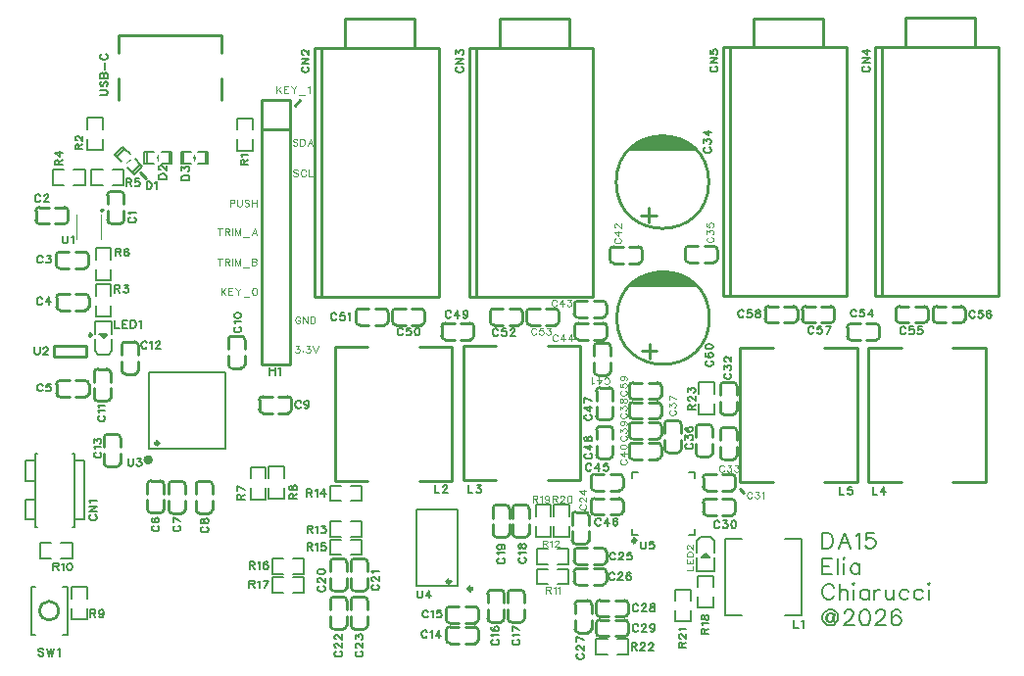
<source format=gto>
G04 Layer: TopSilkscreenLayer*
G04 EasyEDA Pro v2.2.45.4, 2026-02-08 12:52:01*
G04 Gerber Generator version 0.3*
G04 Scale: 100 percent, Rotated: No, Reflected: No*
G04 Dimensions in millimeters*
G04 Leading zeros omitted, absolute positions, 4 integers and 5 decimals*
G04 Generated by one-click*
%FSLAX45Y45*%
%MOMM*%
%ADD10C,0.17*%
%ADD11C,0.1524*%
%ADD12C,0.11*%
%ADD13C,0.1*%
%ADD14C,0.122*%
%ADD15C,0.12*%
%ADD16C,0.25*%
%ADD17C,0.2*%
%ADD18C,0.3053*%
%ADD19C,0.3*%
%ADD20C,0.254*%
%ADD21C,0.24892*%
%ADD22C,0.15199*%
%ADD23C,0.051*%
%ADD24C,0.15001*%
%ADD25C,0.1999*%
%ADD26C,0.4*%
G75*


G04 Text Start*
G54D10*
G01X6933366Y-4206028D02*
G01X6933366Y-4340648D01*
G01X6933366Y-4206028D02*
G01X6978324Y-4206028D01*
G01X6997628Y-4212632D01*
G01X7010328Y-4225332D01*
G01X7016678Y-4238032D01*
G01X7023282Y-4257336D01*
G01X7023282Y-4289340D01*
G01X7016678Y-4308644D01*
G01X7010328Y-4321344D01*
G01X6997628Y-4334298D01*
G01X6978324Y-4340648D01*
G01X6933366Y-4340648D01*
G01X7122342Y-4206028D02*
G01X7071034Y-4340648D01*
G01X7122342Y-4206028D02*
G01X7173650Y-4340648D01*
G01X7090338Y-4295690D02*
G01X7154346Y-4295690D01*
G01X7221402Y-4231682D02*
G01X7234102Y-4225332D01*
G01X7253406Y-4206028D01*
G01X7253406Y-4340648D01*
G01X7378120Y-4206028D02*
G01X7313858Y-4206028D01*
G01X7307508Y-4263686D01*
G01X7313858Y-4257336D01*
G01X7333162Y-4250986D01*
G01X7352466Y-4250986D01*
G01X7371516Y-4257336D01*
G01X7384470Y-4270290D01*
G01X7390820Y-4289340D01*
G01X7390820Y-4302294D01*
G01X7384470Y-4321344D01*
G01X7371516Y-4334298D01*
G01X7352466Y-4340648D01*
G01X7333162Y-4340648D01*
G01X7313858Y-4334298D01*
G01X7307508Y-4327948D01*
G01X7301158Y-4314994D01*
G01X6933366Y-4428024D02*
G01X6933366Y-4562644D01*
G01X6933366Y-4428024D02*
G01X7016678Y-4428024D01*
G01X6933366Y-4492286D02*
G01X6984674Y-4492286D01*
G01X6933366Y-4562644D02*
G01X7016678Y-4562644D01*
G01X7064430Y-4428024D02*
G01X7064430Y-4562644D01*
G01X7112182Y-4428024D02*
G01X7118532Y-4434628D01*
G01X7124882Y-4428024D01*
G01X7118532Y-4421674D01*
G01X7112182Y-4428024D01*
G01X7118532Y-4472982D02*
G01X7118532Y-4562644D01*
G01X7249596Y-4472982D02*
G01X7249596Y-4562644D01*
G01X7249596Y-4492286D02*
G01X7236642Y-4479332D01*
G01X7223942Y-4472982D01*
G01X7204638Y-4472982D01*
G01X7191938Y-4479332D01*
G01X7178984Y-4492286D01*
G01X7172634Y-4511336D01*
G01X7172634Y-4524290D01*
G01X7178984Y-4543340D01*
G01X7191938Y-4556294D01*
G01X7204638Y-4562644D01*
G01X7223942Y-4562644D01*
G01X7236642Y-4556294D01*
G01X7249596Y-4543340D01*
G01X7029632Y-4682024D02*
G01X7023282Y-4669324D01*
G01X7010328Y-4656624D01*
G01X6997628Y-4650020D01*
G01X6971974Y-4650020D01*
G01X6959020Y-4656624D01*
G01X6946320Y-4669324D01*
G01X6939970Y-4682024D01*
G01X6933366Y-4701328D01*
G01X6933366Y-4733332D01*
G01X6939970Y-4752636D01*
G01X6946320Y-4765336D01*
G01X6959020Y-4778290D01*
G01X6971974Y-4784640D01*
G01X6997628Y-4784640D01*
G01X7010328Y-4778290D01*
G01X7023282Y-4765336D01*
G01X7029632Y-4752636D01*
G01X7077384Y-4650020D02*
G01X7077384Y-4784640D01*
G01X7077384Y-4720632D02*
G01X7096688Y-4701328D01*
G01X7109388Y-4694978D01*
G01X7128692Y-4694978D01*
G01X7141392Y-4701328D01*
G01X7147742Y-4720632D01*
G01X7147742Y-4784640D01*
G01X7195494Y-4650020D02*
G01X7201844Y-4656624D01*
G01X7208194Y-4650020D01*
G01X7201844Y-4643670D01*
G01X7195494Y-4650020D01*
G01X7201844Y-4694978D02*
G01X7201844Y-4784640D01*
G01X7332908Y-4694978D02*
G01X7332908Y-4784640D01*
G01X7332908Y-4714282D02*
G01X7319954Y-4701328D01*
G01X7307254Y-4694978D01*
G01X7287950Y-4694978D01*
G01X7275250Y-4701328D01*
G01X7262296Y-4714282D01*
G01X7255946Y-4733332D01*
G01X7255946Y-4746286D01*
G01X7262296Y-4765336D01*
G01X7275250Y-4778290D01*
G01X7287950Y-4784640D01*
G01X7307254Y-4784640D01*
G01X7319954Y-4778290D01*
G01X7332908Y-4765336D01*
G01X7380660Y-4694978D02*
G01X7380660Y-4784640D01*
G01X7380660Y-4733332D02*
G01X7387010Y-4714282D01*
G01X7399964Y-4701328D01*
G01X7412664Y-4694978D01*
G01X7431968Y-4694978D01*
G01X7479720Y-4694978D02*
G01X7479720Y-4758986D01*
G01X7486070Y-4778290D01*
G01X7499024Y-4784640D01*
G01X7518074Y-4784640D01*
G01X7531028Y-4778290D01*
G01X7550078Y-4758986D01*
G01X7550078Y-4694978D02*
G01X7550078Y-4784640D01*
G01X7674792Y-4714282D02*
G01X7661838Y-4701328D01*
G01X7649138Y-4694978D01*
G01X7629834Y-4694978D01*
G01X7617134Y-4701328D01*
G01X7604180Y-4714282D01*
G01X7597830Y-4733332D01*
G01X7597830Y-4746286D01*
G01X7604180Y-4765336D01*
G01X7617134Y-4778290D01*
G01X7629834Y-4784640D01*
G01X7649138Y-4784640D01*
G01X7661838Y-4778290D01*
G01X7674792Y-4765336D01*
G01X7799506Y-4714282D02*
G01X7786552Y-4701328D01*
G01X7773852Y-4694978D01*
G01X7754548Y-4694978D01*
G01X7741848Y-4701328D01*
G01X7728894Y-4714282D01*
G01X7722544Y-4733332D01*
G01X7722544Y-4746286D01*
G01X7728894Y-4765336D01*
G01X7741848Y-4778290D01*
G01X7754548Y-4784640D01*
G01X7773852Y-4784640D01*
G01X7786552Y-4778290D01*
G01X7799506Y-4765336D01*
G01X7847258Y-4650020D02*
G01X7853608Y-4656624D01*
G01X7859958Y-4650020D01*
G01X7853608Y-4643670D01*
G01X7847258Y-4650020D01*
G01X7853608Y-4694978D02*
G01X7853608Y-4784640D01*
G01X7029632Y-4923324D02*
G01X7023282Y-4910624D01*
G01X7010328Y-4904020D01*
G01X6991024Y-4904020D01*
G01X6978324Y-4910624D01*
G01X6971974Y-4916974D01*
G01X6965624Y-4936278D01*
G01X6965624Y-4955328D01*
G01X6971974Y-4968282D01*
G01X6984674Y-4974632D01*
G01X7003978Y-4974632D01*
G01X7016678Y-4968282D01*
G01X7023282Y-4955328D01*
G01X6991024Y-4904020D02*
G01X6978324Y-4916974D01*
G01X6971974Y-4936278D01*
G01X6971974Y-4955328D01*
G01X6978324Y-4968282D01*
G01X6984674Y-4974632D01*
G01X7029632Y-4904020D02*
G01X7023282Y-4955328D01*
G01X7023282Y-4968282D01*
G01X7035982Y-4974632D01*
G01X7048682Y-4974632D01*
G01X7061636Y-4961678D01*
G01X7067986Y-4942628D01*
G01X7067986Y-4929674D01*
G01X7061636Y-4910624D01*
G01X7055286Y-4897670D01*
G01X7042332Y-4884970D01*
G01X7029632Y-4878620D01*
G01X7010328Y-4872016D01*
G01X6991024Y-4872016D01*
G01X6971974Y-4878620D01*
G01X6959020Y-4884970D01*
G01X6946320Y-4897670D01*
G01X6939970Y-4910624D01*
G01X6933366Y-4929674D01*
G01X6933366Y-4948978D01*
G01X6939970Y-4968282D01*
G01X6946320Y-4980982D01*
G01X6959020Y-4993936D01*
G01X6971974Y-5000286D01*
G01X6991024Y-5006636D01*
G01X7010328Y-5006636D01*
G01X7029632Y-5000286D01*
G01X7042332Y-4993936D01*
G01X7048682Y-4987332D01*
G01X7035982Y-4904020D02*
G01X7029632Y-4955328D01*
G01X7029632Y-4968282D01*
G01X7035982Y-4974632D01*
G01X7122088Y-4904020D02*
G01X7122088Y-4897670D01*
G01X7128438Y-4884970D01*
G01X7135042Y-4878620D01*
G01X7147742Y-4872016D01*
G01X7173396Y-4872016D01*
G01X7186096Y-4878620D01*
G01X7192700Y-4884970D01*
G01X7199050Y-4897670D01*
G01X7199050Y-4910624D01*
G01X7192700Y-4923324D01*
G01X7179746Y-4942628D01*
G01X7115738Y-5006636D01*
G01X7205400Y-5006636D01*
G01X7291506Y-4872016D02*
G01X7272456Y-4878620D01*
G01X7259502Y-4897670D01*
G01X7253152Y-4929674D01*
G01X7253152Y-4948978D01*
G01X7259502Y-4980982D01*
G01X7272456Y-5000286D01*
G01X7291506Y-5006636D01*
G01X7304460Y-5006636D01*
G01X7323510Y-5000286D01*
G01X7336464Y-4980982D01*
G01X7342814Y-4948978D01*
G01X7342814Y-4929674D01*
G01X7336464Y-4897670D01*
G01X7323510Y-4878620D01*
G01X7304460Y-4872016D01*
G01X7291506Y-4872016D01*
G01X7396916Y-4904020D02*
G01X7396916Y-4897670D01*
G01X7403266Y-4884970D01*
G01X7409870Y-4878620D01*
G01X7422570Y-4872016D01*
G01X7448224Y-4872016D01*
G01X7460924Y-4878620D01*
G01X7467528Y-4884970D01*
G01X7473878Y-4897670D01*
G01X7473878Y-4910624D01*
G01X7467528Y-4923324D01*
G01X7454574Y-4942628D01*
G01X7390566Y-5006636D01*
G01X7480228Y-5006636D01*
G01X7604942Y-4891320D02*
G01X7598338Y-4878620D01*
G01X7579288Y-4872016D01*
G01X7566334Y-4872016D01*
G01X7547284Y-4878620D01*
G01X7534330Y-4897670D01*
G01X7527980Y-4929674D01*
G01X7527980Y-4961678D01*
G01X7534330Y-4987332D01*
G01X7547284Y-5000286D01*
G01X7566334Y-5006636D01*
G01X7572938Y-5006636D01*
G01X7591988Y-5000286D01*
G01X7604942Y-4987332D01*
G01X7611292Y-4968282D01*
G01X7611292Y-4961678D01*
G01X7604942Y-4942628D01*
G01X7591988Y-4929674D01*
G01X7572938Y-4923324D01*
G01X7566334Y-4923324D01*
G01X7547284Y-4929674D01*
G01X7534330Y-4942628D01*
G01X7527980Y-4961678D01*
G54D11*
G01X5362607Y-4280755D02*
G01X5362607Y-4327237D01*
G01X5365655Y-4336381D01*
G01X5372005Y-4342731D01*
G01X5381149Y-4345779D01*
G01X5387499Y-4345779D01*
G01X5396643Y-4342731D01*
G01X5402739Y-4336381D01*
G01X5406041Y-4327237D01*
G01X5406041Y-4280755D01*
G01X5473351Y-4280755D02*
G01X5442363Y-4280755D01*
G01X5439315Y-4308441D01*
G01X5442363Y-4305393D01*
G01X5451507Y-4302345D01*
G01X5460905Y-4302345D01*
G01X5470303Y-4305393D01*
G01X5476399Y-4311743D01*
G01X5479447Y-4320887D01*
G01X5479447Y-4327237D01*
G01X5476399Y-4336381D01*
G01X5470303Y-4342731D01*
G01X5460905Y-4345779D01*
G01X5451507Y-4345779D01*
G01X5442363Y-4342731D01*
G01X5439315Y-4339429D01*
G01X5436267Y-4333333D01*
G01X3781250Y-180896D02*
G01X3774900Y-183944D01*
G01X3768804Y-190294D01*
G01X3765756Y-196390D01*
G01X3765756Y-208836D01*
G01X3768804Y-214932D01*
G01X3774900Y-221282D01*
G01X3781250Y-224330D01*
G01X3790394Y-227378D01*
G01X3805888Y-227378D01*
G01X3815286Y-224330D01*
G01X3821382Y-221282D01*
G01X3827732Y-214932D01*
G01X3830780Y-208836D01*
G01X3830780Y-196390D01*
G01X3827732Y-190294D01*
G01X3821382Y-183944D01*
G01X3815286Y-180896D01*
G01X3765756Y-150670D02*
G01X3830780Y-150670D01*
G01X3765756Y-150670D02*
G01X3830780Y-107490D01*
G01X3765756Y-107490D02*
G01X3830780Y-107490D01*
G01X3765756Y-71168D02*
G01X3765756Y-37132D01*
G01X3790394Y-55674D01*
G01X3790394Y-46530D01*
G01X3793442Y-40180D01*
G01X3796744Y-37132D01*
G01X3805888Y-34084D01*
G01X3812238Y-34084D01*
G01X3821382Y-37132D01*
G01X3827732Y-43228D01*
G01X3830780Y-52626D01*
G01X3830780Y-62024D01*
G01X3827732Y-71168D01*
G01X3824430Y-74216D01*
G01X3818334Y-77264D01*
G01X5976246Y-175896D02*
G01X5969896Y-178944D01*
G01X5963800Y-185294D01*
G01X5960752Y-191390D01*
G01X5960752Y-203836D01*
G01X5963800Y-209932D01*
G01X5969896Y-216282D01*
G01X5976246Y-219330D01*
G01X5985390Y-222378D01*
G01X6000884Y-222378D01*
G01X6010282Y-219330D01*
G01X6016378Y-216282D01*
G01X6022728Y-209932D01*
G01X6025776Y-203836D01*
G01X6025776Y-191390D01*
G01X6022728Y-185294D01*
G01X6016378Y-178944D01*
G01X6010282Y-175896D01*
G01X5960752Y-145670D02*
G01X6025776Y-145670D01*
G01X5960752Y-145670D02*
G01X6025776Y-102490D01*
G01X5960752Y-102490D02*
G01X6025776Y-102490D01*
G01X5960752Y-35180D02*
G01X5960752Y-66168D01*
G01X5988438Y-69216D01*
G01X5985390Y-66168D01*
G01X5982342Y-57024D01*
G01X5982342Y-47626D01*
G01X5985390Y-38228D01*
G01X5991740Y-32132D01*
G01X6000884Y-29084D01*
G01X6007234Y-29084D01*
G01X6016378Y-32132D01*
G01X6022728Y-38228D01*
G01X6025776Y-47626D01*
G01X6025776Y-57024D01*
G01X6022728Y-66168D01*
G01X6019426Y-69216D01*
G01X6013330Y-72264D01*
G01X2446253Y-180896D02*
G01X2439903Y-183944D01*
G01X2433807Y-190294D01*
G01X2430759Y-196390D01*
G01X2430759Y-208836D01*
G01X2433807Y-214932D01*
G01X2439903Y-221282D01*
G01X2446253Y-224330D01*
G01X2455397Y-227378D01*
G01X2470891Y-227378D01*
G01X2480289Y-224330D01*
G01X2486385Y-221282D01*
G01X2492735Y-214932D01*
G01X2495783Y-208836D01*
G01X2495783Y-196390D01*
G01X2492735Y-190294D01*
G01X2486385Y-183944D01*
G01X2480289Y-180896D01*
G01X2430759Y-150670D02*
G01X2495783Y-150670D01*
G01X2430759Y-150670D02*
G01X2495783Y-107490D01*
G01X2430759Y-107490D02*
G01X2495783Y-107490D01*
G01X2446253Y-74216D02*
G01X2443205Y-74216D01*
G01X2436855Y-71168D01*
G01X2433807Y-68120D01*
G01X2430759Y-62024D01*
G01X2430759Y-49578D01*
G01X2433807Y-43228D01*
G01X2436855Y-40180D01*
G01X2443205Y-37132D01*
G01X2449301Y-37132D01*
G01X2455397Y-40180D01*
G01X2464795Y-46530D01*
G01X2495783Y-77264D01*
G01X2495783Y-34084D01*
G01X7291243Y-175896D02*
G01X7284893Y-178944D01*
G01X7278797Y-185294D01*
G01X7275749Y-191390D01*
G01X7275749Y-203836D01*
G01X7278797Y-209932D01*
G01X7284893Y-216282D01*
G01X7291243Y-219330D01*
G01X7300387Y-222378D01*
G01X7315881Y-222378D01*
G01X7325279Y-219330D01*
G01X7331375Y-216282D01*
G01X7337725Y-209932D01*
G01X7340773Y-203836D01*
G01X7340773Y-191390D01*
G01X7337725Y-185294D01*
G01X7331375Y-178944D01*
G01X7325279Y-175896D01*
G01X7275749Y-145670D02*
G01X7340773Y-145670D01*
G01X7275749Y-145670D02*
G01X7340773Y-102490D01*
G01X7275749Y-102490D02*
G01X7340773Y-102490D01*
G01X7275749Y-41530D02*
G01X7318929Y-72264D01*
G01X7318929Y-26036D01*
G01X7275749Y-41530D02*
G01X7340773Y-41530D01*
G01X191424Y-2184845D02*
G01X188376Y-2178495D01*
G01X182026Y-2172399D01*
G01X175930Y-2169351D01*
G01X163484Y-2169351D01*
G01X157388Y-2172399D01*
G01X151038Y-2178495D01*
G01X147990Y-2184845D01*
G01X144942Y-2193989D01*
G01X144942Y-2209483D01*
G01X147990Y-2218881D01*
G01X151038Y-2224977D01*
G01X157388Y-2231327D01*
G01X163484Y-2234375D01*
G01X175930Y-2234375D01*
G01X182026Y-2231327D01*
G01X188376Y-2224977D01*
G01X191424Y-2218881D01*
G01X252384Y-2169351D02*
G01X221650Y-2212531D01*
G01X267878Y-2212531D01*
G01X252384Y-2169351D02*
G01X252384Y-2234375D01*
G01X194472Y-2934145D02*
G01X191424Y-2927795D01*
G01X185074Y-2921699D01*
G01X178978Y-2918651D01*
G01X166532Y-2918651D01*
G01X160436Y-2921699D01*
G01X154086Y-2927795D01*
G01X151038Y-2934145D01*
G01X147990Y-2943289D01*
G01X147990Y-2958783D01*
G01X151038Y-2968181D01*
G01X154086Y-2974277D01*
G01X160436Y-2980627D01*
G01X166532Y-2983675D01*
G01X178978Y-2983675D01*
G01X185074Y-2980627D01*
G01X191424Y-2974277D01*
G01X194472Y-2968181D01*
G01X261782Y-2918651D02*
G01X230794Y-2918651D01*
G01X227746Y-2946337D01*
G01X230794Y-2943289D01*
G01X239938Y-2940241D01*
G01X249336Y-2940241D01*
G01X258734Y-2943289D01*
G01X264830Y-2949639D01*
G01X267878Y-2958783D01*
G01X267878Y-2965133D01*
G01X264830Y-2974277D01*
G01X258734Y-2980627D01*
G01X249336Y-2983675D01*
G01X239938Y-2983675D01*
G01X230794Y-2980627D01*
G01X227746Y-2977325D01*
G01X224698Y-2971229D01*
G01X125638Y-2601151D02*
G01X125638Y-2647633D01*
G01X128686Y-2656777D01*
G01X135036Y-2663127D01*
G01X144180Y-2666175D01*
G01X150530Y-2666175D01*
G01X159674Y-2663127D01*
G01X165770Y-2656777D01*
G01X169072Y-2647633D01*
G01X169072Y-2601151D01*
G01X202346Y-2616645D02*
G01X202346Y-2613597D01*
G01X205394Y-2607247D01*
G01X208442Y-2604199D01*
G01X214538Y-2601151D01*
G01X226984Y-2601151D01*
G01X233334Y-2604199D01*
G01X236382Y-2607247D01*
G01X239430Y-2613597D01*
G01X239430Y-2619693D01*
G01X236382Y-2625789D01*
G01X230032Y-2635187D01*
G01X199298Y-2666175D01*
G01X242478Y-2666175D01*
G01X174100Y-1296255D02*
G01X171052Y-1289905D01*
G01X164702Y-1283809D01*
G01X158606Y-1280761D01*
G01X146160Y-1280761D01*
G01X140064Y-1283809D01*
G01X133714Y-1289905D01*
G01X130666Y-1296255D01*
G01X127618Y-1305399D01*
G01X127618Y-1320893D01*
G01X130666Y-1330291D01*
G01X133714Y-1336387D01*
G01X140064Y-1342737D01*
G01X146160Y-1345785D01*
G01X158606Y-1345785D01*
G01X164702Y-1342737D01*
G01X171052Y-1336387D01*
G01X174100Y-1330291D01*
G01X207374Y-1296255D02*
G01X207374Y-1293207D01*
G01X210422Y-1286857D01*
G01X213470Y-1283809D01*
G01X219566Y-1280761D01*
G01X232012Y-1280761D01*
G01X238362Y-1283809D01*
G01X241410Y-1286857D01*
G01X244458Y-1293207D01*
G01X244458Y-1299303D01*
G01X241410Y-1305399D01*
G01X235060Y-1314797D01*
G01X204326Y-1345785D01*
G01X247506Y-1345785D01*
G01X951256Y-1480893D02*
G01X944906Y-1483941D01*
G01X938810Y-1490291D01*
G01X935762Y-1496387D01*
G01X935762Y-1508833D01*
G01X938810Y-1514929D01*
G01X944906Y-1521279D01*
G01X951256Y-1524327D01*
G01X960400Y-1527375D01*
G01X975894Y-1527375D01*
G01X985292Y-1524327D01*
G01X991388Y-1521279D01*
G01X997738Y-1514929D01*
G01X1000786Y-1508833D01*
G01X1000786Y-1496387D01*
G01X997738Y-1490291D01*
G01X991388Y-1483941D01*
G01X985292Y-1480893D01*
G01X948208Y-1450667D02*
G01X944906Y-1444571D01*
G01X935762Y-1435427D01*
G01X1000786Y-1435427D01*
G01X193972Y-1825555D02*
G01X190924Y-1819205D01*
G01X184574Y-1813109D01*
G01X178478Y-1810061D01*
G01X166032Y-1810061D01*
G01X159936Y-1813109D01*
G01X153586Y-1819205D01*
G01X150538Y-1825555D01*
G01X147490Y-1834699D01*
G01X147490Y-1850193D01*
G01X150538Y-1859591D01*
G01X153586Y-1865687D01*
G01X159936Y-1872037D01*
G01X166032Y-1875085D01*
G01X178478Y-1875085D01*
G01X184574Y-1872037D01*
G01X190924Y-1865687D01*
G01X193972Y-1859591D01*
G01X230294Y-1810061D02*
G01X264330Y-1810061D01*
G01X245788Y-1834699D01*
G01X254932Y-1834699D01*
G01X261282Y-1837747D01*
G01X264330Y-1841049D01*
G01X267378Y-1850193D01*
G01X267378Y-1856543D01*
G01X264330Y-1865687D01*
G01X258234Y-1872037D01*
G01X248836Y-1875085D01*
G01X239438Y-1875085D01*
G01X230294Y-1872037D01*
G01X227246Y-1868735D01*
G01X224198Y-1862639D01*
G01X1395761Y-1157376D02*
G01X1460785Y-1157376D01*
G01X1395761Y-1157376D02*
G01X1395761Y-1135786D01*
G01X1398809Y-1126388D01*
G01X1404905Y-1120292D01*
G01X1411255Y-1117244D01*
G01X1420399Y-1113942D01*
G01X1435893Y-1113942D01*
G01X1445291Y-1117244D01*
G01X1451387Y-1120292D01*
G01X1457737Y-1126388D01*
G01X1460785Y-1135786D01*
G01X1460785Y-1157376D01*
G01X1395761Y-1077620D02*
G01X1395761Y-1043584D01*
G01X1420399Y-1062126D01*
G01X1420399Y-1052982D01*
G01X1423447Y-1046632D01*
G01X1426749Y-1043584D01*
G01X1435893Y-1040536D01*
G01X1442243Y-1040536D01*
G01X1451387Y-1043584D01*
G01X1457737Y-1049680D01*
G01X1460785Y-1059078D01*
G01X1460785Y-1068476D01*
G01X1457737Y-1077620D01*
G01X1454435Y-1080668D01*
G01X1448339Y-1083716D01*
G01X1195762Y-1147376D02*
G01X1260786Y-1147376D01*
G01X1195762Y-1147376D02*
G01X1195762Y-1125786D01*
G01X1198810Y-1116388D01*
G01X1204906Y-1110292D01*
G01X1211256Y-1107244D01*
G01X1220400Y-1103942D01*
G01X1235894Y-1103942D01*
G01X1245292Y-1107244D01*
G01X1251388Y-1110292D01*
G01X1257738Y-1116388D01*
G01X1260786Y-1125786D01*
G01X1260786Y-1147376D01*
G01X1211256Y-1070668D02*
G01X1208208Y-1070668D01*
G01X1201858Y-1067620D01*
G01X1198810Y-1064572D01*
G01X1195762Y-1058476D01*
G01X1195762Y-1046030D01*
G01X1198810Y-1039680D01*
G01X1201858Y-1036632D01*
G01X1208208Y-1033584D01*
G01X1214304Y-1033584D01*
G01X1220400Y-1036632D01*
G01X1229798Y-1042982D01*
G01X1260786Y-1073716D01*
G01X1260786Y-1030536D01*
G01X1092616Y-1170762D02*
G01X1092616Y-1235786D01*
G01X1092616Y-1170762D02*
G01X1114206Y-1170762D01*
G01X1123604Y-1173810D01*
G01X1129700Y-1179906D01*
G01X1132748Y-1186256D01*
G01X1136050Y-1195400D01*
G01X1136050Y-1210894D01*
G01X1132748Y-1220292D01*
G01X1129700Y-1226388D01*
G01X1123604Y-1232738D01*
G01X1114206Y-1235786D01*
G01X1092616Y-1235786D01*
G01X1166276Y-1183208D02*
G01X1172372Y-1179906D01*
G01X1181516Y-1170762D01*
G01X1181516Y-1235786D01*
G01X817616Y-2370759D02*
G01X817616Y-2435783D01*
G01X817616Y-2435783D02*
G01X854700Y-2435783D01*
G01X884926Y-2370759D02*
G01X884926Y-2435783D01*
G01X884926Y-2370759D02*
G01X925058Y-2370759D01*
G01X884926Y-2401747D02*
G01X909564Y-2401747D01*
G01X884926Y-2435783D02*
G01X925058Y-2435783D01*
G01X955284Y-2370759D02*
G01X955284Y-2435783D01*
G01X955284Y-2370759D02*
G01X976874Y-2370759D01*
G01X986018Y-2373807D01*
G01X992368Y-2379903D01*
G01X995416Y-2386253D01*
G01X998464Y-2395397D01*
G01X998464Y-2410891D01*
G01X995416Y-2420289D01*
G01X992368Y-2426385D01*
G01X986018Y-2432735D01*
G01X976874Y-2435783D01*
G01X955284Y-2435783D01*
G01X1028690Y-2383205D02*
G01X1034786Y-2379903D01*
G01X1043930Y-2370759D01*
G01X1043930Y-2435783D01*
G01X1874380Y-3918499D02*
G01X1939404Y-3918499D01*
G01X1874380Y-3918499D02*
G01X1874380Y-3890559D01*
G01X1877428Y-3881415D01*
G01X1880476Y-3878367D01*
G01X1886826Y-3875065D01*
G01X1892922Y-3875065D01*
G01X1899018Y-3878367D01*
G01X1902066Y-3881415D01*
G01X1905368Y-3890559D01*
G01X1905368Y-3918499D01*
G01X1905368Y-3896909D02*
G01X1939404Y-3875065D01*
G01X1874380Y-3801659D02*
G01X1939404Y-3832647D01*
G01X1874380Y-3844839D02*
G01X1874380Y-3801659D01*
G01X2325759Y-3912370D02*
G01X2390783Y-3912370D01*
G01X2325759Y-3912370D02*
G01X2325759Y-3884430D01*
G01X2328807Y-3875286D01*
G01X2331855Y-3872238D01*
G01X2338205Y-3868936D01*
G01X2344301Y-3868936D01*
G01X2350397Y-3872238D01*
G01X2353445Y-3875286D01*
G01X2356747Y-3884430D01*
G01X2356747Y-3912370D01*
G01X2356747Y-3890780D02*
G01X2390783Y-3868936D01*
G01X2325759Y-3823470D02*
G01X2328807Y-3832614D01*
G01X2334903Y-3835662D01*
G01X2341253Y-3835662D01*
G01X2347349Y-3832614D01*
G01X2350397Y-3826518D01*
G01X2353445Y-3814072D01*
G01X2356747Y-3804674D01*
G01X2362843Y-3798578D01*
G01X2368939Y-3795530D01*
G01X2378337Y-3795530D01*
G01X2384433Y-3798578D01*
G01X2387735Y-3801626D01*
G01X2390783Y-3811024D01*
G01X2390783Y-3823470D01*
G01X2387735Y-3832614D01*
G01X2384433Y-3835662D01*
G01X2378337Y-3838710D01*
G01X2368939Y-3838710D01*
G01X2362843Y-3835662D01*
G01X2356747Y-3829566D01*
G01X2353445Y-3820168D01*
G01X2350397Y-3807976D01*
G01X2347349Y-3801626D01*
G01X2341253Y-3798578D01*
G01X2334903Y-3798578D01*
G01X2328807Y-3801626D01*
G01X2325759Y-3811024D01*
G01X2325759Y-3823470D01*
G01X475763Y-892376D02*
G01X540787Y-892376D01*
G01X475763Y-892376D02*
G01X475763Y-864436D01*
G01X478811Y-855292D01*
G01X481859Y-852244D01*
G01X488209Y-848942D01*
G01X494305Y-848942D01*
G01X500401Y-852244D01*
G01X503449Y-855292D01*
G01X506751Y-864436D01*
G01X506751Y-892376D01*
G01X506751Y-870786D02*
G01X540787Y-848942D01*
G01X491257Y-815668D02*
G01X488209Y-815668D01*
G01X481859Y-812620D01*
G01X478811Y-809572D01*
G01X475763Y-803476D01*
G01X475763Y-791030D01*
G01X478811Y-784680D01*
G01X481859Y-781632D01*
G01X488209Y-778584D01*
G01X494305Y-778584D01*
G01X500401Y-781632D01*
G01X509799Y-787982D01*
G01X540787Y-818716D01*
G01X540787Y-775536D01*
G01X1905760Y-1027376D02*
G01X1970784Y-1027376D01*
G01X1905760Y-1027376D02*
G01X1905760Y-999436D01*
G01X1908808Y-990292D01*
G01X1911856Y-987244D01*
G01X1918206Y-983942D01*
G01X1924302Y-983942D01*
G01X1930398Y-987244D01*
G01X1933446Y-990292D01*
G01X1936748Y-999436D01*
G01X1936748Y-1027376D01*
G01X1936748Y-1005786D02*
G01X1970784Y-983942D01*
G01X1918206Y-953716D02*
G01X1914904Y-947620D01*
G01X1905760Y-938476D01*
G01X1970784Y-938476D01*
G01X300763Y-1027376D02*
G01X365787Y-1027376D01*
G01X300763Y-1027376D02*
G01X300763Y-999436D01*
G01X303811Y-990292D01*
G01X306859Y-987244D01*
G01X313209Y-983942D01*
G01X319305Y-983942D01*
G01X325401Y-987244D01*
G01X328449Y-990292D01*
G01X331751Y-999436D01*
G01X331751Y-1027376D01*
G01X331751Y-1005786D02*
G01X365787Y-983942D01*
G01X300763Y-922982D02*
G01X343943Y-953716D01*
G01X343943Y-907488D01*
G01X300763Y-922982D02*
G01X365787Y-922982D01*
G01X917616Y-1145762D02*
G01X917616Y-1210786D01*
G01X917616Y-1145762D02*
G01X945556Y-1145762D01*
G01X954700Y-1148810D01*
G01X957748Y-1151858D01*
G01X961050Y-1158208D01*
G01X961050Y-1164304D01*
G01X957748Y-1170400D01*
G01X954700Y-1173448D01*
G01X945556Y-1176750D01*
G01X917616Y-1176750D01*
G01X939206Y-1176750D02*
G01X961050Y-1210786D01*
G01X1028360Y-1145762D02*
G01X997372Y-1145762D01*
G01X994324Y-1173448D01*
G01X997372Y-1170400D01*
G01X1006516Y-1167352D01*
G01X1015914Y-1167352D01*
G01X1025312Y-1170400D01*
G01X1031408Y-1176750D01*
G01X1034456Y-1185894D01*
G01X1034456Y-1192244D01*
G01X1031408Y-1201388D01*
G01X1025312Y-1207738D01*
G01X1015914Y-1210786D01*
G01X1006516Y-1210786D01*
G01X997372Y-1207738D01*
G01X994324Y-1204436D01*
G01X991276Y-1198340D01*
G01X827616Y-1750760D02*
G01X827616Y-1815784D01*
G01X827616Y-1750760D02*
G01X855556Y-1750760D01*
G01X864700Y-1753808D01*
G01X867748Y-1756856D01*
G01X871050Y-1763206D01*
G01X871050Y-1769302D01*
G01X867748Y-1775398D01*
G01X864700Y-1778446D01*
G01X855556Y-1781748D01*
G01X827616Y-1781748D01*
G01X849206Y-1781748D02*
G01X871050Y-1815784D01*
G01X938360Y-1759904D02*
G01X935312Y-1753808D01*
G01X925914Y-1750760D01*
G01X919818Y-1750760D01*
G01X910420Y-1753808D01*
G01X904324Y-1763206D01*
G01X901276Y-1778446D01*
G01X901276Y-1793940D01*
G01X904324Y-1806386D01*
G01X910420Y-1812736D01*
G01X919818Y-1815784D01*
G01X922866Y-1815784D01*
G01X932010Y-1812736D01*
G01X938360Y-1806386D01*
G01X941408Y-1797242D01*
G01X941408Y-1793940D01*
G01X938360Y-1784796D01*
G01X932010Y-1778446D01*
G01X922866Y-1775398D01*
G01X919818Y-1775398D01*
G01X910420Y-1778446D01*
G01X904324Y-1784796D01*
G01X901276Y-1793940D01*
G01X817616Y-2065760D02*
G01X817616Y-2130784D01*
G01X817616Y-2065760D02*
G01X845556Y-2065760D01*
G01X854700Y-2068808D01*
G01X857748Y-2071856D01*
G01X861050Y-2078206D01*
G01X861050Y-2084302D01*
G01X857748Y-2090398D01*
G01X854700Y-2093446D01*
G01X845556Y-2096748D01*
G01X817616Y-2096748D01*
G01X839206Y-2096748D02*
G01X861050Y-2130784D01*
G01X897372Y-2065760D02*
G01X931408Y-2065760D01*
G01X912866Y-2090398D01*
G01X922010Y-2090398D01*
G01X928360Y-2093446D01*
G01X931408Y-2096748D01*
G01X934456Y-2105892D01*
G01X934456Y-2112242D01*
G01X931408Y-2121386D01*
G01X925312Y-2127736D01*
G01X915914Y-2130784D01*
G01X906516Y-2130784D01*
G01X897372Y-2127736D01*
G01X894324Y-2124434D01*
G01X891276Y-2118338D01*
G01X367617Y-1640761D02*
G01X367617Y-1687243D01*
G01X370665Y-1696387D01*
G01X377015Y-1702737D01*
G01X386159Y-1705785D01*
G01X392509Y-1705785D01*
G01X401653Y-1702737D01*
G01X407749Y-1696387D01*
G01X411051Y-1687243D01*
G01X411051Y-1640761D01*
G01X441277Y-1653207D02*
G01X447373Y-1649905D01*
G01X456517Y-1640761D01*
G01X456517Y-1705785D01*
G01X690763Y-422377D02*
G01X737245Y-422377D01*
G01X746389Y-419329D01*
G01X752739Y-412979D01*
G01X755787Y-403835D01*
G01X755787Y-397485D01*
G01X752739Y-388341D01*
G01X746389Y-382245D01*
G01X737245Y-378943D01*
G01X690763Y-378943D01*
G01X699907Y-305537D02*
G01X693811Y-311633D01*
G01X690763Y-321031D01*
G01X690763Y-333477D01*
G01X693811Y-342621D01*
G01X699907Y-348717D01*
G01X706257Y-348717D01*
G01X712353Y-345669D01*
G01X715401Y-342621D01*
G01X718449Y-336525D01*
G01X724799Y-317983D01*
G01X727847Y-311633D01*
G01X730895Y-308585D01*
G01X737245Y-305537D01*
G01X746389Y-305537D01*
G01X752739Y-311633D01*
G01X755787Y-321031D01*
G01X755787Y-333477D01*
G01X752739Y-342621D01*
G01X746389Y-348717D01*
G01X690763Y-275311D02*
G01X755787Y-275311D01*
G01X690763Y-275311D02*
G01X690763Y-247625D01*
G01X693811Y-238227D01*
G01X696859Y-235179D01*
G01X703209Y-232131D01*
G01X709305Y-232131D01*
G01X715401Y-235179D01*
G01X718449Y-238227D01*
G01X721751Y-247625D01*
G01X721751Y-275311D02*
G01X721751Y-247625D01*
G01X724799Y-238227D01*
G01X727847Y-235179D01*
G01X733943Y-232131D01*
G01X743341Y-232131D01*
G01X749437Y-235179D01*
G01X752739Y-238227D01*
G01X755787Y-247625D01*
G01X755787Y-275311D01*
G01X727847Y-201905D02*
G01X727847Y-146279D01*
G01X706257Y-69825D02*
G01X699907Y-72873D01*
G01X693811Y-78969D01*
G01X690763Y-85319D01*
G01X690763Y-97511D01*
G01X693811Y-103861D01*
G01X699907Y-109957D01*
G01X706257Y-113005D01*
G01X715401Y-116053D01*
G01X730895Y-116053D01*
G01X740293Y-113005D01*
G01X746389Y-109957D01*
G01X752739Y-103861D01*
G01X755787Y-97511D01*
G01X755787Y-85319D01*
G01X752739Y-78969D01*
G01X746389Y-72873D01*
G01X740293Y-69825D01*
G01X611257Y-4050888D02*
G01X604907Y-4053936D01*
G01X598811Y-4060286D01*
G01X595763Y-4066382D01*
G01X595763Y-4078828D01*
G01X598811Y-4084924D01*
G01X604907Y-4091274D01*
G01X611257Y-4094322D01*
G01X620401Y-4097370D01*
G01X635895Y-4097370D01*
G01X645293Y-4094322D01*
G01X651389Y-4091274D01*
G01X657739Y-4084924D01*
G01X660787Y-4078828D01*
G01X660787Y-4066382D01*
G01X657739Y-4060286D01*
G01X651389Y-4053936D01*
G01X645293Y-4050888D01*
G01X595763Y-4020662D02*
G01X660787Y-4020662D01*
G01X595763Y-4020662D02*
G01X660787Y-3977482D01*
G01X595763Y-3977482D02*
G01X660787Y-3977482D01*
G01X608209Y-3947256D02*
G01X604907Y-3941160D01*
G01X595763Y-3932016D01*
G01X660787Y-3932016D01*
G01X286200Y-4466436D02*
G01X286200Y-4531460D01*
G01X286200Y-4466436D02*
G01X314140Y-4466436D01*
G01X323284Y-4469484D01*
G01X326332Y-4472532D01*
G01X329634Y-4478882D01*
G01X329634Y-4484978D01*
G01X326332Y-4491074D01*
G01X323284Y-4494122D01*
G01X314140Y-4497424D01*
G01X286200Y-4497424D01*
G01X307790Y-4497424D02*
G01X329634Y-4531460D01*
G01X359860Y-4478882D02*
G01X365956Y-4475580D01*
G01X375100Y-4466436D01*
G01X375100Y-4531460D01*
G01X423868Y-4466436D02*
G01X414470Y-4469484D01*
G01X408374Y-4478882D01*
G01X405326Y-4494122D01*
G01X405326Y-4503520D01*
G01X408374Y-4519014D01*
G01X414470Y-4528412D01*
G01X423868Y-4531460D01*
G01X429964Y-4531460D01*
G01X439362Y-4528412D01*
G01X445458Y-4519014D01*
G01X448506Y-4503520D01*
G01X448506Y-4494122D01*
G01X445458Y-4478882D01*
G01X439362Y-4469484D01*
G01X429964Y-4466436D01*
G01X423868Y-4466436D01*
G01X1576255Y-4155888D02*
G01X1569905Y-4158936D01*
G01X1563809Y-4165286D01*
G01X1560761Y-4171382D01*
G01X1560761Y-4183828D01*
G01X1563809Y-4189924D01*
G01X1569905Y-4196274D01*
G01X1576255Y-4199322D01*
G01X1585399Y-4202370D01*
G01X1600893Y-4202370D01*
G01X1610291Y-4199322D01*
G01X1616387Y-4196274D01*
G01X1622737Y-4189924D01*
G01X1625785Y-4183828D01*
G01X1625785Y-4171382D01*
G01X1622737Y-4165286D01*
G01X1616387Y-4158936D01*
G01X1610291Y-4155888D01*
G01X1560761Y-4110422D02*
G01X1563809Y-4119566D01*
G01X1569905Y-4122614D01*
G01X1576255Y-4122614D01*
G01X1582351Y-4119566D01*
G01X1585399Y-4113470D01*
G01X1588447Y-4101024D01*
G01X1591749Y-4091626D01*
G01X1597845Y-4085530D01*
G01X1603941Y-4082482D01*
G01X1613339Y-4082482D01*
G01X1619435Y-4085530D01*
G01X1622737Y-4088578D01*
G01X1625785Y-4097976D01*
G01X1625785Y-4110422D01*
G01X1622737Y-4119566D01*
G01X1619435Y-4122614D01*
G01X1613339Y-4125662D01*
G01X1603941Y-4125662D01*
G01X1597845Y-4122614D01*
G01X1591749Y-4116518D01*
G01X1588447Y-4107120D01*
G01X1585399Y-4094928D01*
G01X1582351Y-4088578D01*
G01X1576255Y-4085530D01*
G01X1569905Y-4085530D01*
G01X1563809Y-4088578D01*
G01X1560761Y-4097976D01*
G01X1560761Y-4110422D01*
G01X1336255Y-4145888D02*
G01X1329905Y-4148936D01*
G01X1323809Y-4155286D01*
G01X1320761Y-4161382D01*
G01X1320761Y-4173828D01*
G01X1323809Y-4179924D01*
G01X1329905Y-4186274D01*
G01X1336255Y-4189322D01*
G01X1345399Y-4192370D01*
G01X1360893Y-4192370D01*
G01X1370291Y-4189322D01*
G01X1376387Y-4186274D01*
G01X1382737Y-4179924D01*
G01X1385785Y-4173828D01*
G01X1385785Y-4161382D01*
G01X1382737Y-4155286D01*
G01X1376387Y-4148936D01*
G01X1370291Y-4145888D01*
G01X1320761Y-4072482D02*
G01X1385785Y-4103470D01*
G01X1320761Y-4115662D02*
G01X1320761Y-4072482D01*
G01X1861254Y-2425891D02*
G01X1854904Y-2428939D01*
G01X1848808Y-2435289D01*
G01X1845760Y-2441385D01*
G01X1845760Y-2453831D01*
G01X1848808Y-2459927D01*
G01X1854904Y-2466277D01*
G01X1861254Y-2469325D01*
G01X1870398Y-2472373D01*
G01X1885892Y-2472373D01*
G01X1895290Y-2469325D01*
G01X1901386Y-2466277D01*
G01X1907736Y-2459927D01*
G01X1910784Y-2453831D01*
G01X1910784Y-2441385D01*
G01X1907736Y-2435289D01*
G01X1901386Y-2428939D01*
G01X1895290Y-2425891D01*
G01X1858206Y-2395665D02*
G01X1854904Y-2389569D01*
G01X1845760Y-2380425D01*
G01X1910784Y-2380425D01*
G01X1845760Y-2331657D02*
G01X1848808Y-2341055D01*
G01X1858206Y-2347151D01*
G01X1873446Y-2350199D01*
G01X1882844Y-2350199D01*
G01X1898338Y-2347151D01*
G01X1907736Y-2341055D01*
G01X1910784Y-2331657D01*
G01X1910784Y-2325561D01*
G01X1907736Y-2316163D01*
G01X1898338Y-2310067D01*
G01X1882844Y-2307019D01*
G01X1873446Y-2307019D01*
G01X1858206Y-2310067D01*
G01X1848808Y-2316163D01*
G01X1845760Y-2325561D01*
G01X1845760Y-2331657D01*
G01X1094098Y-2566253D02*
G01X1091050Y-2559903D01*
G01X1084700Y-2553807D01*
G01X1078604Y-2550759D01*
G01X1066158Y-2550759D01*
G01X1060062Y-2553807D01*
G01X1053712Y-2559903D01*
G01X1050664Y-2566253D01*
G01X1047616Y-2575397D01*
G01X1047616Y-2590891D01*
G01X1050664Y-2600289D01*
G01X1053712Y-2606385D01*
G01X1060062Y-2612735D01*
G01X1066158Y-2615783D01*
G01X1078604Y-2615783D01*
G01X1084700Y-2612735D01*
G01X1091050Y-2606385D01*
G01X1094098Y-2600289D01*
G01X1124324Y-2563205D02*
G01X1130420Y-2559903D01*
G01X1139564Y-2550759D01*
G01X1139564Y-2615783D01*
G01X1172838Y-2566253D02*
G01X1172838Y-2563205D01*
G01X1175886Y-2556855D01*
G01X1178934Y-2553807D01*
G01X1185030Y-2550759D01*
G01X1197476Y-2550759D01*
G01X1203826Y-2553807D01*
G01X1206874Y-2556855D01*
G01X1209922Y-2563205D01*
G01X1209922Y-2569301D01*
G01X1206874Y-2575397D01*
G01X1200524Y-2584795D01*
G01X1169790Y-2615783D01*
G01X1212970Y-2615783D01*
G01X651257Y-3510889D02*
G01X644907Y-3513937D01*
G01X638811Y-3520287D01*
G01X635763Y-3526383D01*
G01X635763Y-3538829D01*
G01X638811Y-3544925D01*
G01X644907Y-3551275D01*
G01X651257Y-3554323D01*
G01X660401Y-3557371D01*
G01X675895Y-3557371D01*
G01X685293Y-3554323D01*
G01X691389Y-3551275D01*
G01X697739Y-3544925D01*
G01X700787Y-3538829D01*
G01X700787Y-3526383D01*
G01X697739Y-3520287D01*
G01X691389Y-3513937D01*
G01X685293Y-3510889D01*
G01X648209Y-3480663D02*
G01X644907Y-3474567D01*
G01X635763Y-3465423D01*
G01X700787Y-3465423D01*
G01X635763Y-3429101D02*
G01X635763Y-3395065D01*
G01X660401Y-3413607D01*
G01X660401Y-3404463D01*
G01X663449Y-3398113D01*
G01X666751Y-3395065D01*
G01X675895Y-3392017D01*
G01X682245Y-3392017D01*
G01X691389Y-3395065D01*
G01X697739Y-3401161D01*
G01X700787Y-3410559D01*
G01X700787Y-3419957D01*
G01X697739Y-3429101D01*
G01X694437Y-3432149D01*
G01X688341Y-3435197D01*
G01X686257Y-3195890D02*
G01X679907Y-3198938D01*
G01X673811Y-3205288D01*
G01X670763Y-3211384D01*
G01X670763Y-3223830D01*
G01X673811Y-3229926D01*
G01X679907Y-3236276D01*
G01X686257Y-3239324D01*
G01X695401Y-3242372D01*
G01X710895Y-3242372D01*
G01X720293Y-3239324D01*
G01X726389Y-3236276D01*
G01X732739Y-3229926D01*
G01X735787Y-3223830D01*
G01X735787Y-3211384D01*
G01X732739Y-3205288D01*
G01X726389Y-3198938D01*
G01X720293Y-3195890D01*
G01X683209Y-3165664D02*
G01X679907Y-3159568D01*
G01X670763Y-3150424D01*
G01X735787Y-3150424D01*
G01X683209Y-3120198D02*
G01X679907Y-3114102D01*
G01X670763Y-3104958D01*
G01X735787Y-3104958D01*
G01X1151256Y-4145888D02*
G01X1144906Y-4148936D01*
G01X1138810Y-4155286D01*
G01X1135762Y-4161382D01*
G01X1135762Y-4173828D01*
G01X1138810Y-4179924D01*
G01X1144906Y-4186274D01*
G01X1151256Y-4189322D01*
G01X1160400Y-4192370D01*
G01X1175894Y-4192370D01*
G01X1185292Y-4189322D01*
G01X1191388Y-4186274D01*
G01X1197738Y-4179924D01*
G01X1200786Y-4173828D01*
G01X1200786Y-4161382D01*
G01X1197738Y-4155286D01*
G01X1191388Y-4148936D01*
G01X1185292Y-4145888D01*
G01X1144906Y-4078578D02*
G01X1138810Y-4081626D01*
G01X1135762Y-4091024D01*
G01X1135762Y-4097120D01*
G01X1138810Y-4106518D01*
G01X1148208Y-4112614D01*
G01X1163448Y-4115662D01*
G01X1178942Y-4115662D01*
G01X1191388Y-4112614D01*
G01X1197738Y-4106518D01*
G01X1200786Y-4097120D01*
G01X1200786Y-4094072D01*
G01X1197738Y-4084928D01*
G01X1191388Y-4078578D01*
G01X1182244Y-4075530D01*
G01X1178942Y-4075530D01*
G01X1169798Y-4078578D01*
G01X1163448Y-4084928D01*
G01X1160400Y-4094072D01*
G01X1160400Y-4097120D01*
G01X1163448Y-4106518D01*
G01X1169798Y-4112614D01*
G01X1178942Y-4115662D01*
G01X607617Y-4870754D02*
G01X607617Y-4935778D01*
G01X607617Y-4870754D02*
G01X635557Y-4870754D01*
G01X644701Y-4873802D01*
G01X647749Y-4876850D01*
G01X651051Y-4883200D01*
G01X651051Y-4889296D01*
G01X647749Y-4895392D01*
G01X644701Y-4898440D01*
G01X635557Y-4901742D01*
G01X607617Y-4901742D01*
G01X629207Y-4901742D02*
G01X651051Y-4935778D01*
G01X721409Y-4892344D02*
G01X718361Y-4901742D01*
G01X712011Y-4907838D01*
G01X702867Y-4910886D01*
G01X699819Y-4910886D01*
G01X690421Y-4907838D01*
G01X684325Y-4901742D01*
G01X681277Y-4892344D01*
G01X681277Y-4889296D01*
G01X684325Y-4879898D01*
G01X690421Y-4873802D01*
G01X699819Y-4870754D01*
G01X702867Y-4870754D01*
G01X712011Y-4873802D01*
G01X718361Y-4879898D01*
G01X721409Y-4892344D01*
G01X721409Y-4907838D01*
G01X718361Y-4923332D01*
G01X712011Y-4932730D01*
G01X702867Y-4935778D01*
G01X696517Y-4935778D01*
G01X687373Y-4932730D01*
G01X684325Y-4926380D01*
G01X932616Y-3565757D02*
G01X932616Y-3612239D01*
G01X935664Y-3621383D01*
G01X942014Y-3627733D01*
G01X951158Y-3630781D01*
G01X957508Y-3630781D01*
G01X966652Y-3627733D01*
G01X972748Y-3621383D01*
G01X976050Y-3612239D01*
G01X976050Y-3565757D01*
G01X1012372Y-3565757D02*
G01X1046408Y-3565757D01*
G01X1027866Y-3590395D01*
G01X1037010Y-3590395D01*
G01X1043360Y-3593443D01*
G01X1046408Y-3596745D01*
G01X1049456Y-3605889D01*
G01X1049456Y-3612239D01*
G01X1046408Y-3621383D01*
G01X1040312Y-3627733D01*
G01X1030914Y-3630781D01*
G01X1021516Y-3630781D01*
G01X1012372Y-3627733D01*
G01X1009324Y-3624431D01*
G01X1006276Y-3618335D01*
G01X201052Y-5214897D02*
G01X194702Y-5208801D01*
G01X185558Y-5205753D01*
G01X173112Y-5205753D01*
G01X163714Y-5208801D01*
G01X157618Y-5214897D01*
G01X157618Y-5221247D01*
G01X160666Y-5227343D01*
G01X163714Y-5230391D01*
G01X170064Y-5233439D01*
G01X188606Y-5239789D01*
G01X194702Y-5242837D01*
G01X197750Y-5245885D01*
G01X201052Y-5252235D01*
G01X201052Y-5261379D01*
G01X194702Y-5267729D01*
G01X185558Y-5270777D01*
G01X173112Y-5270777D01*
G01X163714Y-5267729D01*
G01X157618Y-5261379D01*
G01X231278Y-5205753D02*
G01X246518Y-5270777D01*
G01X262012Y-5205753D02*
G01X246518Y-5270777D01*
G01X262012Y-5205753D02*
G01X277506Y-5270777D01*
G01X293000Y-5205753D02*
G01X277506Y-5270777D01*
G01X323226Y-5218199D02*
G01X329322Y-5214897D01*
G01X338466Y-5205753D01*
G01X338466Y-5270777D01*
G01X2424097Y-3081254D02*
G01X2421049Y-3074904D01*
G01X2414699Y-3068808D01*
G01X2408603Y-3065760D01*
G01X2396157Y-3065760D01*
G01X2390061Y-3068808D01*
G01X2383711Y-3074904D01*
G01X2380663Y-3081254D01*
G01X2377615Y-3090398D01*
G01X2377615Y-3105892D01*
G01X2380663Y-3115290D01*
G01X2383711Y-3121386D01*
G01X2390061Y-3127736D01*
G01X2396157Y-3130784D01*
G01X2408603Y-3130784D01*
G01X2414699Y-3127736D01*
G01X2421049Y-3121386D01*
G01X2424097Y-3115290D01*
G01X2494455Y-3087350D02*
G01X2491407Y-3096748D01*
G01X2485057Y-3102844D01*
G01X2475913Y-3105892D01*
G01X2472865Y-3105892D01*
G01X2463467Y-3102844D01*
G01X2457371Y-3096748D01*
G01X2454323Y-3087350D01*
G01X2454323Y-3084302D01*
G01X2457371Y-3074904D01*
G01X2463467Y-3068808D01*
G01X2472865Y-3065760D01*
G01X2475913Y-3065760D01*
G01X2485057Y-3068808D01*
G01X2491407Y-3074904D01*
G01X2494455Y-3087350D01*
G01X2494455Y-3102844D01*
G01X2491407Y-3118338D01*
G01X2485057Y-3127736D01*
G01X2475913Y-3130784D01*
G01X2469563Y-3130784D01*
G01X2460419Y-3127736D01*
G01X2457371Y-3121386D01*
G01X4136250Y-4425887D02*
G01X4129900Y-4428935D01*
G01X4123804Y-4435285D01*
G01X4120756Y-4441381D01*
G01X4120756Y-4453827D01*
G01X4123804Y-4459923D01*
G01X4129900Y-4466273D01*
G01X4136250Y-4469321D01*
G01X4145394Y-4472369D01*
G01X4160888Y-4472369D01*
G01X4170286Y-4469321D01*
G01X4176382Y-4466273D01*
G01X4182732Y-4459923D01*
G01X4185780Y-4453827D01*
G01X4185780Y-4441381D01*
G01X4182732Y-4435285D01*
G01X4176382Y-4428935D01*
G01X4170286Y-4425887D01*
G01X4133202Y-4395661D02*
G01X4129900Y-4389565D01*
G01X4120756Y-4380421D01*
G01X4185780Y-4380421D01*
G01X4142346Y-4310063D02*
G01X4151744Y-4313111D01*
G01X4157840Y-4319461D01*
G01X4160888Y-4328605D01*
G01X4160888Y-4331653D01*
G01X4157840Y-4341051D01*
G01X4151744Y-4347147D01*
G01X4142346Y-4350195D01*
G01X4139298Y-4350195D01*
G01X4129900Y-4347147D01*
G01X4123804Y-4341051D01*
G01X4120756Y-4331653D01*
G01X4120756Y-4328605D01*
G01X4123804Y-4319461D01*
G01X4129900Y-4313111D01*
G01X4142346Y-4310063D01*
G01X4157840Y-4310063D01*
G01X4173334Y-4313111D01*
G01X4182732Y-4319461D01*
G01X4185780Y-4328605D01*
G01X4185780Y-4334955D01*
G01X4182732Y-4344099D01*
G01X4176382Y-4347147D01*
G01X4321249Y-4420887D02*
G01X4314899Y-4423935D01*
G01X4308803Y-4430285D01*
G01X4305755Y-4436381D01*
G01X4305755Y-4448827D01*
G01X4308803Y-4454923D01*
G01X4314899Y-4461273D01*
G01X4321249Y-4464321D01*
G01X4330393Y-4467369D01*
G01X4345887Y-4467369D01*
G01X4355285Y-4464321D01*
G01X4361381Y-4461273D01*
G01X4367731Y-4454923D01*
G01X4370779Y-4448827D01*
G01X4370779Y-4436381D01*
G01X4367731Y-4430285D01*
G01X4361381Y-4423935D01*
G01X4355285Y-4420887D01*
G01X4318201Y-4390661D02*
G01X4314899Y-4384565D01*
G01X4305755Y-4375421D01*
G01X4370779Y-4375421D01*
G01X4305755Y-4329955D02*
G01X4308803Y-4339099D01*
G01X4314899Y-4342147D01*
G01X4321249Y-4342147D01*
G01X4327345Y-4339099D01*
G01X4330393Y-4333003D01*
G01X4333441Y-4320557D01*
G01X4336743Y-4311159D01*
G01X4342839Y-4305063D01*
G01X4348935Y-4302015D01*
G01X4358333Y-4302015D01*
G01X4364429Y-4305063D01*
G01X4367731Y-4308111D01*
G01X4370779Y-4317509D01*
G01X4370779Y-4329955D01*
G01X4367731Y-4339099D01*
G01X4364429Y-4342147D01*
G01X4358333Y-4345195D01*
G01X4348935Y-4345195D01*
G01X4342839Y-4342147D01*
G01X4336743Y-4336051D01*
G01X4333441Y-4326653D01*
G01X4330393Y-4314461D01*
G01X4327345Y-4308111D01*
G01X4321249Y-4305063D01*
G01X4314899Y-4305063D01*
G01X4308803Y-4308111D01*
G01X4305755Y-4317509D01*
G01X4305755Y-4329955D01*
G01X4266249Y-5130886D02*
G01X4259899Y-5133934D01*
G01X4253803Y-5140284D01*
G01X4250755Y-5146380D01*
G01X4250755Y-5158826D01*
G01X4253803Y-5164922D01*
G01X4259899Y-5171272D01*
G01X4266249Y-5174320D01*
G01X4275393Y-5177368D01*
G01X4290887Y-5177368D01*
G01X4300285Y-5174320D01*
G01X4306381Y-5171272D01*
G01X4312731Y-5164922D01*
G01X4315779Y-5158826D01*
G01X4315779Y-5146380D01*
G01X4312731Y-5140284D01*
G01X4306381Y-5133934D01*
G01X4300285Y-5130886D01*
G01X4263201Y-5100660D02*
G01X4259899Y-5094564D01*
G01X4250755Y-5085420D01*
G01X4315779Y-5085420D01*
G01X4250755Y-5012014D02*
G01X4315779Y-5043002D01*
G01X4250755Y-5055194D02*
G01X4250755Y-5012014D01*
G01X4086250Y-5130886D02*
G01X4079900Y-5133934D01*
G01X4073804Y-5140284D01*
G01X4070756Y-5146380D01*
G01X4070756Y-5158826D01*
G01X4073804Y-5164922D01*
G01X4079900Y-5171272D01*
G01X4086250Y-5174320D01*
G01X4095394Y-5177368D01*
G01X4110888Y-5177368D01*
G01X4120286Y-5174320D01*
G01X4126382Y-5171272D01*
G01X4132732Y-5164922D01*
G01X4135780Y-5158826D01*
G01X4135780Y-5146380D01*
G01X4132732Y-5140284D01*
G01X4126382Y-5133934D01*
G01X4120286Y-5130886D01*
G01X4083202Y-5100660D02*
G01X4079900Y-5094564D01*
G01X4070756Y-5085420D01*
G01X4135780Y-5085420D01*
G01X4079900Y-5018110D02*
G01X4073804Y-5021158D01*
G01X4070756Y-5030556D01*
G01X4070756Y-5036652D01*
G01X4073804Y-5046050D01*
G01X4083202Y-5052146D01*
G01X4098442Y-5055194D01*
G01X4113936Y-5055194D01*
G01X4126382Y-5052146D01*
G01X4132732Y-5046050D01*
G01X4135780Y-5036652D01*
G01X4135780Y-5033604D01*
G01X4132732Y-5024460D01*
G01X4126382Y-5018110D01*
G01X4117238Y-5015062D01*
G01X4113936Y-5015062D01*
G01X4104792Y-5018110D01*
G01X4098442Y-5024460D01*
G01X4095394Y-5033604D01*
G01X4095394Y-5036652D01*
G01X4098442Y-5046050D01*
G01X4104792Y-5052146D01*
G01X4113936Y-5055194D01*
G01X2731252Y-5230886D02*
G01X2724902Y-5233934D01*
G01X2718806Y-5240284D01*
G01X2715758Y-5246380D01*
G01X2715758Y-5258826D01*
G01X2718806Y-5264922D01*
G01X2724902Y-5271272D01*
G01X2731252Y-5274320D01*
G01X2740396Y-5277368D01*
G01X2755890Y-5277368D01*
G01X2765288Y-5274320D01*
G01X2771384Y-5271272D01*
G01X2777734Y-5264922D01*
G01X2780782Y-5258826D01*
G01X2780782Y-5246380D01*
G01X2777734Y-5240284D01*
G01X2771384Y-5233934D01*
G01X2765288Y-5230886D01*
G01X2731252Y-5197612D02*
G01X2728204Y-5197612D01*
G01X2721854Y-5194564D01*
G01X2718806Y-5191516D01*
G01X2715758Y-5185420D01*
G01X2715758Y-5172974D01*
G01X2718806Y-5166624D01*
G01X2721854Y-5163576D01*
G01X2728204Y-5160528D01*
G01X2734300Y-5160528D01*
G01X2740396Y-5163576D01*
G01X2749794Y-5169926D01*
G01X2780782Y-5200660D01*
G01X2780782Y-5157480D01*
G01X2731252Y-5124206D02*
G01X2728204Y-5124206D01*
G01X2721854Y-5121158D01*
G01X2718806Y-5118110D01*
G01X2715758Y-5112014D01*
G01X2715758Y-5099568D01*
G01X2718806Y-5093218D01*
G01X2721854Y-5090170D01*
G01X2728204Y-5087122D01*
G01X2734300Y-5087122D01*
G01X2740396Y-5090170D01*
G01X2749794Y-5096520D01*
G01X2780782Y-5127254D01*
G01X2780782Y-5084074D01*
G01X2584842Y-4667578D02*
G01X2578492Y-4670626D01*
G01X2572396Y-4676976D01*
G01X2569348Y-4683072D01*
G01X2569348Y-4695518D01*
G01X2572396Y-4701614D01*
G01X2578492Y-4707964D01*
G01X2584842Y-4711012D01*
G01X2593986Y-4714060D01*
G01X2609480Y-4714060D01*
G01X2618878Y-4711012D01*
G01X2624974Y-4707964D01*
G01X2631324Y-4701614D01*
G01X2634372Y-4695518D01*
G01X2634372Y-4683072D01*
G01X2631324Y-4676976D01*
G01X2624974Y-4670626D01*
G01X2618878Y-4667578D01*
G01X2584842Y-4634304D02*
G01X2581794Y-4634304D01*
G01X2575444Y-4631256D01*
G01X2572396Y-4628208D01*
G01X2569348Y-4622112D01*
G01X2569348Y-4609666D01*
G01X2572396Y-4603316D01*
G01X2575444Y-4600268D01*
G01X2581794Y-4597220D01*
G01X2587890Y-4597220D01*
G01X2593986Y-4600268D01*
G01X2603384Y-4606618D01*
G01X2634372Y-4637352D01*
G01X2634372Y-4594172D01*
G01X2569348Y-4545404D02*
G01X2572396Y-4554802D01*
G01X2581794Y-4560898D01*
G01X2597034Y-4563946D01*
G01X2606432Y-4563946D01*
G01X2621926Y-4560898D01*
G01X2631324Y-4554802D01*
G01X2634372Y-4545404D01*
G01X2634372Y-4539308D01*
G01X2631324Y-4529910D01*
G01X2621926Y-4523814D01*
G01X2606432Y-4520766D01*
G01X2597034Y-4520766D01*
G01X2581794Y-4523814D01*
G01X2572396Y-4529910D01*
G01X2569348Y-4539308D01*
G01X2569348Y-4545404D01*
G01X3051252Y-4655887D02*
G01X3044902Y-4658935D01*
G01X3038806Y-4665285D01*
G01X3035758Y-4671381D01*
G01X3035758Y-4683827D01*
G01X3038806Y-4689923D01*
G01X3044902Y-4696273D01*
G01X3051252Y-4699321D01*
G01X3060396Y-4702369D01*
G01X3075890Y-4702369D01*
G01X3085288Y-4699321D01*
G01X3091384Y-4696273D01*
G01X3097734Y-4689923D01*
G01X3100782Y-4683827D01*
G01X3100782Y-4671381D01*
G01X3097734Y-4665285D01*
G01X3091384Y-4658935D01*
G01X3085288Y-4655887D01*
G01X3051252Y-4622613D02*
G01X3048204Y-4622613D01*
G01X3041854Y-4619565D01*
G01X3038806Y-4616517D01*
G01X3035758Y-4610421D01*
G01X3035758Y-4597975D01*
G01X3038806Y-4591625D01*
G01X3041854Y-4588577D01*
G01X3048204Y-4585529D01*
G01X3054300Y-4585529D01*
G01X3060396Y-4588577D01*
G01X3069794Y-4594927D01*
G01X3100782Y-4625661D01*
G01X3100782Y-4582481D01*
G01X3048204Y-4552255D02*
G01X3044902Y-4546159D01*
G01X3035758Y-4537015D01*
G01X3100782Y-4537015D01*
G01X2911241Y-5230876D02*
G01X2904891Y-5233924D01*
G01X2898795Y-5240274D01*
G01X2895747Y-5246370D01*
G01X2895747Y-5258816D01*
G01X2898795Y-5264912D01*
G01X2904891Y-5271262D01*
G01X2911241Y-5274310D01*
G01X2920385Y-5277358D01*
G01X2935879Y-5277358D01*
G01X2945277Y-5274310D01*
G01X2951373Y-5271262D01*
G01X2957723Y-5264912D01*
G01X2960771Y-5258816D01*
G01X2960771Y-5246370D01*
G01X2957723Y-5240274D01*
G01X2951373Y-5233924D01*
G01X2945277Y-5230876D01*
G01X2911241Y-5197602D02*
G01X2908193Y-5197602D01*
G01X2901843Y-5194554D01*
G01X2898795Y-5191506D01*
G01X2895747Y-5185410D01*
G01X2895747Y-5172964D01*
G01X2898795Y-5166614D01*
G01X2901843Y-5163566D01*
G01X2908193Y-5160518D01*
G01X2914289Y-5160518D01*
G01X2920385Y-5163566D01*
G01X2929783Y-5169916D01*
G01X2960771Y-5200650D01*
G01X2960771Y-5157470D01*
G01X2895747Y-5121148D02*
G01X2895747Y-5087112D01*
G01X2920385Y-5105654D01*
G01X2920385Y-5096510D01*
G01X2923433Y-5090160D01*
G01X2926735Y-5087112D01*
G01X2935879Y-5084064D01*
G01X2942229Y-5084064D01*
G01X2951373Y-5087112D01*
G01X2957723Y-5093208D01*
G01X2960771Y-5102606D01*
G01X2960771Y-5112004D01*
G01X2957723Y-5121148D01*
G01X2954421Y-5124196D01*
G01X2948325Y-5127244D01*
G01X3305559Y-2450553D02*
G01X3302511Y-2444203D01*
G01X3296161Y-2438107D01*
G01X3290065Y-2435059D01*
G01X3277619Y-2435059D01*
G01X3271523Y-2438107D01*
G01X3265173Y-2444203D01*
G01X3262125Y-2450553D01*
G01X3259077Y-2459697D01*
G01X3259077Y-2475191D01*
G01X3262125Y-2484589D01*
G01X3265173Y-2490685D01*
G01X3271523Y-2497035D01*
G01X3277619Y-2500083D01*
G01X3290065Y-2500083D01*
G01X3296161Y-2497035D01*
G01X3302511Y-2490685D01*
G01X3305559Y-2484589D01*
G01X3372869Y-2435059D02*
G01X3341881Y-2435059D01*
G01X3338833Y-2462745D01*
G01X3341881Y-2459697D01*
G01X3351025Y-2456649D01*
G01X3360423Y-2456649D01*
G01X3369821Y-2459697D01*
G01X3375917Y-2466047D01*
G01X3378965Y-2475191D01*
G01X3378965Y-2481541D01*
G01X3375917Y-2490685D01*
G01X3369821Y-2497035D01*
G01X3360423Y-2500083D01*
G01X3351025Y-2500083D01*
G01X3341881Y-2497035D01*
G01X3338833Y-2493733D01*
G01X3335785Y-2487637D01*
G01X3427733Y-2435059D02*
G01X3418335Y-2438107D01*
G01X3412239Y-2447505D01*
G01X3409191Y-2462745D01*
G01X3409191Y-2472143D01*
G01X3412239Y-2487637D01*
G01X3418335Y-2497035D01*
G01X3427733Y-2500083D01*
G01X3433829Y-2500083D01*
G01X3443227Y-2497035D01*
G01X3449323Y-2487637D01*
G01X3452371Y-2472143D01*
G01X3452371Y-2462745D01*
G01X3449323Y-2447505D01*
G01X3443227Y-2438107D01*
G01X3433829Y-2435059D01*
G01X3427733Y-2435059D01*
G01X2733500Y-2320554D02*
G01X2730452Y-2314204D01*
G01X2724102Y-2308108D01*
G01X2718006Y-2305060D01*
G01X2705560Y-2305060D01*
G01X2699464Y-2308108D01*
G01X2693114Y-2314204D01*
G01X2690066Y-2320554D01*
G01X2687018Y-2329698D01*
G01X2687018Y-2345192D01*
G01X2690066Y-2354590D01*
G01X2693114Y-2360686D01*
G01X2699464Y-2367036D01*
G01X2705560Y-2370084D01*
G01X2718006Y-2370084D01*
G01X2724102Y-2367036D01*
G01X2730452Y-2360686D01*
G01X2733500Y-2354590D01*
G01X2800810Y-2305060D02*
G01X2769822Y-2305060D01*
G01X2766774Y-2332746D01*
G01X2769822Y-2329698D01*
G01X2778966Y-2326650D01*
G01X2788364Y-2326650D01*
G01X2797762Y-2329698D01*
G01X2803858Y-2336048D01*
G01X2806906Y-2345192D01*
G01X2806906Y-2351542D01*
G01X2803858Y-2360686D01*
G01X2797762Y-2367036D01*
G01X2788364Y-2370084D01*
G01X2778966Y-2370084D01*
G01X2769822Y-2367036D01*
G01X2766774Y-2363734D01*
G01X2763726Y-2357638D01*
G01X2837132Y-2317506D02*
G01X2843228Y-2314204D01*
G01X2852372Y-2305060D01*
G01X2852372Y-2370084D01*
G01X3720558Y-2300554D02*
G01X3717510Y-2294204D01*
G01X3711160Y-2288108D01*
G01X3705064Y-2285060D01*
G01X3692618Y-2285060D01*
G01X3686522Y-2288108D01*
G01X3680172Y-2294204D01*
G01X3677124Y-2300554D01*
G01X3674076Y-2309698D01*
G01X3674076Y-2325192D01*
G01X3677124Y-2334590D01*
G01X3680172Y-2340686D01*
G01X3686522Y-2347036D01*
G01X3692618Y-2350084D01*
G01X3705064Y-2350084D01*
G01X3711160Y-2347036D01*
G01X3717510Y-2340686D01*
G01X3720558Y-2334590D01*
G01X3781518Y-2285060D02*
G01X3750784Y-2328240D01*
G01X3797012Y-2328240D01*
G01X3781518Y-2285060D02*
G01X3781518Y-2350084D01*
G01X3867370Y-2306650D02*
G01X3864322Y-2316048D01*
G01X3857972Y-2322144D01*
G01X3848828Y-2325192D01*
G01X3845780Y-2325192D01*
G01X3836382Y-2322144D01*
G01X3830286Y-2316048D01*
G01X3827238Y-2306650D01*
G01X3827238Y-2303602D01*
G01X3830286Y-2294204D01*
G01X3836382Y-2288108D01*
G01X3845780Y-2285060D01*
G01X3848828Y-2285060D01*
G01X3857972Y-2288108D01*
G01X3864322Y-2294204D01*
G01X3867370Y-2306650D01*
G01X3867370Y-2322144D01*
G01X3864322Y-2337638D01*
G01X3857972Y-2347036D01*
G01X3848828Y-2350084D01*
G01X3842478Y-2350084D01*
G01X3833334Y-2347036D01*
G01X3830286Y-2340686D01*
G01X4130558Y-2455553D02*
G01X4127510Y-2449203D01*
G01X4121160Y-2443107D01*
G01X4115064Y-2440059D01*
G01X4102618Y-2440059D01*
G01X4096522Y-2443107D01*
G01X4090172Y-2449203D01*
G01X4087124Y-2455553D01*
G01X4084076Y-2464697D01*
G01X4084076Y-2480191D01*
G01X4087124Y-2489589D01*
G01X4090172Y-2495685D01*
G01X4096522Y-2502035D01*
G01X4102618Y-2505083D01*
G01X4115064Y-2505083D01*
G01X4121160Y-2502035D01*
G01X4127510Y-2495685D01*
G01X4130558Y-2489589D01*
G01X4197868Y-2440059D02*
G01X4166880Y-2440059D01*
G01X4163832Y-2467745D01*
G01X4166880Y-2464697D01*
G01X4176024Y-2461649D01*
G01X4185422Y-2461649D01*
G01X4194820Y-2464697D01*
G01X4200916Y-2471047D01*
G01X4203964Y-2480191D01*
G01X4203964Y-2486541D01*
G01X4200916Y-2495685D01*
G01X4194820Y-2502035D01*
G01X4185422Y-2505083D01*
G01X4176024Y-2505083D01*
G01X4166880Y-2502035D01*
G01X4163832Y-2498733D01*
G01X4160784Y-2492637D01*
G01X4237238Y-2455553D02*
G01X4237238Y-2452505D01*
G01X4240286Y-2446155D01*
G01X4243334Y-2443107D01*
G01X4249430Y-2440059D01*
G01X4261876Y-2440059D01*
G01X4268226Y-2443107D01*
G01X4271274Y-2446155D01*
G01X4274322Y-2452505D01*
G01X4274322Y-2458601D01*
G01X4271274Y-2464697D01*
G01X4264924Y-2474095D01*
G01X4234190Y-2505083D01*
G01X4277370Y-2505083D01*
G54D12*
G01X4457997Y-2450651D02*
G01X4455203Y-2445063D01*
G01X4449615Y-2439475D01*
G01X4444027Y-2436681D01*
G01X4432851Y-2436681D01*
G01X4427263Y-2439475D01*
G01X4421929Y-2445063D01*
G01X4419135Y-2450651D01*
G01X4416341Y-2458779D01*
G01X4416341Y-2472749D01*
G01X4419135Y-2481131D01*
G01X4421929Y-2486719D01*
G01X4427263Y-2492307D01*
G01X4432851Y-2495101D01*
G01X4444027Y-2495101D01*
G01X4449615Y-2492307D01*
G01X4455203Y-2486719D01*
G01X4457997Y-2481131D01*
G01X4515655Y-2436681D02*
G01X4487969Y-2436681D01*
G01X4485175Y-2461573D01*
G01X4487969Y-2458779D01*
G01X4496351Y-2455985D01*
G01X4504479Y-2455985D01*
G01X4512861Y-2458779D01*
G01X4518449Y-2464367D01*
G01X4521243Y-2472749D01*
G01X4521243Y-2478337D01*
G01X4518449Y-2486719D01*
G01X4512861Y-2492307D01*
G01X4504479Y-2495101D01*
G01X4496351Y-2495101D01*
G01X4487969Y-2492307D01*
G01X4485175Y-2489513D01*
G01X4482381Y-2483925D01*
G01X4551215Y-2436681D02*
G01X4581695Y-2436681D01*
G01X4565185Y-2458779D01*
G01X4573313Y-2458779D01*
G01X4578901Y-2461573D01*
G01X4581695Y-2464367D01*
G01X4584489Y-2472749D01*
G01X4584489Y-2478337D01*
G01X4581695Y-2486719D01*
G01X4576107Y-2492307D01*
G01X4567725Y-2495101D01*
G01X4559597Y-2495101D01*
G01X4551215Y-2492307D01*
G01X4548421Y-2489513D01*
G01X4545627Y-2483925D01*
G54D11*
G01X4821248Y-5250885D02*
G01X4814898Y-5253933D01*
G01X4808802Y-5260283D01*
G01X4805754Y-5266379D01*
G01X4805754Y-5278825D01*
G01X4808802Y-5284921D01*
G01X4814898Y-5291271D01*
G01X4821248Y-5294319D01*
G01X4830392Y-5297367D01*
G01X4845886Y-5297367D01*
G01X4855284Y-5294319D01*
G01X4861380Y-5291271D01*
G01X4867730Y-5284921D01*
G01X4870778Y-5278825D01*
G01X4870778Y-5266379D01*
G01X4867730Y-5260283D01*
G01X4861380Y-5253933D01*
G01X4855284Y-5250885D01*
G01X4821248Y-5217611D02*
G01X4818200Y-5217611D01*
G01X4811850Y-5214563D01*
G01X4808802Y-5211515D01*
G01X4805754Y-5205419D01*
G01X4805754Y-5192973D01*
G01X4808802Y-5186623D01*
G01X4811850Y-5183575D01*
G01X4818200Y-5180527D01*
G01X4824296Y-5180527D01*
G01X4830392Y-5183575D01*
G01X4839790Y-5189925D01*
G01X4870778Y-5220659D01*
G01X4870778Y-5177479D01*
G01X4805754Y-5104073D02*
G01X4870778Y-5135061D01*
G01X4805754Y-5147253D02*
G01X4805754Y-5104073D01*
G01X5140556Y-4390549D02*
G01X5137508Y-4384199D01*
G01X5131158Y-4378103D01*
G01X5125062Y-4375055D01*
G01X5112616Y-4375055D01*
G01X5106520Y-4378103D01*
G01X5100170Y-4384199D01*
G01X5097122Y-4390549D01*
G01X5094074Y-4399693D01*
G01X5094074Y-4415187D01*
G01X5097122Y-4424585D01*
G01X5100170Y-4430681D01*
G01X5106520Y-4437031D01*
G01X5112616Y-4440079D01*
G01X5125062Y-4440079D01*
G01X5131158Y-4437031D01*
G01X5137508Y-4430681D01*
G01X5140556Y-4424585D01*
G01X5173830Y-4390549D02*
G01X5173830Y-4387501D01*
G01X5176878Y-4381151D01*
G01X5179926Y-4378103D01*
G01X5186022Y-4375055D01*
G01X5198468Y-4375055D01*
G01X5204818Y-4378103D01*
G01X5207866Y-4381151D01*
G01X5210914Y-4387501D01*
G01X5210914Y-4393597D01*
G01X5207866Y-4399693D01*
G01X5201516Y-4409091D01*
G01X5170782Y-4440079D01*
G01X5213962Y-4440079D01*
G01X5281272Y-4375055D02*
G01X5250284Y-4375055D01*
G01X5247236Y-4402741D01*
G01X5250284Y-4399693D01*
G01X5259428Y-4396645D01*
G01X5268826Y-4396645D01*
G01X5278224Y-4399693D01*
G01X5284320Y-4406043D01*
G01X5287368Y-4415187D01*
G01X5287368Y-4421537D01*
G01X5284320Y-4430681D01*
G01X5278224Y-4437031D01*
G01X5268826Y-4440079D01*
G01X5259428Y-4440079D01*
G01X5250284Y-4437031D01*
G01X5247236Y-4433729D01*
G01X5244188Y-4427633D01*
G01X2480067Y-4145056D02*
G01X2480067Y-4210080D01*
G01X2480067Y-4145056D02*
G01X2508007Y-4145056D01*
G01X2517151Y-4148104D01*
G01X2520199Y-4151152D01*
G01X2523501Y-4157502D01*
G01X2523501Y-4163598D01*
G01X2520199Y-4169694D01*
G01X2517151Y-4172742D01*
G01X2508007Y-4176044D01*
G01X2480067Y-4176044D01*
G01X2501657Y-4176044D02*
G01X2523501Y-4210080D01*
G01X2553727Y-4157502D02*
G01X2559823Y-4154200D01*
G01X2568967Y-4145056D01*
G01X2568967Y-4210080D01*
G01X2605289Y-4145056D02*
G01X2639325Y-4145056D01*
G01X2620783Y-4169694D01*
G01X2629927Y-4169694D01*
G01X2636277Y-4172742D01*
G01X2639325Y-4176044D01*
G01X2642373Y-4185188D01*
G01X2642373Y-4191538D01*
G01X2639325Y-4200682D01*
G01X2633229Y-4207032D01*
G01X2623831Y-4210080D01*
G01X2614433Y-4210080D01*
G01X2605289Y-4207032D01*
G01X2602241Y-4203730D01*
G01X2599193Y-4197634D01*
G01X2477019Y-3830056D02*
G01X2477019Y-3895080D01*
G01X2477019Y-3830056D02*
G01X2504959Y-3830056D01*
G01X2514103Y-3833104D01*
G01X2517151Y-3836152D01*
G01X2520453Y-3842502D01*
G01X2520453Y-3848598D01*
G01X2517151Y-3854694D01*
G01X2514103Y-3857742D01*
G01X2504959Y-3861044D01*
G01X2477019Y-3861044D01*
G01X2498609Y-3861044D02*
G01X2520453Y-3895080D01*
G01X2550679Y-3842502D02*
G01X2556775Y-3839200D01*
G01X2565919Y-3830056D01*
G01X2565919Y-3895080D01*
G01X2626879Y-3830056D02*
G01X2596145Y-3873236D01*
G01X2642373Y-3873236D01*
G01X2626879Y-3830056D02*
G01X2626879Y-3895080D01*
G01X2480067Y-4295056D02*
G01X2480067Y-4360080D01*
G01X2480067Y-4295056D02*
G01X2508007Y-4295056D01*
G01X2517151Y-4298104D01*
G01X2520199Y-4301152D01*
G01X2523501Y-4307502D01*
G01X2523501Y-4313598D01*
G01X2520199Y-4319694D01*
G01X2517151Y-4322742D01*
G01X2508007Y-4326044D01*
G01X2480067Y-4326044D01*
G01X2501657Y-4326044D02*
G01X2523501Y-4360080D01*
G01X2553727Y-4307502D02*
G01X2559823Y-4304200D01*
G01X2568967Y-4295056D01*
G01X2568967Y-4360080D01*
G01X2636277Y-4295056D02*
G01X2605289Y-4295056D01*
G01X2602241Y-4322742D01*
G01X2605289Y-4319694D01*
G01X2614433Y-4316646D01*
G01X2623831Y-4316646D01*
G01X2633229Y-4319694D01*
G01X2639325Y-4326044D01*
G01X2642373Y-4335188D01*
G01X2642373Y-4341538D01*
G01X2639325Y-4350682D01*
G01X2633229Y-4357032D01*
G01X2623831Y-4360080D01*
G01X2614433Y-4360080D01*
G01X2605289Y-4357032D01*
G01X2602241Y-4353730D01*
G01X2599193Y-4347634D01*
G01X3581881Y-3795057D02*
G01X3581881Y-3860081D01*
G01X3581881Y-3860081D02*
G01X3618965Y-3860081D01*
G01X3652239Y-3810551D02*
G01X3652239Y-3807503D01*
G01X3655287Y-3801153D01*
G01X3658335Y-3798105D01*
G01X3664431Y-3795057D01*
G01X3676877Y-3795057D01*
G01X3683227Y-3798105D01*
G01X3686275Y-3801153D01*
G01X3689323Y-3807503D01*
G01X3689323Y-3813599D01*
G01X3686275Y-3819695D01*
G01X3679925Y-3829093D01*
G01X3649191Y-3860081D01*
G01X3692371Y-3860081D01*
G01X3872610Y-3795756D02*
G01X3872610Y-3860780D01*
G01X3872610Y-3860780D02*
G01X3909694Y-3860780D01*
G01X3946016Y-3795756D02*
G01X3980052Y-3795756D01*
G01X3961510Y-3820394D01*
G01X3970654Y-3820394D01*
G01X3977004Y-3823442D01*
G01X3980052Y-3826744D01*
G01X3983100Y-3835888D01*
G01X3983100Y-3842238D01*
G01X3980052Y-3851382D01*
G01X3973956Y-3857732D01*
G01X3964558Y-3860780D01*
G01X3955160Y-3860780D01*
G01X3946016Y-3857732D01*
G01X3942968Y-3854430D01*
G01X3939920Y-3848334D01*
G01X5761246Y-3435889D02*
G01X5754896Y-3438937D01*
G01X5748800Y-3445287D01*
G01X5745752Y-3451383D01*
G01X5745752Y-3463829D01*
G01X5748800Y-3469925D01*
G01X5754896Y-3476275D01*
G01X5761246Y-3479323D01*
G01X5770390Y-3482371D01*
G01X5785884Y-3482371D01*
G01X5795282Y-3479323D01*
G01X5801378Y-3476275D01*
G01X5807728Y-3469925D01*
G01X5810776Y-3463829D01*
G01X5810776Y-3451383D01*
G01X5807728Y-3445287D01*
G01X5801378Y-3438937D01*
G01X5795282Y-3435889D01*
G01X5745752Y-3399567D02*
G01X5745752Y-3365531D01*
G01X5770390Y-3384073D01*
G01X5770390Y-3374929D01*
G01X5773438Y-3368579D01*
G01X5776740Y-3365531D01*
G01X5785884Y-3362483D01*
G01X5792234Y-3362483D01*
G01X5801378Y-3365531D01*
G01X5807728Y-3371627D01*
G01X5810776Y-3381025D01*
G01X5810776Y-3390423D01*
G01X5807728Y-3399567D01*
G01X5804426Y-3402615D01*
G01X5798330Y-3405663D01*
G01X5754896Y-3295173D02*
G01X5748800Y-3298221D01*
G01X5745752Y-3307619D01*
G01X5745752Y-3313715D01*
G01X5748800Y-3323113D01*
G01X5758198Y-3329209D01*
G01X5773438Y-3332257D01*
G01X5788932Y-3332257D01*
G01X5801378Y-3329209D01*
G01X5807728Y-3323113D01*
G01X5810776Y-3313715D01*
G01X5810776Y-3310667D01*
G01X5807728Y-3301523D01*
G01X5801378Y-3295173D01*
G01X5792234Y-3292125D01*
G01X5788932Y-3292125D01*
G01X5779788Y-3295173D01*
G01X5773438Y-3301523D01*
G01X5770390Y-3310667D01*
G01X5770390Y-3313715D01*
G01X5773438Y-3323113D01*
G01X5779788Y-3329209D01*
G01X5788932Y-3332257D01*
G54D12*
G01X5620645Y-3147748D02*
G01X5615057Y-3150542D01*
G01X5609469Y-3156130D01*
G01X5606675Y-3161718D01*
G01X5606675Y-3172894D01*
G01X5609469Y-3178482D01*
G01X5615057Y-3183816D01*
G01X5620645Y-3186610D01*
G01X5628773Y-3189404D01*
G01X5642743Y-3189404D01*
G01X5651125Y-3186610D01*
G01X5656713Y-3183816D01*
G01X5662301Y-3178482D01*
G01X5665095Y-3172894D01*
G01X5665095Y-3161718D01*
G01X5662301Y-3156130D01*
G01X5656713Y-3150542D01*
G01X5651125Y-3147748D01*
G01X5606675Y-3117776D02*
G01X5606675Y-3087296D01*
G01X5628773Y-3103806D01*
G01X5628773Y-3095678D01*
G01X5631567Y-3090090D01*
G01X5634361Y-3087296D01*
G01X5642743Y-3084502D01*
G01X5648331Y-3084502D01*
G01X5656713Y-3087296D01*
G01X5662301Y-3092884D01*
G01X5665095Y-3101266D01*
G01X5665095Y-3109394D01*
G01X5662301Y-3117776D01*
G01X5659507Y-3120570D01*
G01X5653919Y-3123364D01*
G01X5606675Y-3021256D02*
G01X5665095Y-3048942D01*
G01X5606675Y-3060118D02*
G01X5606675Y-3021256D01*
G01X4635203Y-2205652D02*
G01X4632409Y-2200064D01*
G01X4626821Y-2194476D01*
G01X4621233Y-2191682D01*
G01X4610057Y-2191682D01*
G01X4604469Y-2194476D01*
G01X4599135Y-2200064D01*
G01X4596341Y-2205652D01*
G01X4593547Y-2213780D01*
G01X4593547Y-2227750D01*
G01X4596341Y-2236132D01*
G01X4599135Y-2241720D01*
G01X4604469Y-2247308D01*
G01X4610057Y-2250102D01*
G01X4621233Y-2250102D01*
G01X4626821Y-2247308D01*
G01X4632409Y-2241720D01*
G01X4635203Y-2236132D01*
G01X4687273Y-2191682D02*
G01X4659587Y-2230544D01*
G01X4701243Y-2230544D01*
G01X4687273Y-2191682D02*
G01X4687273Y-2250102D01*
G01X4731215Y-2191682D02*
G01X4761695Y-2191682D01*
G01X4745185Y-2213780D01*
G01X4753313Y-2213780D01*
G01X4758901Y-2216574D01*
G01X4761695Y-2219368D01*
G01X4764489Y-2227750D01*
G01X4764489Y-2233338D01*
G01X4761695Y-2241720D01*
G01X4756107Y-2247308D01*
G01X4747725Y-2250102D01*
G01X4739597Y-2250102D01*
G01X4731215Y-2247308D01*
G01X4728421Y-2244514D01*
G01X4725627Y-2238926D01*
G01X5145646Y-1662751D02*
G01X5140058Y-1665545D01*
G01X5134470Y-1671133D01*
G01X5131676Y-1676721D01*
G01X5131676Y-1687897D01*
G01X5134470Y-1693485D01*
G01X5140058Y-1698819D01*
G01X5145646Y-1701613D01*
G01X5153774Y-1704407D01*
G01X5167744Y-1704407D01*
G01X5176126Y-1701613D01*
G01X5181714Y-1698819D01*
G01X5187302Y-1693485D01*
G01X5190096Y-1687897D01*
G01X5190096Y-1676721D01*
G01X5187302Y-1671133D01*
G01X5181714Y-1665545D01*
G01X5176126Y-1662751D01*
G01X5131676Y-1610681D02*
G01X5170538Y-1638367D01*
G01X5170538Y-1596711D01*
G01X5131676Y-1610681D02*
G01X5190096Y-1610681D01*
G01X5145646Y-1569533D02*
G01X5142852Y-1569533D01*
G01X5137264Y-1566739D01*
G01X5134470Y-1563945D01*
G01X5131676Y-1558357D01*
G01X5131676Y-1547435D01*
G01X5134470Y-1541847D01*
G01X5137264Y-1539053D01*
G01X5142852Y-1536259D01*
G01X5148186Y-1536259D01*
G01X5153774Y-1539053D01*
G01X5162156Y-1544641D01*
G01X5190096Y-1572327D01*
G01X5190096Y-1533465D01*
G01X4642409Y-2505651D02*
G01X4639615Y-2500063D01*
G01X4634027Y-2494475D01*
G01X4628439Y-2491681D01*
G01X4617263Y-2491681D01*
G01X4611675Y-2494475D01*
G01X4606341Y-2500063D01*
G01X4603547Y-2505651D01*
G01X4600753Y-2513779D01*
G01X4600753Y-2527749D01*
G01X4603547Y-2536131D01*
G01X4606341Y-2541719D01*
G01X4611675Y-2547307D01*
G01X4617263Y-2550101D01*
G01X4628439Y-2550101D01*
G01X4634027Y-2547307D01*
G01X4639615Y-2541719D01*
G01X4642409Y-2536131D01*
G01X4694479Y-2491681D02*
G01X4666793Y-2530543D01*
G01X4708449Y-2530543D01*
G01X4694479Y-2491681D02*
G01X4694479Y-2550101D01*
G01X4760519Y-2491681D02*
G01X4732833Y-2530543D01*
G01X4774489Y-2530543D01*
G01X4760519Y-2491681D02*
G01X4760519Y-2550101D01*
G01X5756674Y-4529401D02*
G01X5815094Y-4529401D01*
G01X5815094Y-4529401D02*
G01X5815094Y-4496127D01*
G01X5756674Y-4471743D02*
G01X5815094Y-4471743D01*
G01X5756674Y-4471743D02*
G01X5756674Y-4435675D01*
G01X5784360Y-4471743D02*
G01X5784360Y-4449645D01*
G01X5815094Y-4471743D02*
G01X5815094Y-4435675D01*
G01X5756674Y-4411291D02*
G01X5815094Y-4411291D01*
G01X5756674Y-4411291D02*
G01X5756674Y-4391733D01*
G01X5759468Y-4383605D01*
G01X5765056Y-4378017D01*
G01X5770644Y-4375223D01*
G01X5778772Y-4372429D01*
G01X5792742Y-4372429D01*
G01X5801124Y-4375223D01*
G01X5806712Y-4378017D01*
G01X5812300Y-4383605D01*
G01X5815094Y-4391733D01*
G01X5815094Y-4411291D01*
G01X5770644Y-4345251D02*
G01X5767850Y-4345251D01*
G01X5762262Y-4342457D01*
G01X5759468Y-4339663D01*
G01X5756674Y-4334075D01*
G01X5756674Y-4323153D01*
G01X5759468Y-4317565D01*
G01X5762262Y-4314771D01*
G01X5767850Y-4311977D01*
G01X5773184Y-4311977D01*
G01X5778772Y-4314771D01*
G01X5787154Y-4320359D01*
G01X5815094Y-4348045D01*
G01X5815094Y-4309183D01*
G54D11*
G01X5885752Y-5077368D02*
G01X5950776Y-5077368D01*
G01X5885752Y-5077368D02*
G01X5885752Y-5049428D01*
G01X5888800Y-5040284D01*
G01X5891848Y-5037236D01*
G01X5898198Y-5033934D01*
G01X5904294Y-5033934D01*
G01X5910390Y-5037236D01*
G01X5913438Y-5040284D01*
G01X5916740Y-5049428D01*
G01X5916740Y-5077368D01*
G01X5916740Y-5055778D02*
G01X5950776Y-5033934D01*
G01X5898198Y-5003708D02*
G01X5894896Y-4997612D01*
G01X5885752Y-4988468D01*
G01X5950776Y-4988468D01*
G01X5885752Y-4943002D02*
G01X5888800Y-4952146D01*
G01X5894896Y-4955194D01*
G01X5901246Y-4955194D01*
G01X5907342Y-4952146D01*
G01X5910390Y-4946050D01*
G01X5913438Y-4933604D01*
G01X5916740Y-4924206D01*
G01X5922836Y-4918110D01*
G01X5928932Y-4915062D01*
G01X5938330Y-4915062D01*
G01X5944426Y-4918110D01*
G01X5947728Y-4921158D01*
G01X5950776Y-4930556D01*
G01X5950776Y-4943002D01*
G01X5947728Y-4952146D01*
G01X5944426Y-4955194D01*
G01X5938330Y-4958242D01*
G01X5928932Y-4958242D01*
G01X5922836Y-4955194D01*
G01X5916740Y-4949098D01*
G01X5913438Y-4939700D01*
G01X5910390Y-4927508D01*
G01X5907342Y-4921158D01*
G01X5901246Y-4918110D01*
G01X5894896Y-4918110D01*
G01X5888800Y-4921158D01*
G01X5885752Y-4930556D01*
G01X5885752Y-4943002D01*
G01X5770752Y-3142372D02*
G01X5835776Y-3142372D01*
G01X5770752Y-3142372D02*
G01X5770752Y-3114432D01*
G01X5773800Y-3105288D01*
G01X5776848Y-3102240D01*
G01X5783198Y-3098938D01*
G01X5789294Y-3098938D01*
G01X5795390Y-3102240D01*
G01X5798438Y-3105288D01*
G01X5801740Y-3114432D01*
G01X5801740Y-3142372D01*
G01X5801740Y-3120782D02*
G01X5835776Y-3098938D01*
G01X5786246Y-3065664D02*
G01X5783198Y-3065664D01*
G01X5776848Y-3062616D01*
G01X5773800Y-3059568D01*
G01X5770752Y-3053472D01*
G01X5770752Y-3041026D01*
G01X5773800Y-3034676D01*
G01X5776848Y-3031628D01*
G01X5783198Y-3028580D01*
G01X5789294Y-3028580D01*
G01X5795390Y-3031628D01*
G01X5804788Y-3037978D01*
G01X5835776Y-3068712D01*
G01X5835776Y-3025532D01*
G01X5770752Y-2989210D02*
G01X5770752Y-2955174D01*
G01X5795390Y-2973716D01*
G01X5795390Y-2964572D01*
G01X5798438Y-2958222D01*
G01X5801740Y-2955174D01*
G01X5810884Y-2952126D01*
G01X5817234Y-2952126D01*
G01X5826378Y-2955174D01*
G01X5832728Y-2961270D01*
G01X5835776Y-2970668D01*
G01X5835776Y-2980066D01*
G01X5832728Y-2989210D01*
G01X5829426Y-2992258D01*
G01X5823330Y-2995306D01*
G54D12*
G01X5195646Y-3572747D02*
G01X5190058Y-3575541D01*
G01X5184470Y-3581129D01*
G01X5181676Y-3586717D01*
G01X5181676Y-3597893D01*
G01X5184470Y-3603481D01*
G01X5190058Y-3608815D01*
G01X5195646Y-3611609D01*
G01X5203774Y-3614403D01*
G01X5217744Y-3614403D01*
G01X5226126Y-3611609D01*
G01X5231714Y-3608815D01*
G01X5237302Y-3603481D01*
G01X5240096Y-3597893D01*
G01X5240096Y-3586717D01*
G01X5237302Y-3581129D01*
G01X5231714Y-3575541D01*
G01X5226126Y-3572747D01*
G01X5181676Y-3520677D02*
G01X5220538Y-3548363D01*
G01X5220538Y-3506707D01*
G01X5181676Y-3520677D02*
G01X5240096Y-3520677D01*
G01X5181676Y-3465559D02*
G01X5184470Y-3473941D01*
G01X5192852Y-3479529D01*
G01X5206568Y-3482323D01*
G01X5214950Y-3482323D01*
G01X5228920Y-3479529D01*
G01X5237302Y-3473941D01*
G01X5240096Y-3465559D01*
G01X5240096Y-3460225D01*
G01X5237302Y-3451843D01*
G01X5228920Y-3446255D01*
G01X5214950Y-3443461D01*
G01X5206568Y-3443461D01*
G01X5192852Y-3446255D01*
G01X5184470Y-3451843D01*
G01X5181676Y-3460225D01*
G01X5181676Y-3465559D01*
G01X5195646Y-3367747D02*
G01X5190058Y-3370541D01*
G01X5184470Y-3376129D01*
G01X5181676Y-3381717D01*
G01X5181676Y-3392893D01*
G01X5184470Y-3398481D01*
G01X5190058Y-3403815D01*
G01X5195646Y-3406609D01*
G01X5203774Y-3409403D01*
G01X5217744Y-3409403D01*
G01X5226126Y-3406609D01*
G01X5231714Y-3403815D01*
G01X5237302Y-3398481D01*
G01X5240096Y-3392893D01*
G01X5240096Y-3381717D01*
G01X5237302Y-3376129D01*
G01X5231714Y-3370541D01*
G01X5226126Y-3367747D01*
G01X5181676Y-3337775D02*
G01X5181676Y-3307295D01*
G01X5203774Y-3323805D01*
G01X5203774Y-3315677D01*
G01X5206568Y-3310089D01*
G01X5209362Y-3307295D01*
G01X5217744Y-3304501D01*
G01X5223332Y-3304501D01*
G01X5231714Y-3307295D01*
G01X5237302Y-3312883D01*
G01X5240096Y-3321265D01*
G01X5240096Y-3329393D01*
G01X5237302Y-3337775D01*
G01X5234508Y-3340569D01*
G01X5228920Y-3343363D01*
G01X5200980Y-3244049D02*
G01X5209362Y-3246843D01*
G01X5214950Y-3252431D01*
G01X5217744Y-3260559D01*
G01X5217744Y-3263353D01*
G01X5214950Y-3271735D01*
G01X5209362Y-3277323D01*
G01X5200980Y-3280117D01*
G01X5198186Y-3280117D01*
G01X5190058Y-3277323D01*
G01X5184470Y-3271735D01*
G01X5181676Y-3263353D01*
G01X5181676Y-3260559D01*
G01X5184470Y-3252431D01*
G01X5190058Y-3246843D01*
G01X5200980Y-3244049D01*
G01X5214950Y-3244049D01*
G01X5228920Y-3246843D01*
G01X5237302Y-3252431D01*
G01X5240096Y-3260559D01*
G01X5240096Y-3266147D01*
G01X5237302Y-3274529D01*
G01X5231714Y-3277323D01*
G01X5195646Y-3172748D02*
G01X5190058Y-3175542D01*
G01X5184470Y-3181130D01*
G01X5181676Y-3186718D01*
G01X5181676Y-3197894D01*
G01X5184470Y-3203482D01*
G01X5190058Y-3208816D01*
G01X5195646Y-3211610D01*
G01X5203774Y-3214404D01*
G01X5217744Y-3214404D01*
G01X5226126Y-3211610D01*
G01X5231714Y-3208816D01*
G01X5237302Y-3203482D01*
G01X5240096Y-3197894D01*
G01X5240096Y-3186718D01*
G01X5237302Y-3181130D01*
G01X5231714Y-3175542D01*
G01X5226126Y-3172748D01*
G01X5181676Y-3142776D02*
G01X5181676Y-3112296D01*
G01X5203774Y-3128806D01*
G01X5203774Y-3120678D01*
G01X5206568Y-3115090D01*
G01X5209362Y-3112296D01*
G01X5217744Y-3109502D01*
G01X5223332Y-3109502D01*
G01X5231714Y-3112296D01*
G01X5237302Y-3117884D01*
G01X5240096Y-3126266D01*
G01X5240096Y-3134394D01*
G01X5237302Y-3142776D01*
G01X5234508Y-3145570D01*
G01X5228920Y-3148364D01*
G01X5181676Y-3071148D02*
G01X5184470Y-3079530D01*
G01X5190058Y-3082324D01*
G01X5195646Y-3082324D01*
G01X5200980Y-3079530D01*
G01X5203774Y-3073942D01*
G01X5206568Y-3063020D01*
G01X5209362Y-3054638D01*
G01X5214950Y-3049050D01*
G01X5220538Y-3046256D01*
G01X5228920Y-3046256D01*
G01X5234508Y-3049050D01*
G01X5237302Y-3051844D01*
G01X5240096Y-3060226D01*
G01X5240096Y-3071148D01*
G01X5237302Y-3079530D01*
G01X5234508Y-3082324D01*
G01X5228920Y-3085118D01*
G01X5220538Y-3085118D01*
G01X5214950Y-3082324D01*
G01X5209362Y-3076736D01*
G01X5206568Y-3068354D01*
G01X5203774Y-3057432D01*
G01X5200980Y-3051844D01*
G01X5195646Y-3049050D01*
G01X5190058Y-3049050D01*
G01X5184470Y-3051844D01*
G01X5181676Y-3060226D01*
G01X5181676Y-3071148D01*
G01X6082230Y-3635649D02*
G01X6079436Y-3630061D01*
G01X6073848Y-3624473D01*
G01X6068260Y-3621679D01*
G01X6057084Y-3621679D01*
G01X6051496Y-3624473D01*
G01X6046162Y-3630061D01*
G01X6043368Y-3635649D01*
G01X6040574Y-3643777D01*
G01X6040574Y-3657747D01*
G01X6043368Y-3666129D01*
G01X6046162Y-3671717D01*
G01X6051496Y-3677305D01*
G01X6057084Y-3680099D01*
G01X6068260Y-3680099D01*
G01X6073848Y-3677305D01*
G01X6079436Y-3671717D01*
G01X6082230Y-3666129D01*
G01X6112202Y-3621679D02*
G01X6142682Y-3621679D01*
G01X6126172Y-3643777D01*
G01X6134300Y-3643777D01*
G01X6139888Y-3646571D01*
G01X6142682Y-3649365D01*
G01X6145476Y-3657747D01*
G01X6145476Y-3663335D01*
G01X6142682Y-3671717D01*
G01X6137094Y-3677305D01*
G01X6128712Y-3680099D01*
G01X6120584Y-3680099D01*
G01X6112202Y-3677305D01*
G01X6109408Y-3674511D01*
G01X6106614Y-3668923D01*
G01X6175448Y-3621679D02*
G01X6205928Y-3621679D01*
G01X6189418Y-3643777D01*
G01X6197546Y-3643777D01*
G01X6203134Y-3646571D01*
G01X6205928Y-3649365D01*
G01X6208722Y-3657747D01*
G01X6208722Y-3663335D01*
G01X6205928Y-3671717D01*
G01X6200340Y-3677305D01*
G01X6191958Y-3680099D01*
G01X6183830Y-3680099D01*
G01X6175448Y-3677305D01*
G01X6172654Y-3674511D01*
G01X6169860Y-3668923D01*
G54D11*
G01X4891248Y-3520889D02*
G01X4884898Y-3523937D01*
G01X4878802Y-3530287D01*
G01X4875754Y-3536383D01*
G01X4875754Y-3548829D01*
G01X4878802Y-3554925D01*
G01X4884898Y-3561275D01*
G01X4891248Y-3564323D01*
G01X4900392Y-3567371D01*
G01X4915886Y-3567371D01*
G01X4925284Y-3564323D01*
G01X4931380Y-3561275D01*
G01X4937730Y-3554925D01*
G01X4940778Y-3548829D01*
G01X4940778Y-3536383D01*
G01X4937730Y-3530287D01*
G01X4931380Y-3523937D01*
G01X4925284Y-3520889D01*
G01X4875754Y-3459929D02*
G01X4918934Y-3490663D01*
G01X4918934Y-3444435D01*
G01X4875754Y-3459929D02*
G01X4940778Y-3459929D01*
G01X4875754Y-3398969D02*
G01X4878802Y-3408113D01*
G01X4884898Y-3411161D01*
G01X4891248Y-3411161D01*
G01X4897344Y-3408113D01*
G01X4900392Y-3402017D01*
G01X4903440Y-3389571D01*
G01X4906742Y-3380173D01*
G01X4912838Y-3374077D01*
G01X4918934Y-3371029D01*
G01X4928332Y-3371029D01*
G01X4934428Y-3374077D01*
G01X4937730Y-3377125D01*
G01X4940778Y-3386523D01*
G01X4940778Y-3398969D01*
G01X4937730Y-3408113D01*
G01X4934428Y-3411161D01*
G01X4928332Y-3414209D01*
G01X4918934Y-3414209D01*
G01X4912838Y-3411161D01*
G01X4906742Y-3405065D01*
G01X4903440Y-3395667D01*
G01X4900392Y-3383475D01*
G01X4897344Y-3377125D01*
G01X4891248Y-3374077D01*
G01X4884898Y-3374077D01*
G01X4878802Y-3377125D01*
G01X4875754Y-3386523D01*
G01X4875754Y-3398969D01*
G01X4891248Y-3185890D02*
G01X4884898Y-3188938D01*
G01X4878802Y-3195288D01*
G01X4875754Y-3201384D01*
G01X4875754Y-3213830D01*
G01X4878802Y-3219926D01*
G01X4884898Y-3226276D01*
G01X4891248Y-3229324D01*
G01X4900392Y-3232372D01*
G01X4915886Y-3232372D01*
G01X4925284Y-3229324D01*
G01X4931380Y-3226276D01*
G01X4937730Y-3219926D01*
G01X4940778Y-3213830D01*
G01X4940778Y-3201384D01*
G01X4937730Y-3195288D01*
G01X4931380Y-3188938D01*
G01X4925284Y-3185890D01*
G01X4875754Y-3124930D02*
G01X4918934Y-3155664D01*
G01X4918934Y-3109436D01*
G01X4875754Y-3124930D02*
G01X4940778Y-3124930D01*
G01X4875754Y-3036030D02*
G01X4940778Y-3067018D01*
G01X4875754Y-3079210D02*
G01X4875754Y-3036030D01*
G01X6096246Y-2830890D02*
G01X6089896Y-2833938D01*
G01X6083800Y-2840288D01*
G01X6080752Y-2846384D01*
G01X6080752Y-2858830D01*
G01X6083800Y-2864926D01*
G01X6089896Y-2871276D01*
G01X6096246Y-2874324D01*
G01X6105390Y-2877372D01*
G01X6120884Y-2877372D01*
G01X6130282Y-2874324D01*
G01X6136378Y-2871276D01*
G01X6142728Y-2864926D01*
G01X6145776Y-2858830D01*
G01X6145776Y-2846384D01*
G01X6142728Y-2840288D01*
G01X6136378Y-2833938D01*
G01X6130282Y-2830890D01*
G01X6080752Y-2794568D02*
G01X6080752Y-2760532D01*
G01X6105390Y-2779074D01*
G01X6105390Y-2769930D01*
G01X6108438Y-2763580D01*
G01X6111740Y-2760532D01*
G01X6120884Y-2757484D01*
G01X6127234Y-2757484D01*
G01X6136378Y-2760532D01*
G01X6142728Y-2766628D01*
G01X6145776Y-2776026D01*
G01X6145776Y-2785424D01*
G01X6142728Y-2794568D01*
G01X6139426Y-2797616D01*
G01X6133330Y-2800664D01*
G01X6096246Y-2724210D02*
G01X6093198Y-2724210D01*
G01X6086848Y-2721162D01*
G01X6083800Y-2718114D01*
G01X6080752Y-2712018D01*
G01X6080752Y-2699572D01*
G01X6083800Y-2693222D01*
G01X6086848Y-2690174D01*
G01X6093198Y-2687126D01*
G01X6099294Y-2687126D01*
G01X6105390Y-2690174D01*
G01X6114788Y-2696524D01*
G01X6145776Y-2727258D01*
G01X6145776Y-2684078D01*
G01X6040554Y-4115550D02*
G01X6037506Y-4109200D01*
G01X6031156Y-4103104D01*
G01X6025060Y-4100056D01*
G01X6012614Y-4100056D01*
G01X6006518Y-4103104D01*
G01X6000168Y-4109200D01*
G01X5997120Y-4115550D01*
G01X5994072Y-4124694D01*
G01X5994072Y-4140188D01*
G01X5997120Y-4149586D01*
G01X6000168Y-4155682D01*
G01X6006518Y-4162032D01*
G01X6012614Y-4165080D01*
G01X6025060Y-4165080D01*
G01X6031156Y-4162032D01*
G01X6037506Y-4155682D01*
G01X6040554Y-4149586D01*
G01X6076876Y-4100056D02*
G01X6110912Y-4100056D01*
G01X6092370Y-4124694D01*
G01X6101514Y-4124694D01*
G01X6107864Y-4127742D01*
G01X6110912Y-4131044D01*
G01X6113960Y-4140188D01*
G01X6113960Y-4146538D01*
G01X6110912Y-4155682D01*
G01X6104816Y-4162032D01*
G01X6095418Y-4165080D01*
G01X6086020Y-4165080D01*
G01X6076876Y-4162032D01*
G01X6073828Y-4158730D01*
G01X6070780Y-4152634D01*
G01X6162728Y-4100056D02*
G01X6153330Y-4103104D01*
G01X6147234Y-4112502D01*
G01X6144186Y-4127742D01*
G01X6144186Y-4137140D01*
G01X6147234Y-4152634D01*
G01X6153330Y-4162032D01*
G01X6162728Y-4165080D01*
G01X6168824Y-4165080D01*
G01X6178222Y-4162032D01*
G01X6184318Y-4152634D01*
G01X6187366Y-4137140D01*
G01X6187366Y-4127742D01*
G01X6184318Y-4112502D01*
G01X6178222Y-4103104D01*
G01X6168824Y-4100056D01*
G01X6162728Y-4100056D01*
G54D12*
G01X6322230Y-3865648D02*
G01X6319436Y-3860060D01*
G01X6313848Y-3854472D01*
G01X6308260Y-3851678D01*
G01X6297084Y-3851678D01*
G01X6291496Y-3854472D01*
G01X6286162Y-3860060D01*
G01X6283368Y-3865648D01*
G01X6280574Y-3873776D01*
G01X6280574Y-3887746D01*
G01X6283368Y-3896128D01*
G01X6286162Y-3901716D01*
G01X6291496Y-3907304D01*
G01X6297084Y-3910098D01*
G01X6308260Y-3910098D01*
G01X6313848Y-3907304D01*
G01X6319436Y-3901716D01*
G01X6322230Y-3896128D01*
G01X6352202Y-3851678D02*
G01X6382682Y-3851678D01*
G01X6366172Y-3873776D01*
G01X6374300Y-3873776D01*
G01X6379888Y-3876570D01*
G01X6382682Y-3879364D01*
G01X6385476Y-3887746D01*
G01X6385476Y-3893334D01*
G01X6382682Y-3901716D01*
G01X6377094Y-3907304D01*
G01X6368712Y-3910098D01*
G01X6360584Y-3910098D01*
G01X6352202Y-3907304D01*
G01X6349408Y-3904510D01*
G01X6346614Y-3898922D01*
G01X6409860Y-3862854D02*
G01X6415448Y-3860060D01*
G01X6423830Y-3851678D01*
G01X6423830Y-3910098D01*
G54D11*
G01X5015556Y-4095550D02*
G01X5012508Y-4089200D01*
G01X5006158Y-4083104D01*
G01X5000062Y-4080056D01*
G01X4987616Y-4080056D01*
G01X4981520Y-4083104D01*
G01X4975170Y-4089200D01*
G01X4972122Y-4095550D01*
G01X4969074Y-4104694D01*
G01X4969074Y-4120188D01*
G01X4972122Y-4129586D01*
G01X4975170Y-4135682D01*
G01X4981520Y-4142032D01*
G01X4987616Y-4145080D01*
G01X5000062Y-4145080D01*
G01X5006158Y-4142032D01*
G01X5012508Y-4135682D01*
G01X5015556Y-4129586D01*
G01X5076516Y-4080056D02*
G01X5045782Y-4123236D01*
G01X5092010Y-4123236D01*
G01X5076516Y-4080056D02*
G01X5076516Y-4145080D01*
G01X5159320Y-4089200D02*
G01X5156272Y-4083104D01*
G01X5146874Y-4080056D01*
G01X5140778Y-4080056D01*
G01X5131380Y-4083104D01*
G01X5125284Y-4092502D01*
G01X5122236Y-4107742D01*
G01X5122236Y-4123236D01*
G01X5125284Y-4135682D01*
G01X5131380Y-4142032D01*
G01X5140778Y-4145080D01*
G01X5143826Y-4145080D01*
G01X5152970Y-4142032D01*
G01X5159320Y-4135682D01*
G01X5162368Y-4126538D01*
G01X5162368Y-4123236D01*
G01X5159320Y-4114092D01*
G01X5152970Y-4107742D01*
G01X5143826Y-4104694D01*
G01X5140778Y-4104694D01*
G01X5131380Y-4107742D01*
G01X5125284Y-4114092D01*
G01X5122236Y-4123236D01*
G01X4934090Y-3621251D02*
G01X4931042Y-3614901D01*
G01X4924692Y-3608805D01*
G01X4918596Y-3605757D01*
G01X4906150Y-3605757D01*
G01X4900054Y-3608805D01*
G01X4893704Y-3614901D01*
G01X4890656Y-3621251D01*
G01X4887608Y-3630395D01*
G01X4887608Y-3645889D01*
G01X4890656Y-3655287D01*
G01X4893704Y-3661383D01*
G01X4900054Y-3667733D01*
G01X4906150Y-3670781D01*
G01X4918596Y-3670781D01*
G01X4924692Y-3667733D01*
G01X4931042Y-3661383D01*
G01X4934090Y-3655287D01*
G01X4995050Y-3605757D02*
G01X4964316Y-3648937D01*
G01X5010544Y-3648937D01*
G01X4995050Y-3605757D02*
G01X4995050Y-3670781D01*
G01X5077854Y-3605757D02*
G01X5046866Y-3605757D01*
G01X5043818Y-3633443D01*
G01X5046866Y-3630395D01*
G01X5056010Y-3627347D01*
G01X5065408Y-3627347D01*
G01X5074806Y-3630395D01*
G01X5080902Y-3636745D01*
G01X5083950Y-3645889D01*
G01X5083950Y-3652239D01*
G01X5080902Y-3661383D01*
G01X5074806Y-3667733D01*
G01X5065408Y-3670781D01*
G01X5056010Y-3670781D01*
G01X5046866Y-3667733D01*
G01X5043818Y-3664431D01*
G01X5040770Y-3658335D01*
G54D12*
G01X5047744Y-2909334D02*
G01X5050538Y-2914922D01*
G01X5056126Y-2920510D01*
G01X5061714Y-2923304D01*
G01X5072890Y-2923304D01*
G01X5078478Y-2920510D01*
G01X5083812Y-2914922D01*
G01X5086606Y-2909334D01*
G01X5089400Y-2901206D01*
G01X5089400Y-2887236D01*
G01X5086606Y-2878854D01*
G01X5083812Y-2873266D01*
G01X5078478Y-2867678D01*
G01X5072890Y-2864884D01*
G01X5061714Y-2864884D01*
G01X5056126Y-2867678D01*
G01X5050538Y-2873266D01*
G01X5047744Y-2878854D01*
G01X4995674Y-2923304D02*
G01X5023360Y-2884442D01*
G01X4981704Y-2884442D01*
G01X4995674Y-2923304D02*
G01X4995674Y-2864884D01*
G01X4957320Y-2912128D02*
G01X4951732Y-2914922D01*
G01X4943350Y-2923304D01*
G01X4943350Y-2864884D01*
G54D11*
G01X5337994Y-4836248D02*
G01X5334946Y-4829898D01*
G01X5328596Y-4823802D01*
G01X5322500Y-4820754D01*
G01X5310054Y-4820754D01*
G01X5303958Y-4823802D01*
G01X5297608Y-4829898D01*
G01X5294560Y-4836248D01*
G01X5291512Y-4845392D01*
G01X5291512Y-4860886D01*
G01X5294560Y-4870284D01*
G01X5297608Y-4876380D01*
G01X5303958Y-4882730D01*
G01X5310054Y-4885778D01*
G01X5322500Y-4885778D01*
G01X5328596Y-4882730D01*
G01X5334946Y-4876380D01*
G01X5337994Y-4870284D01*
G01X5371268Y-4836248D02*
G01X5371268Y-4833200D01*
G01X5374316Y-4826850D01*
G01X5377364Y-4823802D01*
G01X5383460Y-4820754D01*
G01X5395906Y-4820754D01*
G01X5402256Y-4823802D01*
G01X5405304Y-4826850D01*
G01X5408352Y-4833200D01*
G01X5408352Y-4839296D01*
G01X5405304Y-4845392D01*
G01X5398954Y-4854790D01*
G01X5368220Y-4885778D01*
G01X5411400Y-4885778D01*
G01X5456866Y-4820754D02*
G01X5447722Y-4823802D01*
G01X5444674Y-4829898D01*
G01X5444674Y-4836248D01*
G01X5447722Y-4842344D01*
G01X5453818Y-4845392D01*
G01X5466264Y-4848440D01*
G01X5475662Y-4851742D01*
G01X5481758Y-4857838D01*
G01X5484806Y-4863934D01*
G01X5484806Y-4873332D01*
G01X5481758Y-4879428D01*
G01X5478710Y-4882730D01*
G01X5469312Y-4885778D01*
G01X5456866Y-4885778D01*
G01X5447722Y-4882730D01*
G01X5444674Y-4879428D01*
G01X5441626Y-4873332D01*
G01X5441626Y-4863934D01*
G01X5444674Y-4857838D01*
G01X5450770Y-4851742D01*
G01X5460168Y-4848440D01*
G01X5472360Y-4845392D01*
G01X5478710Y-4842344D01*
G01X5481758Y-4836248D01*
G01X5481758Y-4829898D01*
G01X5478710Y-4823802D01*
G01X5469312Y-4820754D01*
G01X5456866Y-4820754D01*
G01X7650550Y-2440553D02*
G01X7647502Y-2434203D01*
G01X7641152Y-2428107D01*
G01X7635056Y-2425059D01*
G01X7622610Y-2425059D01*
G01X7616514Y-2428107D01*
G01X7610164Y-2434203D01*
G01X7607116Y-2440553D01*
G01X7604068Y-2449697D01*
G01X7604068Y-2465191D01*
G01X7607116Y-2474589D01*
G01X7610164Y-2480685D01*
G01X7616514Y-2487035D01*
G01X7622610Y-2490083D01*
G01X7635056Y-2490083D01*
G01X7641152Y-2487035D01*
G01X7647502Y-2480685D01*
G01X7650550Y-2474589D01*
G01X7717860Y-2425059D02*
G01X7686872Y-2425059D01*
G01X7683824Y-2452745D01*
G01X7686872Y-2449697D01*
G01X7696016Y-2446649D01*
G01X7705414Y-2446649D01*
G01X7714812Y-2449697D01*
G01X7720908Y-2456047D01*
G01X7723956Y-2465191D01*
G01X7723956Y-2471541D01*
G01X7720908Y-2480685D01*
G01X7714812Y-2487035D01*
G01X7705414Y-2490083D01*
G01X7696016Y-2490083D01*
G01X7686872Y-2487035D01*
G01X7683824Y-2483733D01*
G01X7680776Y-2477637D01*
G01X7791266Y-2425059D02*
G01X7760278Y-2425059D01*
G01X7757230Y-2452745D01*
G01X7760278Y-2449697D01*
G01X7769422Y-2446649D01*
G01X7778820Y-2446649D01*
G01X7788218Y-2449697D01*
G01X7794314Y-2456047D01*
G01X7797362Y-2465191D01*
G01X7797362Y-2471541D01*
G01X7794314Y-2480685D01*
G01X7788218Y-2487035D01*
G01X7778820Y-2490083D01*
G01X7769422Y-2490083D01*
G01X7760278Y-2487035D01*
G01X7757230Y-2483733D01*
G01X7754182Y-2477637D01*
G01X8248597Y-2300554D02*
G01X8245549Y-2294204D01*
G01X8239199Y-2288108D01*
G01X8233103Y-2285060D01*
G01X8220657Y-2285060D01*
G01X8214561Y-2288108D01*
G01X8208211Y-2294204D01*
G01X8205163Y-2300554D01*
G01X8202115Y-2309698D01*
G01X8202115Y-2325192D01*
G01X8205163Y-2334590D01*
G01X8208211Y-2340686D01*
G01X8214561Y-2347036D01*
G01X8220657Y-2350084D01*
G01X8233103Y-2350084D01*
G01X8239199Y-2347036D01*
G01X8245549Y-2340686D01*
G01X8248597Y-2334590D01*
G01X8315907Y-2285060D02*
G01X8284919Y-2285060D01*
G01X8281871Y-2312746D01*
G01X8284919Y-2309698D01*
G01X8294063Y-2306650D01*
G01X8303461Y-2306650D01*
G01X8312859Y-2309698D01*
G01X8318955Y-2316048D01*
G01X8322003Y-2325192D01*
G01X8322003Y-2331542D01*
G01X8318955Y-2340686D01*
G01X8312859Y-2347036D01*
G01X8303461Y-2350084D01*
G01X8294063Y-2350084D01*
G01X8284919Y-2347036D01*
G01X8281871Y-2343734D01*
G01X8278823Y-2337638D01*
G01X8389313Y-2294204D02*
G01X8386265Y-2288108D01*
G01X8376867Y-2285060D01*
G01X8370771Y-2285060D01*
G01X8361373Y-2288108D01*
G01X8355277Y-2297506D01*
G01X8352229Y-2312746D01*
G01X8352229Y-2328240D01*
G01X8355277Y-2340686D01*
G01X8361373Y-2347036D01*
G01X8370771Y-2350084D01*
G01X8373819Y-2350084D01*
G01X8382963Y-2347036D01*
G01X8389313Y-2340686D01*
G01X8392361Y-2331542D01*
G01X8392361Y-2328240D01*
G01X8389313Y-2319096D01*
G01X8382963Y-2312746D01*
G01X8373819Y-2309698D01*
G01X8370771Y-2309698D01*
G01X8361373Y-2312746D01*
G01X8355277Y-2319096D01*
G01X8352229Y-2328240D01*
G01X7222503Y-2290554D02*
G01X7219455Y-2284204D01*
G01X7213105Y-2278108D01*
G01X7207009Y-2275060D01*
G01X7194563Y-2275060D01*
G01X7188467Y-2278108D01*
G01X7182117Y-2284204D01*
G01X7179069Y-2290554D01*
G01X7176021Y-2299698D01*
G01X7176021Y-2315192D01*
G01X7179069Y-2324590D01*
G01X7182117Y-2330686D01*
G01X7188467Y-2337036D01*
G01X7194563Y-2340084D01*
G01X7207009Y-2340084D01*
G01X7213105Y-2337036D01*
G01X7219455Y-2330686D01*
G01X7222503Y-2324590D01*
G01X7289813Y-2275060D02*
G01X7258825Y-2275060D01*
G01X7255777Y-2302746D01*
G01X7258825Y-2299698D01*
G01X7267969Y-2296650D01*
G01X7277367Y-2296650D01*
G01X7286765Y-2299698D01*
G01X7292861Y-2306048D01*
G01X7295909Y-2315192D01*
G01X7295909Y-2321542D01*
G01X7292861Y-2330686D01*
G01X7286765Y-2337036D01*
G01X7277367Y-2340084D01*
G01X7267969Y-2340084D01*
G01X7258825Y-2337036D01*
G01X7255777Y-2333734D01*
G01X7252729Y-2327638D01*
G01X7356869Y-2275060D02*
G01X7326135Y-2318240D01*
G01X7372363Y-2318240D01*
G01X7356869Y-2275060D02*
G01X7356869Y-2340084D01*
G01X6855552Y-2435553D02*
G01X6852504Y-2429203D01*
G01X6846154Y-2423107D01*
G01X6840058Y-2420059D01*
G01X6827612Y-2420059D01*
G01X6821516Y-2423107D01*
G01X6815166Y-2429203D01*
G01X6812118Y-2435553D01*
G01X6809070Y-2444697D01*
G01X6809070Y-2460191D01*
G01X6812118Y-2469589D01*
G01X6815166Y-2475685D01*
G01X6821516Y-2482035D01*
G01X6827612Y-2485083D01*
G01X6840058Y-2485083D01*
G01X6846154Y-2482035D01*
G01X6852504Y-2475685D01*
G01X6855552Y-2469589D01*
G01X6922862Y-2420059D02*
G01X6891874Y-2420059D01*
G01X6888826Y-2447745D01*
G01X6891874Y-2444697D01*
G01X6901018Y-2441649D01*
G01X6910416Y-2441649D01*
G01X6919814Y-2444697D01*
G01X6925910Y-2451047D01*
G01X6928958Y-2460191D01*
G01X6928958Y-2466541D01*
G01X6925910Y-2475685D01*
G01X6919814Y-2482035D01*
G01X6910416Y-2485083D01*
G01X6901018Y-2485083D01*
G01X6891874Y-2482035D01*
G01X6888826Y-2478733D01*
G01X6885778Y-2472637D01*
G01X7002364Y-2420059D02*
G01X6971376Y-2485083D01*
G01X6959184Y-2420059D02*
G01X7002364Y-2420059D01*
G01X6250553Y-2295554D02*
G01X6247505Y-2289204D01*
G01X6241155Y-2283108D01*
G01X6235059Y-2280060D01*
G01X6222613Y-2280060D01*
G01X6216517Y-2283108D01*
G01X6210167Y-2289204D01*
G01X6207119Y-2295554D01*
G01X6204071Y-2304698D01*
G01X6204071Y-2320192D01*
G01X6207119Y-2329590D01*
G01X6210167Y-2335686D01*
G01X6216517Y-2342036D01*
G01X6222613Y-2345084D01*
G01X6235059Y-2345084D01*
G01X6241155Y-2342036D01*
G01X6247505Y-2335686D01*
G01X6250553Y-2329590D01*
G01X6317863Y-2280060D02*
G01X6286875Y-2280060D01*
G01X6283827Y-2307746D01*
G01X6286875Y-2304698D01*
G01X6296019Y-2301650D01*
G01X6305417Y-2301650D01*
G01X6314815Y-2304698D01*
G01X6320911Y-2311048D01*
G01X6323959Y-2320192D01*
G01X6323959Y-2326542D01*
G01X6320911Y-2335686D01*
G01X6314815Y-2342036D01*
G01X6305417Y-2345084D01*
G01X6296019Y-2345084D01*
G01X6286875Y-2342036D01*
G01X6283827Y-2338734D01*
G01X6280779Y-2332638D01*
G01X6369425Y-2280060D02*
G01X6360281Y-2283108D01*
G01X6357233Y-2289204D01*
G01X6357233Y-2295554D01*
G01X6360281Y-2301650D01*
G01X6366377Y-2304698D01*
G01X6378823Y-2307746D01*
G01X6388221Y-2311048D01*
G01X6394317Y-2317144D01*
G01X6397365Y-2323240D01*
G01X6397365Y-2332638D01*
G01X6394317Y-2338734D01*
G01X6391269Y-2342036D01*
G01X6381871Y-2345084D01*
G01X6369425Y-2345084D01*
G01X6360281Y-2342036D01*
G01X6357233Y-2338734D01*
G01X6354185Y-2332638D01*
G01X6354185Y-2323240D01*
G01X6357233Y-2317144D01*
G01X6363329Y-2311048D01*
G01X6372727Y-2307746D01*
G01X6384919Y-2304698D01*
G01X6391269Y-2301650D01*
G01X6394317Y-2295554D01*
G01X6394317Y-2289204D01*
G01X6391269Y-2283108D01*
G01X6381871Y-2280060D01*
G01X6369425Y-2280060D01*
G01X5690753Y-5197368D02*
G01X5755777Y-5197368D01*
G01X5690753Y-5197368D02*
G01X5690753Y-5169428D01*
G01X5693801Y-5160284D01*
G01X5696849Y-5157236D01*
G01X5703199Y-5153934D01*
G01X5709295Y-5153934D01*
G01X5715391Y-5157236D01*
G01X5718439Y-5160284D01*
G01X5721741Y-5169428D01*
G01X5721741Y-5197368D01*
G01X5721741Y-5175778D02*
G01X5755777Y-5153934D01*
G01X5706247Y-5120660D02*
G01X5703199Y-5120660D01*
G01X5696849Y-5117612D01*
G01X5693801Y-5114564D01*
G01X5690753Y-5108468D01*
G01X5690753Y-5096022D01*
G01X5693801Y-5089672D01*
G01X5696849Y-5086624D01*
G01X5703199Y-5083576D01*
G01X5709295Y-5083576D01*
G01X5715391Y-5086624D01*
G01X5724789Y-5092974D01*
G01X5755777Y-5123708D01*
G01X5755777Y-5080528D01*
G01X5703199Y-5050302D02*
G01X5699897Y-5044206D01*
G01X5690753Y-5035062D01*
G01X5755777Y-5035062D01*
G01X5282608Y-5155754D02*
G01X5282608Y-5220778D01*
G01X5282608Y-5155754D02*
G01X5310548Y-5155754D01*
G01X5319692Y-5158802D01*
G01X5322740Y-5161850D01*
G01X5326042Y-5168200D01*
G01X5326042Y-5174296D01*
G01X5322740Y-5180392D01*
G01X5319692Y-5183440D01*
G01X5310548Y-5186742D01*
G01X5282608Y-5186742D01*
G01X5304198Y-5186742D02*
G01X5326042Y-5220778D01*
G01X5359316Y-5171248D02*
G01X5359316Y-5168200D01*
G01X5362364Y-5161850D01*
G01X5365412Y-5158802D01*
G01X5371508Y-5155754D01*
G01X5383954Y-5155754D01*
G01X5390304Y-5158802D01*
G01X5393352Y-5161850D01*
G01X5396400Y-5168200D01*
G01X5396400Y-5174296D01*
G01X5393352Y-5180392D01*
G01X5387002Y-5189790D01*
G01X5356268Y-5220778D01*
G01X5399448Y-5220778D01*
G01X5432722Y-5171248D02*
G01X5432722Y-5168200D01*
G01X5435770Y-5161850D01*
G01X5438818Y-5158802D01*
G01X5444914Y-5155754D01*
G01X5457360Y-5155754D01*
G01X5463710Y-5158802D01*
G01X5466758Y-5161850D01*
G01X5469806Y-5168200D01*
G01X5469806Y-5174296D01*
G01X5466758Y-5180392D01*
G01X5460408Y-5189790D01*
G01X5429674Y-5220778D01*
G01X5472854Y-5220778D01*
G54D12*
G01X5945644Y-1652751D02*
G01X5940056Y-1655545D01*
G01X5934468Y-1661133D01*
G01X5931674Y-1666721D01*
G01X5931674Y-1677897D01*
G01X5934468Y-1683485D01*
G01X5940056Y-1688819D01*
G01X5945644Y-1691613D01*
G01X5953772Y-1694407D01*
G01X5967742Y-1694407D01*
G01X5976124Y-1691613D01*
G01X5981712Y-1688819D01*
G01X5987300Y-1683485D01*
G01X5990094Y-1677897D01*
G01X5990094Y-1666721D01*
G01X5987300Y-1661133D01*
G01X5981712Y-1655545D01*
G01X5976124Y-1652751D01*
G01X5931674Y-1622779D02*
G01X5931674Y-1592299D01*
G01X5953772Y-1608809D01*
G01X5953772Y-1600681D01*
G01X5956566Y-1595093D01*
G01X5959360Y-1592299D01*
G01X5967742Y-1589505D01*
G01X5973330Y-1589505D01*
G01X5981712Y-1592299D01*
G01X5987300Y-1597887D01*
G01X5990094Y-1606269D01*
G01X5990094Y-1614397D01*
G01X5987300Y-1622779D01*
G01X5984506Y-1625573D01*
G01X5978918Y-1628367D01*
G01X5931674Y-1531847D02*
G01X5931674Y-1559533D01*
G01X5956566Y-1562327D01*
G01X5953772Y-1559533D01*
G01X5950978Y-1551151D01*
G01X5950978Y-1543023D01*
G01X5953772Y-1534641D01*
G01X5959360Y-1529053D01*
G01X5967742Y-1526259D01*
G01X5973330Y-1526259D01*
G01X5981712Y-1529053D01*
G01X5987300Y-1534641D01*
G01X5990094Y-1543023D01*
G01X5990094Y-1551151D01*
G01X5987300Y-1559533D01*
G01X5984506Y-1562327D01*
G01X5978918Y-1565121D01*
G54D11*
G01X5338603Y-5010548D02*
G01X5335555Y-5004198D01*
G01X5329205Y-4998102D01*
G01X5323109Y-4995054D01*
G01X5310663Y-4995054D01*
G01X5304567Y-4998102D01*
G01X5298217Y-5004198D01*
G01X5295169Y-5010548D01*
G01X5292121Y-5019692D01*
G01X5292121Y-5035186D01*
G01X5295169Y-5044584D01*
G01X5298217Y-5050680D01*
G01X5304567Y-5057030D01*
G01X5310663Y-5060078D01*
G01X5323109Y-5060078D01*
G01X5329205Y-5057030D01*
G01X5335555Y-5050680D01*
G01X5338603Y-5044584D01*
G01X5371877Y-5010548D02*
G01X5371877Y-5007500D01*
G01X5374925Y-5001150D01*
G01X5377973Y-4998102D01*
G01X5384069Y-4995054D01*
G01X5396515Y-4995054D01*
G01X5402865Y-4998102D01*
G01X5405913Y-5001150D01*
G01X5408961Y-5007500D01*
G01X5408961Y-5013596D01*
G01X5405913Y-5019692D01*
G01X5399563Y-5029090D01*
G01X5368829Y-5060078D01*
G01X5412009Y-5060078D01*
G01X5482367Y-5016644D02*
G01X5479319Y-5026042D01*
G01X5472969Y-5032138D01*
G01X5463825Y-5035186D01*
G01X5460777Y-5035186D01*
G01X5451379Y-5032138D01*
G01X5445283Y-5026042D01*
G01X5442235Y-5016644D01*
G01X5442235Y-5013596D01*
G01X5445283Y-5004198D01*
G01X5451379Y-4998102D01*
G01X5460777Y-4995054D01*
G01X5463825Y-4995054D01*
G01X5472969Y-4998102D01*
G01X5479319Y-5004198D01*
G01X5482367Y-5016644D01*
G01X5482367Y-5032138D01*
G01X5479319Y-5047632D01*
G01X5472969Y-5057030D01*
G01X5463825Y-5060078D01*
G01X5457475Y-5060078D01*
G01X5448331Y-5057030D01*
G01X5445283Y-5050680D01*
G01X7367603Y-3810756D02*
G01X7367603Y-3875780D01*
G01X7367603Y-3875780D02*
G01X7404687Y-3875780D01*
G01X7465647Y-3810756D02*
G01X7434913Y-3853936D01*
G01X7481141Y-3853936D01*
G01X7465647Y-3810756D02*
G01X7465647Y-3875780D01*
G01X7082604Y-3810756D02*
G01X7082604Y-3875780D01*
G01X7082604Y-3875780D02*
G01X7119688Y-3875780D01*
G01X7186998Y-3810756D02*
G01X7156010Y-3810756D01*
G01X7152962Y-3838442D01*
G01X7156010Y-3835394D01*
G01X7165154Y-3832346D01*
G01X7174552Y-3832346D01*
G01X7183950Y-3835394D01*
G01X7190046Y-3841744D01*
G01X7193094Y-3850888D01*
G01X7193094Y-3857238D01*
G01X7190046Y-3866382D01*
G01X7183950Y-3872732D01*
G01X7174552Y-3875780D01*
G01X7165154Y-3875780D01*
G01X7156010Y-3872732D01*
G01X7152962Y-3869430D01*
G01X7149914Y-3863334D01*
G01X1983116Y-4455055D02*
G01X1983116Y-4520079D01*
G01X1983116Y-4455055D02*
G01X2011056Y-4455055D01*
G01X2020200Y-4458103D01*
G01X2023248Y-4461151D01*
G01X2026550Y-4467501D01*
G01X2026550Y-4473597D01*
G01X2023248Y-4479693D01*
G01X2020200Y-4482741D01*
G01X2011056Y-4486043D01*
G01X1983116Y-4486043D01*
G01X2004706Y-4486043D02*
G01X2026550Y-4520079D01*
G01X2056776Y-4467501D02*
G01X2062872Y-4464199D01*
G01X2072016Y-4455055D01*
G01X2072016Y-4520079D01*
G01X2139326Y-4464199D02*
G01X2136278Y-4458103D01*
G01X2126880Y-4455055D01*
G01X2120784Y-4455055D01*
G01X2111386Y-4458103D01*
G01X2105290Y-4467501D01*
G01X2102242Y-4482741D01*
G01X2102242Y-4498235D01*
G01X2105290Y-4510681D01*
G01X2111386Y-4517031D01*
G01X2120784Y-4520079D01*
G01X2123832Y-4520079D01*
G01X2132976Y-4517031D01*
G01X2139326Y-4510681D01*
G01X2142374Y-4501537D01*
G01X2142374Y-4498235D01*
G01X2139326Y-4489091D01*
G01X2132976Y-4482741D01*
G01X2123832Y-4479693D01*
G01X2120784Y-4479693D01*
G01X2111386Y-4482741D01*
G01X2105290Y-4489091D01*
G01X2102242Y-4498235D01*
G01X1980068Y-4620055D02*
G01X1980068Y-4685079D01*
G01X1980068Y-4620055D02*
G01X2008008Y-4620055D01*
G01X2017152Y-4623103D01*
G01X2020200Y-4626151D01*
G01X2023502Y-4632501D01*
G01X2023502Y-4638597D01*
G01X2020200Y-4644693D01*
G01X2017152Y-4647741D01*
G01X2008008Y-4651043D01*
G01X1980068Y-4651043D01*
G01X2001658Y-4651043D02*
G01X2023502Y-4685079D01*
G01X2053728Y-4632501D02*
G01X2059824Y-4629199D01*
G01X2068968Y-4620055D01*
G01X2068968Y-4685079D01*
G01X2142374Y-4620055D02*
G01X2111386Y-4685079D01*
G01X2099194Y-4620055D02*
G01X2142374Y-4620055D01*
G01X2157616Y-2775760D02*
G01X2157616Y-2840784D01*
G01X2201050Y-2775760D02*
G01X2201050Y-2840784D01*
G01X2157616Y-2806748D02*
G01X2201050Y-2806748D01*
G01X2231276Y-2788206D02*
G01X2237372Y-2784904D01*
G01X2246516Y-2775760D01*
G01X2246516Y-2840784D01*
G54D12*
G01X4430577Y-3886678D02*
G01X4430577Y-3945098D01*
G01X4430577Y-3886678D02*
G01X4455469Y-3886678D01*
G01X4463851Y-3889472D01*
G01X4466645Y-3892266D01*
G01X4469439Y-3897854D01*
G01X4469439Y-3903188D01*
G01X4466645Y-3908776D01*
G01X4463851Y-3911570D01*
G01X4455469Y-3914364D01*
G01X4430577Y-3914364D01*
G01X4449881Y-3914364D02*
G01X4469439Y-3945098D01*
G01X4493823Y-3897854D02*
G01X4499411Y-3895060D01*
G01X4507793Y-3886678D01*
G01X4507793Y-3945098D01*
G01X4568245Y-3905982D02*
G01X4565451Y-3914364D01*
G01X4559863Y-3919952D01*
G01X4551735Y-3922746D01*
G01X4548941Y-3922746D01*
G01X4540559Y-3919952D01*
G01X4534971Y-3914364D01*
G01X4532177Y-3905982D01*
G01X4532177Y-3903188D01*
G01X4534971Y-3895060D01*
G01X4540559Y-3889472D01*
G01X4548941Y-3886678D01*
G01X4551735Y-3886678D01*
G01X4559863Y-3889472D01*
G01X4565451Y-3895060D01*
G01X4568245Y-3905982D01*
G01X4568245Y-3919952D01*
G01X4565451Y-3933922D01*
G01X4559863Y-3942304D01*
G01X4551735Y-3945098D01*
G01X4546147Y-3945098D01*
G01X4537765Y-3942304D01*
G01X4534971Y-3936716D01*
G54D11*
G01X6687605Y-4960754D02*
G01X6687605Y-5025778D01*
G01X6687605Y-5025778D02*
G01X6724689Y-5025778D01*
G01X6754915Y-4973200D02*
G01X6761011Y-4969898D01*
G01X6770155Y-4960754D01*
G01X6770155Y-5025778D01*
G54D12*
G01X5195646Y-2977748D02*
G01X5190058Y-2980542D01*
G01X5184470Y-2986130D01*
G01X5181676Y-2991718D01*
G01X5181676Y-3002894D01*
G01X5184470Y-3008482D01*
G01X5190058Y-3013816D01*
G01X5195646Y-3016610D01*
G01X5203774Y-3019404D01*
G01X5217744Y-3019404D01*
G01X5226126Y-3016610D01*
G01X5231714Y-3013816D01*
G01X5237302Y-3008482D01*
G01X5240096Y-3002894D01*
G01X5240096Y-2991718D01*
G01X5237302Y-2986130D01*
G01X5231714Y-2980542D01*
G01X5226126Y-2977748D01*
G01X5181676Y-2920090D02*
G01X5181676Y-2947776D01*
G01X5206568Y-2950570D01*
G01X5203774Y-2947776D01*
G01X5200980Y-2939394D01*
G01X5200980Y-2931266D01*
G01X5203774Y-2922884D01*
G01X5209362Y-2917296D01*
G01X5217744Y-2914502D01*
G01X5223332Y-2914502D01*
G01X5231714Y-2917296D01*
G01X5237302Y-2922884D01*
G01X5240096Y-2931266D01*
G01X5240096Y-2939394D01*
G01X5237302Y-2947776D01*
G01X5234508Y-2950570D01*
G01X5228920Y-2953364D01*
G01X5200980Y-2854050D02*
G01X5209362Y-2856844D01*
G01X5214950Y-2862432D01*
G01X5217744Y-2870560D01*
G01X5217744Y-2873354D01*
G01X5214950Y-2881736D01*
G01X5209362Y-2887324D01*
G01X5200980Y-2890118D01*
G01X5198186Y-2890118D01*
G01X5190058Y-2887324D01*
G01X5184470Y-2881736D01*
G01X5181676Y-2873354D01*
G01X5181676Y-2870560D01*
G01X5184470Y-2862432D01*
G01X5190058Y-2856844D01*
G01X5200980Y-2854050D01*
G01X5214950Y-2854050D01*
G01X5228920Y-2856844D01*
G01X5237302Y-2862432D01*
G01X5240096Y-2870560D01*
G01X5240096Y-2876148D01*
G01X5237302Y-2884530D01*
G01X5231714Y-2887324D01*
G54D11*
G01X5936246Y-2720891D02*
G01X5929896Y-2723939D01*
G01X5923800Y-2730289D01*
G01X5920752Y-2736385D01*
G01X5920752Y-2748831D01*
G01X5923800Y-2754927D01*
G01X5929896Y-2761277D01*
G01X5936246Y-2764325D01*
G01X5945390Y-2767373D01*
G01X5960884Y-2767373D01*
G01X5970282Y-2764325D01*
G01X5976378Y-2761277D01*
G01X5982728Y-2754927D01*
G01X5985776Y-2748831D01*
G01X5985776Y-2736385D01*
G01X5982728Y-2730289D01*
G01X5976378Y-2723939D01*
G01X5970282Y-2720891D01*
G01X5929896Y-2653581D02*
G01X5923800Y-2656629D01*
G01X5920752Y-2666027D01*
G01X5920752Y-2672123D01*
G01X5923800Y-2681521D01*
G01X5933198Y-2687617D01*
G01X5948438Y-2690665D01*
G01X5963932Y-2690665D01*
G01X5976378Y-2687617D01*
G01X5982728Y-2681521D01*
G01X5985776Y-2672123D01*
G01X5985776Y-2669075D01*
G01X5982728Y-2659931D01*
G01X5976378Y-2653581D01*
G01X5967234Y-2650533D01*
G01X5963932Y-2650533D01*
G01X5954788Y-2653581D01*
G01X5948438Y-2659931D01*
G01X5945390Y-2669075D01*
G01X5945390Y-2672123D01*
G01X5948438Y-2681521D01*
G01X5954788Y-2687617D01*
G01X5963932Y-2690665D01*
G01X5920752Y-2601765D02*
G01X5923800Y-2611163D01*
G01X5933198Y-2617259D01*
G01X5948438Y-2620307D01*
G01X5957836Y-2620307D01*
G01X5973330Y-2617259D01*
G01X5982728Y-2611163D01*
G01X5985776Y-2601765D01*
G01X5985776Y-2595669D01*
G01X5982728Y-2586271D01*
G01X5973330Y-2580175D01*
G01X5957836Y-2577127D01*
G01X5948438Y-2577127D01*
G01X5933198Y-2580175D01*
G01X5923800Y-2586271D01*
G01X5920752Y-2595669D01*
G01X5920752Y-2601765D01*
G01X5921246Y-875894D02*
G01X5914896Y-878942D01*
G01X5908800Y-885292D01*
G01X5905752Y-891388D01*
G01X5905752Y-903834D01*
G01X5908800Y-909930D01*
G01X5914896Y-916280D01*
G01X5921246Y-919328D01*
G01X5930390Y-922376D01*
G01X5945884Y-922376D01*
G01X5955282Y-919328D01*
G01X5961378Y-916280D01*
G01X5967728Y-909930D01*
G01X5970776Y-903834D01*
G01X5970776Y-891388D01*
G01X5967728Y-885292D01*
G01X5961378Y-878942D01*
G01X5955282Y-875894D01*
G01X5905752Y-839572D02*
G01X5905752Y-805536D01*
G01X5930390Y-824078D01*
G01X5930390Y-814934D01*
G01X5933438Y-808584D01*
G01X5936740Y-805536D01*
G01X5945884Y-802488D01*
G01X5952234Y-802488D01*
G01X5961378Y-805536D01*
G01X5967728Y-811632D01*
G01X5970776Y-821030D01*
G01X5970776Y-830428D01*
G01X5967728Y-839572D01*
G01X5964426Y-842620D01*
G01X5958330Y-845668D01*
G01X5905752Y-741528D02*
G01X5948932Y-772262D01*
G01X5948932Y-726034D01*
G01X5905752Y-741528D02*
G01X5970776Y-741528D01*
G01X3432611Y-4705754D02*
G01X3432611Y-4752236D01*
G01X3435659Y-4761380D01*
G01X3442009Y-4767730D01*
G01X3451153Y-4770778D01*
G01X3457503Y-4770778D01*
G01X3466647Y-4767730D01*
G01X3472743Y-4761380D01*
G01X3476045Y-4752236D01*
G01X3476045Y-4705754D01*
G01X3537005Y-4705754D02*
G01X3506271Y-4748934D01*
G01X3552499Y-4748934D01*
G01X3537005Y-4705754D02*
G01X3537005Y-4770778D01*
G01X3515451Y-5065548D02*
G01X3512403Y-5059198D01*
G01X3506053Y-5053102D01*
G01X3499957Y-5050054D01*
G01X3487511Y-5050054D01*
G01X3481415Y-5053102D01*
G01X3475065Y-5059198D01*
G01X3472017Y-5065548D01*
G01X3468969Y-5074692D01*
G01X3468969Y-5090186D01*
G01X3472017Y-5099584D01*
G01X3475065Y-5105680D01*
G01X3481415Y-5112030D01*
G01X3487511Y-5115078D01*
G01X3499957Y-5115078D01*
G01X3506053Y-5112030D01*
G01X3512403Y-5105680D01*
G01X3515451Y-5099584D01*
G01X3545677Y-5062500D02*
G01X3551773Y-5059198D01*
G01X3560917Y-5050054D01*
G01X3560917Y-5115078D01*
G01X3621877Y-5050054D02*
G01X3591143Y-5093234D01*
G01X3637371Y-5093234D01*
G01X3621877Y-5050054D02*
G01X3621877Y-5115078D01*
G01X3523499Y-4890548D02*
G01X3520451Y-4884198D01*
G01X3514101Y-4878102D01*
G01X3508005Y-4875054D01*
G01X3495559Y-4875054D01*
G01X3489463Y-4878102D01*
G01X3483113Y-4884198D01*
G01X3480065Y-4890548D01*
G01X3477017Y-4899692D01*
G01X3477017Y-4915186D01*
G01X3480065Y-4924584D01*
G01X3483113Y-4930680D01*
G01X3489463Y-4937030D01*
G01X3495559Y-4940078D01*
G01X3508005Y-4940078D01*
G01X3514101Y-4937030D01*
G01X3520451Y-4930680D01*
G01X3523499Y-4924584D01*
G01X3553725Y-4887500D02*
G01X3559821Y-4884198D01*
G01X3568965Y-4875054D01*
G01X3568965Y-4940078D01*
G01X3636275Y-4875054D02*
G01X3605287Y-4875054D01*
G01X3602239Y-4902740D01*
G01X3605287Y-4899692D01*
G01X3614431Y-4896644D01*
G01X3623829Y-4896644D01*
G01X3633227Y-4899692D01*
G01X3639323Y-4906042D01*
G01X3642371Y-4915186D01*
G01X3642371Y-4921536D01*
G01X3639323Y-4930680D01*
G01X3633227Y-4937030D01*
G01X3623829Y-4940078D01*
G01X3614431Y-4940078D01*
G01X3605287Y-4937030D01*
G01X3602239Y-4933728D01*
G01X3599191Y-4927632D01*
G54D12*
G01X4515577Y-4271677D02*
G01X4515577Y-4330097D01*
G01X4515577Y-4271677D02*
G01X4540469Y-4271677D01*
G01X4548851Y-4274471D01*
G01X4551645Y-4277265D01*
G01X4554439Y-4282853D01*
G01X4554439Y-4288187D01*
G01X4551645Y-4293775D01*
G01X4548851Y-4296569D01*
G01X4540469Y-4299363D01*
G01X4515577Y-4299363D01*
G01X4534881Y-4299363D02*
G01X4554439Y-4330097D01*
G01X4578823Y-4282853D02*
G01X4584411Y-4280059D01*
G01X4592793Y-4271677D01*
G01X4592793Y-4330097D01*
G01X4619971Y-4285647D02*
G01X4619971Y-4282853D01*
G01X4622765Y-4277265D01*
G01X4625559Y-4274471D01*
G01X4631147Y-4271677D01*
G01X4642069Y-4271677D01*
G01X4647657Y-4274471D01*
G01X4650451Y-4277265D01*
G01X4653245Y-4282853D01*
G01X4653245Y-4288187D01*
G01X4650451Y-4293775D01*
G01X4644863Y-4302157D01*
G01X4617177Y-4330097D01*
G01X4656039Y-4330097D01*
G01X4545577Y-4671677D02*
G01X4545577Y-4730097D01*
G01X4545577Y-4671677D02*
G01X4570469Y-4671677D01*
G01X4578851Y-4674471D01*
G01X4581645Y-4677265D01*
G01X4584439Y-4682853D01*
G01X4584439Y-4688187D01*
G01X4581645Y-4693775D01*
G01X4578851Y-4696569D01*
G01X4570469Y-4699363D01*
G01X4545577Y-4699363D01*
G01X4564881Y-4699363D02*
G01X4584439Y-4730097D01*
G01X4608823Y-4682853D02*
G01X4614411Y-4680059D01*
G01X4622793Y-4671677D01*
G01X4622793Y-4730097D01*
G01X4647177Y-4682853D02*
G01X4652765Y-4680059D01*
G01X4661147Y-4671677D01*
G01X4661147Y-4730097D01*
G54D11*
G01X5133604Y-4565549D02*
G01X5130556Y-4559199D01*
G01X5124206Y-4553103D01*
G01X5118110Y-4550055D01*
G01X5105664Y-4550055D01*
G01X5099568Y-4553103D01*
G01X5093218Y-4559199D01*
G01X5090170Y-4565549D01*
G01X5087122Y-4574693D01*
G01X5087122Y-4590187D01*
G01X5090170Y-4599585D01*
G01X5093218Y-4605681D01*
G01X5099568Y-4612031D01*
G01X5105664Y-4615079D01*
G01X5118110Y-4615079D01*
G01X5124206Y-4612031D01*
G01X5130556Y-4605681D01*
G01X5133604Y-4599585D01*
G01X5166878Y-4565549D02*
G01X5166878Y-4562501D01*
G01X5169926Y-4556151D01*
G01X5172974Y-4553103D01*
G01X5179070Y-4550055D01*
G01X5191516Y-4550055D01*
G01X5197866Y-4553103D01*
G01X5200914Y-4556151D01*
G01X5203962Y-4562501D01*
G01X5203962Y-4568597D01*
G01X5200914Y-4574693D01*
G01X5194564Y-4584091D01*
G01X5163830Y-4615079D01*
G01X5207010Y-4615079D01*
G01X5274320Y-4559199D02*
G01X5271272Y-4553103D01*
G01X5261874Y-4550055D01*
G01X5255778Y-4550055D01*
G01X5246380Y-4553103D01*
G01X5240284Y-4562501D01*
G01X5237236Y-4577741D01*
G01X5237236Y-4593235D01*
G01X5240284Y-4605681D01*
G01X5246380Y-4612031D01*
G01X5255778Y-4615079D01*
G01X5258826Y-4615079D01*
G01X5267970Y-4612031D01*
G01X5274320Y-4605681D01*
G01X5277368Y-4596537D01*
G01X5277368Y-4593235D01*
G01X5274320Y-4584091D01*
G01X5267970Y-4577741D01*
G01X5258826Y-4574693D01*
G01X5255778Y-4574693D01*
G01X5246380Y-4577741D01*
G01X5240284Y-4584091D01*
G01X5237236Y-4593235D01*
G54D12*
G01X4845646Y-3962746D02*
G01X4840058Y-3965540D01*
G01X4834470Y-3971128D01*
G01X4831676Y-3976716D01*
G01X4831676Y-3987892D01*
G01X4834470Y-3993480D01*
G01X4840058Y-3998814D01*
G01X4845646Y-4001608D01*
G01X4853774Y-4004402D01*
G01X4867744Y-4004402D01*
G01X4876126Y-4001608D01*
G01X4881714Y-3998814D01*
G01X4887302Y-3993480D01*
G01X4890096Y-3987892D01*
G01X4890096Y-3976716D01*
G01X4887302Y-3971128D01*
G01X4881714Y-3965540D01*
G01X4876126Y-3962746D01*
G01X4845646Y-3935568D02*
G01X4842852Y-3935568D01*
G01X4837264Y-3932774D01*
G01X4834470Y-3929980D01*
G01X4831676Y-3924392D01*
G01X4831676Y-3913470D01*
G01X4834470Y-3907882D01*
G01X4837264Y-3905088D01*
G01X4842852Y-3902294D01*
G01X4848186Y-3902294D01*
G01X4853774Y-3905088D01*
G01X4862156Y-3910676D01*
G01X4890096Y-3938362D01*
G01X4890096Y-3899500D01*
G01X4831676Y-3847430D02*
G01X4870538Y-3875116D01*
G01X4870538Y-3833460D01*
G01X4831676Y-3847430D02*
G01X4890096Y-3847430D01*
G01X4600577Y-3886678D02*
G01X4600577Y-3945098D01*
G01X4600577Y-3886678D02*
G01X4625469Y-3886678D01*
G01X4633851Y-3889472D01*
G01X4636645Y-3892266D01*
G01X4639439Y-3897854D01*
G01X4639439Y-3903188D01*
G01X4636645Y-3908776D01*
G01X4633851Y-3911570D01*
G01X4625469Y-3914364D01*
G01X4600577Y-3914364D01*
G01X4619881Y-3914364D02*
G01X4639439Y-3945098D01*
G01X4666617Y-3900648D02*
G01X4666617Y-3897854D01*
G01X4669411Y-3892266D01*
G01X4672205Y-3889472D01*
G01X4677793Y-3886678D01*
G01X4688715Y-3886678D01*
G01X4694303Y-3889472D01*
G01X4697097Y-3892266D01*
G01X4699891Y-3897854D01*
G01X4699891Y-3903188D01*
G01X4697097Y-3908776D01*
G01X4691509Y-3917158D01*
G01X4663823Y-3945098D01*
G01X4702685Y-3945098D01*
G01X4743833Y-3886678D02*
G01X4735451Y-3889472D01*
G01X4729863Y-3897854D01*
G01X4727069Y-3911570D01*
G01X4727069Y-3919952D01*
G01X4729863Y-3933922D01*
G01X4735451Y-3942304D01*
G01X4743833Y-3945098D01*
G01X4749167Y-3945098D01*
G01X4757549Y-3942304D01*
G01X4763137Y-3933922D01*
G01X4765931Y-3919952D01*
G01X4765931Y-3911570D01*
G01X4763137Y-3897854D01*
G01X4757549Y-3889472D01*
G01X4749167Y-3886678D01*
G01X4743833Y-3886678D01*
G54D13*
G01X2380663Y-2591175D02*
G01X2411651Y-2591175D01*
G01X2394633Y-2613781D01*
G01X2403015Y-2613781D01*
G01X2408857Y-2616575D01*
G01X2411651Y-2619369D01*
G01X2414445Y-2627751D01*
G01X2414445Y-2633339D01*
G01X2411651Y-2641975D01*
G01X2405809Y-2647563D01*
G01X2397427Y-2650357D01*
G01X2389045Y-2650357D01*
G01X2380663Y-2647563D01*
G01X2377869Y-2644769D01*
G01X2375075Y-2639181D01*
G01X2440861Y-2636133D02*
G01X2438067Y-2639181D01*
G01X2440861Y-2641975D01*
G01X2443655Y-2639181D01*
G01X2440861Y-2636133D01*
G01X2472865Y-2591175D02*
G01X2503599Y-2591175D01*
G01X2486835Y-2613781D01*
G01X2495217Y-2613781D01*
G01X2500805Y-2616575D01*
G01X2503599Y-2619369D01*
G01X2506647Y-2627751D01*
G01X2506647Y-2633339D01*
G01X2503599Y-2641975D01*
G01X2498011Y-2647563D01*
G01X2489629Y-2650357D01*
G01X2481247Y-2650357D01*
G01X2472865Y-2647563D01*
G01X2470071Y-2644769D01*
G01X2467277Y-2639181D01*
G01X2530269Y-2591175D02*
G01X2552621Y-2650357D01*
G01X2575227Y-2591175D02*
G01X2552621Y-2650357D01*
G54D14*
G01X2417239Y-2350907D02*
G01X2414445Y-2345319D01*
G01X2409111Y-2339731D01*
G01X2403523Y-2337191D01*
G01X2392601Y-2337191D01*
G01X2387013Y-2339731D01*
G01X2381679Y-2345319D01*
G01X2378885Y-2350907D01*
G01X2376091Y-2359035D01*
G01X2376091Y-2372751D01*
G01X2378885Y-2380879D01*
G01X2381679Y-2386467D01*
G01X2387013Y-2392055D01*
G01X2392601Y-2394595D01*
G01X2403523Y-2394595D01*
G01X2409111Y-2392055D01*
G01X2414445Y-2386467D01*
G01X2417239Y-2380879D01*
G01X2417239Y-2372751D01*
G01X2403523Y-2372751D02*
G01X2417239Y-2372751D01*
G01X2442639Y-2337191D02*
G01X2442639Y-2394595D01*
G01X2442639Y-2337191D02*
G01X2480993Y-2394595D01*
G01X2480993Y-2337191D02*
G01X2480993Y-2394595D01*
G01X2506393Y-2337191D02*
G01X2506393Y-2394595D01*
G01X2506393Y-2337191D02*
G01X2525443Y-2337191D01*
G01X2533825Y-2339731D01*
G01X2539413Y-2345319D01*
G01X2541953Y-2350907D01*
G01X2544747Y-2359035D01*
G01X2544747Y-2372751D01*
G01X2541953Y-2380879D01*
G01X2539413Y-2386467D01*
G01X2533825Y-2392055D01*
G01X2525443Y-2394595D01*
G01X2506393Y-2394595D01*
G01X1736093Y-2092192D02*
G01X1736093Y-2149596D01*
G01X1774447Y-2092192D02*
G01X1736093Y-2130546D01*
G01X1749809Y-2116830D02*
G01X1774447Y-2149596D01*
G01X1799847Y-2092192D02*
G01X1799847Y-2149596D01*
G01X1799847Y-2092192D02*
G01X1835407Y-2092192D01*
G01X1799847Y-2119624D02*
G01X1821691Y-2119624D01*
G01X1799847Y-2149596D02*
G01X1835407Y-2149596D01*
G01X1860807Y-2092192D02*
G01X1882651Y-2119624D01*
G01X1882651Y-2149596D01*
G01X1904749Y-2092192D02*
G01X1882651Y-2119624D01*
G01X1930149Y-2168900D02*
G01X1979425Y-2168900D01*
G01X2021335Y-2092192D02*
G01X2012953Y-2094732D01*
G01X2007619Y-2103114D01*
G01X2004825Y-2116830D01*
G01X2004825Y-2124958D01*
G01X2007619Y-2138674D01*
G01X2012953Y-2147056D01*
G01X2021335Y-2149596D01*
G01X2026669Y-2149596D01*
G01X2035051Y-2147056D01*
G01X2040385Y-2138674D01*
G01X2043179Y-2124958D01*
G01X2043179Y-2116830D01*
G01X2040385Y-2103114D01*
G01X2035051Y-2094732D01*
G01X2026669Y-2092192D01*
G01X2021335Y-2092192D01*
G54D15*
G01X1725143Y-1836938D02*
G01X1725143Y-1894850D01*
G01X1706093Y-1836938D02*
G01X1744447Y-1836938D01*
G01X1769593Y-1836938D02*
G01X1769593Y-1894850D01*
G01X1769593Y-1836938D02*
G01X1794485Y-1836938D01*
G01X1802613Y-1839732D01*
G01X1805407Y-1842526D01*
G01X1808201Y-1848114D01*
G01X1808201Y-1853448D01*
G01X1805407Y-1859036D01*
G01X1802613Y-1861830D01*
G01X1794485Y-1864370D01*
G01X1769593Y-1864370D01*
G01X1788897Y-1864370D02*
G01X1808201Y-1894850D01*
G01X1833347Y-1836938D02*
G01X1833347Y-1894850D01*
G01X1858493Y-1836938D02*
G01X1858493Y-1894850D01*
G01X1858493Y-1836938D02*
G01X1880591Y-1894850D01*
G01X1902689Y-1836938D02*
G01X1880591Y-1894850D01*
G01X1902689Y-1836938D02*
G01X1902689Y-1894850D01*
G01X1927835Y-1913900D02*
G01X1977365Y-1913900D01*
G01X2002511Y-1836938D02*
G01X2002511Y-1894850D01*
G01X2002511Y-1836938D02*
G01X2027403Y-1836938D01*
G01X2035531Y-1839732D01*
G01X2038325Y-1842526D01*
G01X2041119Y-1848114D01*
G01X2041119Y-1853448D01*
G01X2038325Y-1859036D01*
G01X2035531Y-1861830D01*
G01X2027403Y-1864370D01*
G01X2002511Y-1864370D02*
G01X2027403Y-1864370D01*
G01X2035531Y-1867164D01*
G01X2038325Y-1869958D01*
G01X2041119Y-1875546D01*
G01X2041119Y-1883674D01*
G01X2038325Y-1889262D01*
G01X2035531Y-1892056D01*
G01X2027403Y-1894850D01*
G01X2002511Y-1894850D01*
G01X1725143Y-1576939D02*
G01X1725143Y-1634851D01*
G01X1706093Y-1576939D02*
G01X1744447Y-1576939D01*
G01X1769593Y-1576939D02*
G01X1769593Y-1634851D01*
G01X1769593Y-1576939D02*
G01X1794485Y-1576939D01*
G01X1802613Y-1579733D01*
G01X1805407Y-1582527D01*
G01X1808201Y-1588115D01*
G01X1808201Y-1593449D01*
G01X1805407Y-1599037D01*
G01X1802613Y-1601831D01*
G01X1794485Y-1604371D01*
G01X1769593Y-1604371D01*
G01X1788897Y-1604371D02*
G01X1808201Y-1634851D01*
G01X1833347Y-1576939D02*
G01X1833347Y-1634851D01*
G01X1858493Y-1576939D02*
G01X1858493Y-1634851D01*
G01X1858493Y-1576939D02*
G01X1880591Y-1634851D01*
G01X1902689Y-1576939D02*
G01X1880591Y-1634851D01*
G01X1902689Y-1576939D02*
G01X1902689Y-1634851D01*
G01X1927835Y-1653901D02*
G01X1977365Y-1653901D01*
G01X2024609Y-1576939D02*
G01X2002511Y-1634851D01*
G01X2024609Y-1576939D02*
G01X2046453Y-1634851D01*
G01X2010893Y-1615547D02*
G01X2038325Y-1615547D01*
G01X1811092Y-1326939D02*
G01X1811092Y-1384851D01*
G01X1811092Y-1326939D02*
G01X1835730Y-1326939D01*
G01X1844112Y-1329733D01*
G01X1846652Y-1332527D01*
G01X1849446Y-1338115D01*
G01X1849446Y-1346243D01*
G01X1846652Y-1351831D01*
G01X1844112Y-1354371D01*
G01X1835730Y-1357165D01*
G01X1811092Y-1357165D01*
G01X1874592Y-1326939D02*
G01X1874592Y-1368341D01*
G01X1877386Y-1376469D01*
G01X1882974Y-1382057D01*
G01X1891102Y-1384851D01*
G01X1896690Y-1384851D01*
G01X1904818Y-1382057D01*
G01X1910406Y-1376469D01*
G01X1913200Y-1368341D01*
G01X1913200Y-1326939D01*
G01X1976954Y-1335321D02*
G01X1971366Y-1329733D01*
G01X1963238Y-1326939D01*
G01X1952062Y-1326939D01*
G01X1943934Y-1329733D01*
G01X1938346Y-1335321D01*
G01X1938346Y-1340655D01*
G01X1941140Y-1346243D01*
G01X1943934Y-1349037D01*
G01X1949522Y-1351831D01*
G01X1965778Y-1357165D01*
G01X1971366Y-1359959D01*
G01X1974160Y-1362753D01*
G01X1976954Y-1368341D01*
G01X1976954Y-1376469D01*
G01X1971366Y-1382057D01*
G01X1963238Y-1384851D01*
G01X1952062Y-1384851D01*
G01X1943934Y-1382057D01*
G01X1938346Y-1376469D01*
G01X2002100Y-1326939D02*
G01X2002100Y-1384851D01*
G01X2040708Y-1326939D02*
G01X2040708Y-1384851D01*
G01X2002100Y-1354371D02*
G01X2040708Y-1354371D01*
G01X2399445Y-1075322D02*
G01X2394111Y-1069734D01*
G01X2385729Y-1066940D01*
G01X2374807Y-1066940D01*
G01X2366425Y-1069734D01*
G01X2361091Y-1075322D01*
G01X2361091Y-1080656D01*
G01X2363631Y-1086244D01*
G01X2366425Y-1089038D01*
G01X2372013Y-1091832D01*
G01X2388523Y-1097166D01*
G01X2394111Y-1099960D01*
G01X2396651Y-1102754D01*
G01X2399445Y-1108342D01*
G01X2399445Y-1116470D01*
G01X2394111Y-1122058D01*
G01X2385729Y-1124852D01*
G01X2374807Y-1124852D01*
G01X2366425Y-1122058D01*
G01X2361091Y-1116470D01*
G01X2465993Y-1080656D02*
G01X2463199Y-1075322D01*
G01X2457611Y-1069734D01*
G01X2452023Y-1066940D01*
G01X2441101Y-1066940D01*
G01X2435767Y-1069734D01*
G01X2430179Y-1075322D01*
G01X2427385Y-1080656D01*
G01X2424591Y-1089038D01*
G01X2424591Y-1102754D01*
G01X2427385Y-1110882D01*
G01X2430179Y-1116470D01*
G01X2435767Y-1122058D01*
G01X2441101Y-1124852D01*
G01X2452023Y-1124852D01*
G01X2457611Y-1122058D01*
G01X2463199Y-1116470D01*
G01X2465993Y-1110882D01*
G01X2491139Y-1066940D02*
G01X2491139Y-1124852D01*
G01X2491139Y-1124852D02*
G01X2524159Y-1124852D01*
G01X2394445Y-810322D02*
G01X2389111Y-804734D01*
G01X2380729Y-801940D01*
G01X2369807Y-801940D01*
G01X2361425Y-804734D01*
G01X2356091Y-810322D01*
G01X2356091Y-815656D01*
G01X2358631Y-821244D01*
G01X2361425Y-824038D01*
G01X2367013Y-826832D01*
G01X2383523Y-832166D01*
G01X2389111Y-834960D01*
G01X2391651Y-837754D01*
G01X2394445Y-843342D01*
G01X2394445Y-851470D01*
G01X2389111Y-857058D01*
G01X2380729Y-859852D01*
G01X2369807Y-859852D01*
G01X2361425Y-857058D01*
G01X2356091Y-851470D01*
G01X2419591Y-801940D02*
G01X2419591Y-859852D01*
G01X2419591Y-801940D02*
G01X2438895Y-801940D01*
G01X2447023Y-804734D01*
G01X2452611Y-810322D01*
G01X2455405Y-815656D01*
G01X2458199Y-824038D01*
G01X2458199Y-837754D01*
G01X2455405Y-845882D01*
G01X2452611Y-851470D01*
G01X2447023Y-857058D01*
G01X2438895Y-859852D01*
G01X2419591Y-859852D01*
G01X2505443Y-801940D02*
G01X2483345Y-859852D01*
G01X2505443Y-801940D02*
G01X2527287Y-859852D01*
G01X2491727Y-840548D02*
G01X2519159Y-840548D01*
G01X2216092Y-346941D02*
G01X2216092Y-404853D01*
G01X2254446Y-346941D02*
G01X2216092Y-385549D01*
G01X2229808Y-371833D02*
G01X2254446Y-404853D01*
G01X2279592Y-346941D02*
G01X2279592Y-404853D01*
G01X2279592Y-346941D02*
G01X2315406Y-346941D01*
G01X2279592Y-374373D02*
G01X2301690Y-374373D01*
G01X2279592Y-404853D02*
G01X2315406Y-404853D01*
G01X2340552Y-346941D02*
G01X2362650Y-374373D01*
G01X2362650Y-404853D01*
G01X2384494Y-346941D02*
G01X2362650Y-374373D01*
G01X2409640Y-423903D02*
G01X2459170Y-423903D01*
G01X2484316Y-358117D02*
G01X2489904Y-355323D01*
G01X2498032Y-346941D01*
G01X2498032Y-404853D01*
G04 Text End*

G04 PolygonModel Start*
G54D16*
G01X6249986Y-3859990D02*
G01X6214986Y-3824990D01*
G54D17*
G01X5334993Y-3685009D02*
G01X5284980Y-3685009D01*
G01X5284980Y-3685009D02*
G01X5284980Y-3735021D01*
G01X5824984Y-3735021D02*
G01X5824984Y-3685009D01*
G01X5824984Y-3685009D02*
G01X5774971Y-3685009D01*
G01X5824984Y-4175000D02*
G01X5824984Y-4225013D01*
G01X5824984Y-4225013D02*
G01X5774971Y-4225013D01*
G01X5334993Y-4225013D02*
G01X5284980Y-4225013D01*
G01X5284980Y-4225013D02*
G01X5284980Y-4175000D01*
G54D19*
G01X5305046Y-4260065D02*
G03X5305173Y-4290066I127J-15001D01*
G03X5305300Y-4260065I0J15001D01*
G54D20*
G01X4144703Y-15002D02*
G01X4144703Y234998D01*
G01X4144703Y234998D02*
G01X4744989Y234998D01*
G01X4744989Y234998D02*
G01X4744989Y-15002D01*
G01X3939991Y-2164998D02*
G01X3879994Y-2164998D01*
G01X3879994Y-2164998D02*
G01X3879994Y-15002D01*
G01X3879994Y-15002D02*
G01X3939991Y-15002D01*
G01X4949987Y-2164998D02*
G01X3939991Y-2164998D01*
G01X3939991Y-2164998D02*
G01X3939991Y-15002D01*
G01X3939991Y-15002D02*
G01X4949987Y-15002D01*
G01X4949987Y-15002D02*
G01X4949987Y-2161995D01*
G01X6339698Y-10002D02*
G01X6339698Y239998D01*
G01X6339698Y239998D02*
G01X6939984Y239998D01*
G01X6939984Y239998D02*
G01X6939984Y-10002D01*
G01X6134987Y-2159998D02*
G01X6074990Y-2159998D01*
G01X6074990Y-2159998D02*
G01X6074990Y-10002D01*
G01X6074990Y-10002D02*
G01X6134987Y-10002D01*
G01X7144983Y-2159998D02*
G01X6134987Y-2159998D01*
G01X6134987Y-2159998D02*
G01X6134987Y-10002D01*
G01X6134987Y-10002D02*
G01X7144983Y-10002D01*
G01X7144983Y-10002D02*
G01X7144983Y-2156995D01*
G01X2809705Y-15002D02*
G01X2809705Y234998D01*
G01X2809705Y234998D02*
G01X3409991Y234998D01*
G01X3409991Y234998D02*
G01X3409991Y-15002D01*
G01X2604994Y-2164998D02*
G01X2544997Y-2164998D01*
G01X2544997Y-2164998D02*
G01X2544997Y-15002D01*
G01X2544997Y-15002D02*
G01X2604994Y-15002D01*
G01X3614990Y-2164998D02*
G01X2604994Y-2164998D01*
G01X2604994Y-2164998D02*
G01X2604994Y-15002D01*
G01X2604994Y-15002D02*
G01X3614990Y-15002D01*
G01X3614990Y-15002D02*
G01X3614990Y-2161995D01*
G01X7649696Y-5002D02*
G01X7649696Y244998D01*
G01X7649696Y244998D02*
G01X8249982Y244998D01*
G01X8249982Y244998D02*
G01X8249982Y-5002D01*
G01X7444984Y-2154998D02*
G01X7384987Y-2154998D01*
G01X7384987Y-2154998D02*
G01X7384987Y-5002D01*
G01X7384987Y-5002D02*
G01X7444984Y-5002D01*
G01X8454980Y-2154998D02*
G01X7444984Y-2154998D01*
G01X7444984Y-2154998D02*
G01X7444984Y-5002D01*
G01X7444984Y-5002D02*
G01X8454980Y-5002D01*
G01X8454980Y-5002D02*
G01X8454980Y-2151995D01*
G01X425279Y-2283743D02*
G01X345282Y-2283743D01*
G01X481324Y-2283788D02*
G01X561322Y-2283788D01*
G01X425279Y-2141774D02*
G01X345282Y-2141774D01*
G01X481324Y-2141823D02*
G01X561322Y-2141823D01*
G01X314307Y-2252760D02*
G01X314307Y-2172755D01*
G01X592299Y-2172808D02*
G01X592299Y-2252810D01*
G01X561317Y-2141823D02*
G02X592299Y-2172808I0J-30983D01*
G01X592299Y-2252805D02*
G02X561317Y-2283788I-30983J0D01*
G01X345287Y-2283743D02*
G02X314307Y-2252760I3J30983D01*
G01X314307Y-2172762D02*
G02X345287Y-2141774I30983J5D01*
G01X425279Y-3033043D02*
G01X345282Y-3033043D01*
G01X481324Y-3033088D02*
G01X561322Y-3033088D01*
G01X425279Y-2891074D02*
G01X345282Y-2891074D01*
G01X481324Y-2891123D02*
G01X561322Y-2891123D01*
G01X314307Y-3002060D02*
G01X314307Y-2922055D01*
G01X592299Y-2922108D02*
G01X592299Y-3002110D01*
G01X561317Y-2891123D02*
G02X592299Y-2922108I0J-30983D01*
G01X592299Y-3002105D02*
G02X561317Y-3033088I-30983J0D01*
G01X345287Y-3033043D02*
G02X314307Y-3002060I3J30983D01*
G01X314307Y-2922062D02*
G02X345287Y-2891074I30983J5D01*
G01X287805Y-2587436D02*
G01X567713Y-2587436D01*
G01X567713Y-2587436D02*
G01X567713Y-2687512D01*
G01X567713Y-2687512D02*
G01X287805Y-2687512D01*
G01X287805Y-2687512D02*
G01X287805Y-2587436D01*
G54D21*
G01X606954Y-2485328D02*
G02X606827Y-2510220I-127J-12445D01*
G02X606700Y-2485328I0J12446D01*
G54D20*
G01X246979Y-1535953D02*
G01X166982Y-1535953D01*
G01X303024Y-1535998D02*
G01X383021Y-1535998D01*
G01X246979Y-1393984D02*
G01X166982Y-1393984D01*
G01X303024Y-1394033D02*
G01X383021Y-1394033D01*
G01X136006Y-1504970D02*
G01X136006Y-1424965D01*
G01X413999Y-1425018D02*
G01X413999Y-1505020D01*
G01X383016Y-1394033D02*
G02X413999Y-1425018I0J-30983D01*
G01X413999Y-1505015D02*
G02X383016Y-1535998I-30983J0D01*
G01X166987Y-1535953D02*
G02X136006Y-1504970I3J30983D01*
G01X136006Y-1424972D02*
G02X166987Y-1393984I30983J5D01*
G01X895954Y-1423014D02*
G01X895954Y-1503011D01*
G01X896000Y-1366969D02*
G01X896000Y-1286972D01*
G01X753986Y-1423014D02*
G01X753986Y-1503011D01*
G01X754034Y-1366969D02*
G01X754034Y-1286972D01*
G01X864971Y-1533987D02*
G01X784966Y-1533987D01*
G01X785019Y-1255994D02*
G01X865022Y-1255994D01*
G01X754034Y-1286977D02*
G02X785019Y-1255994I30983J0D01*
G01X865017Y-1255994D02*
G02X896000Y-1286977I0J-30983D01*
G01X895954Y-1503006D02*
G02X864971Y-1533987I-30983J3D01*
G01X784974Y-1533987D02*
G02X753986Y-1503006I-5J30983D01*
G01X421978Y-1920952D02*
G01X341981Y-1920952D01*
G01X478024Y-1920998D02*
G01X558021Y-1920998D01*
G01X421978Y-1778984D02*
G01X341981Y-1778984D01*
G01X478024Y-1779032D02*
G01X558021Y-1779032D01*
G01X311006Y-1889969D02*
G01X311006Y-1809964D01*
G01X588999Y-1810017D02*
G01X588999Y-1890020D01*
G01X558016Y-1779032D02*
G02X588999Y-1810017I0J-30983D01*
G01X588999Y-1890015D02*
G02X558016Y-1920998I-30983J0D01*
G01X341986Y-1920952D02*
G02X311006Y-1889969I3J30983D01*
G01X311006Y-1809972D02*
G02X341986Y-1778984I30983J5D01*
G54D22*
G01X1602468Y-914603D02*
G01X1622788Y-914603D01*
G01X1622788Y-914603D02*
G01X1622788Y-1015796D01*
G01X1622788Y-1015796D02*
G01X1603125Y-1015405D01*
G54D11*
G01X1603125Y-1015405D02*
G01X1603125Y-914603D01*
G01X1603125Y-914603D02*
G01X1537365Y-914603D01*
G54D22*
G01X1603125Y-914603D02*
G01X1621993Y-914603D01*
G54D11*
G01X1537365Y-1015405D02*
G01X1603125Y-1015405D01*
G01X1603125Y-1015405D02*
G01X1603125Y-914603D01*
G01X1603125Y-914603D02*
G01X1537365Y-914603D01*
G01X1472625Y-914587D02*
G01X1406867Y-914587D01*
G01X1406867Y-914587D02*
G01X1406867Y-1015392D01*
G01X1406867Y-1015392D02*
G01X1472625Y-1015392D01*
G54D22*
G01X1406867Y-1015392D02*
G01X1387995Y-1015392D01*
G01X1387995Y-1015392D02*
G01X1387995Y-914996D01*
G01X1387995Y-914996D02*
G01X1420306Y-914996D01*
G54D23*
G01X1505008Y-990396D02*
G01X1505008Y-939596D01*
G36*
G01X1505008Y-964996D02*
G01X1495000Y-983995D01*
G01X1495000Y-945997D01*
G01X1505008Y-964996D01*
G37*
G36*
G01X1505008Y-964016D02*
G01X1516006Y-945997D01*
G01X1516009Y-963995D01*
G01X1516006Y-983995D01*
G01X1505008Y-964016D01*
G37*
G54D22*
G01X1092523Y-1015390D02*
G01X1072203Y-1015390D01*
G01X1072203Y-1015390D02*
G01X1072203Y-914196D01*
G01X1072203Y-914196D02*
G01X1091865Y-914587D01*
G54D11*
G01X1091865Y-914587D02*
G01X1091865Y-1015390D01*
G01X1091865Y-1015390D02*
G01X1157626Y-1015390D01*
G54D22*
G01X1091865Y-1015390D02*
G01X1072998Y-1015390D01*
G54D11*
G01X1157626Y-914587D02*
G01X1091865Y-914587D01*
G01X1091865Y-914587D02*
G01X1091865Y-1015390D01*
G01X1091865Y-1015390D02*
G01X1157626Y-1015390D01*
G01X1222365Y-1015405D02*
G01X1288124Y-1015405D01*
G01X1288124Y-1015405D02*
G01X1288124Y-914600D01*
G01X1288124Y-914600D02*
G01X1222365Y-914600D01*
G54D22*
G01X1288124Y-914600D02*
G01X1306996Y-914600D01*
G01X1306996Y-914600D02*
G01X1306996Y-1014996D01*
G01X1306996Y-1014996D02*
G01X1274684Y-1014996D01*
G54D23*
G01X1189983Y-939596D02*
G01X1189983Y-990396D01*
G36*
G01X1189983Y-964996D02*
G01X1199991Y-945997D01*
G01X1199991Y-983995D01*
G01X1189983Y-964996D01*
G37*
G36*
G01X1189983Y-965977D02*
G01X1178985Y-983995D01*
G01X1178982Y-965997D01*
G01X1178985Y-945997D01*
G01X1189983Y-965977D01*
G37*
G54D22*
G01X1039553Y-1023286D02*
G01X1053922Y-1037654D01*
G01X1053922Y-1037654D02*
G01X982367Y-1109209D01*
G01X982367Y-1109209D02*
G01X968740Y-1095029D01*
G54D11*
G01X968740Y-1095029D02*
G01X1040019Y-1023751D01*
G01X1040019Y-1023751D02*
G01X993519Y-977251D01*
G54D22*
G01X1040019Y-1023751D02*
G01X1053360Y-1037092D01*
G54D11*
G01X922241Y-1048529D02*
G01X968740Y-1095029D01*
G01X968740Y-1095029D02*
G01X1040019Y-1023751D01*
G01X1040019Y-1023751D02*
G01X993519Y-977251D01*
G01X947752Y-931463D02*
G01X901254Y-884965D01*
G01X901254Y-884965D02*
G01X829974Y-956245D01*
G01X829974Y-956245D02*
G01X876472Y-1002743D01*
G54D22*
G01X829974Y-956245D02*
G01X816629Y-942900D01*
G01X816629Y-942900D02*
G01X887620Y-871909D01*
G01X887620Y-871909D02*
G01X910468Y-894757D01*
G54D23*
G01X917045Y-1007966D02*
G01X952966Y-972045D01*
G36*
G01X935005Y-990005D02*
G01X914494Y-996363D01*
G01X941363Y-969494D01*
G01X935005Y-990005D01*
G37*
G36*
G01X935698Y-989312D02*
G01X956217Y-984348D01*
G01X943492Y-997076D01*
G01X929348Y-1011216D01*
G01X935698Y-989312D01*
G37*
G54D24*
G01X752351Y-2492953D02*
G01X752351Y-2493944D01*
G01X752351Y-2493944D02*
G01X719349Y-2526954D01*
G01X684348Y-2492953D02*
G01X685349Y-2492953D01*
G01X685349Y-2492953D02*
G01X719349Y-2526954D01*
G01X684348Y-2492953D02*
G01X752351Y-2492953D01*
G01X644345Y-2490949D02*
G01X644345Y-2375943D01*
G01X794358Y-2490949D02*
G01X794358Y-2375943D01*
G01X644350Y-2375943D02*
G01X792349Y-2375943D01*
G01X794586Y-2528950D02*
G01X794586Y-2633962D01*
G01X754576Y-2663956D02*
G01X764579Y-2663956D01*
G01X764579Y-2663956D02*
G01X794586Y-2633962D01*
G01X684584Y-2663956D02*
G01X754576Y-2663956D01*
G01X684584Y-2663956D02*
G01X674569Y-2663956D01*
G01X674569Y-2663956D02*
G01X644574Y-2633962D01*
G01X644574Y-2528950D02*
G01X644574Y-2633962D01*
G01X719349Y-2492953D02*
G01X719349Y-2526954D01*
G54D11*
G01X2121054Y-3737369D02*
G01X2121054Y-3641482D01*
G01X2121054Y-3641482D02*
G01X1988934Y-3641482D01*
G01X1988934Y-3641482D02*
G01X1988934Y-3737369D01*
G01X2121054Y-3822612D02*
G01X2121054Y-3918499D01*
G01X2121054Y-3918499D02*
G01X1988934Y-3918499D01*
G01X1988934Y-3918499D02*
G01X1988934Y-3822612D01*
G01X2148933Y-3817612D02*
G01X2148933Y-3913499D01*
G01X2148933Y-3913499D02*
G01X2281054Y-3913499D01*
G01X2281054Y-3913499D02*
G01X2281054Y-3817612D01*
G01X2148933Y-3732369D02*
G01X2148933Y-3636482D01*
G01X2148933Y-3636482D02*
G01X2281054Y-3636482D01*
G01X2281054Y-3636482D02*
G01X2281054Y-3732369D01*
G01X711057Y-717375D02*
G01X711057Y-621488D01*
G01X711057Y-621488D02*
G01X578936Y-621488D01*
G01X578936Y-621488D02*
G01X578936Y-717375D01*
G01X711057Y-802618D02*
G01X711057Y-898505D01*
G01X711057Y-898505D02*
G01X578936Y-898505D01*
G01X578936Y-898505D02*
G01X578936Y-802618D01*
G01X2006055Y-722375D02*
G01X2006055Y-626488D01*
G01X2006055Y-626488D02*
G01X1873934Y-626488D01*
G01X1873934Y-626488D02*
G01X1873934Y-722375D01*
G01X2006055Y-807618D02*
G01X2006055Y-903505D01*
G01X2006055Y-903505D02*
G01X1873934Y-903505D01*
G01X1873934Y-903505D02*
G01X1873934Y-807618D01*
G01X377376Y-1068936D02*
G01X281489Y-1068936D01*
G01X281489Y-1068936D02*
G01X281489Y-1201056D01*
G01X281489Y-1201056D02*
G01X377376Y-1201056D01*
G01X462618Y-1068936D02*
G01X558506Y-1068936D01*
G01X558506Y-1068936D02*
G01X558506Y-1201056D01*
G01X558506Y-1201056D02*
G01X462618Y-1201056D01*
G01X712375Y-1068936D02*
G01X616488Y-1068936D01*
G01X616488Y-1068936D02*
G01X616488Y-1201056D01*
G01X616488Y-1201056D02*
G01X712375Y-1201056D01*
G01X797618Y-1068936D02*
G01X893505Y-1068936D01*
G01X893505Y-1068936D02*
G01X893505Y-1201056D01*
G01X893505Y-1201056D02*
G01X797618Y-1201056D01*
G01X786057Y-1842373D02*
G01X786057Y-1746486D01*
G01X786057Y-1746486D02*
G01X653936Y-1746486D01*
G01X653936Y-1746486D02*
G01X653936Y-1842373D01*
G01X786057Y-1927616D02*
G01X786057Y-2023503D01*
G01X786057Y-2023503D02*
G01X653936Y-2023503D01*
G01X653936Y-2023503D02*
G01X653936Y-1927616D01*
G01X786057Y-2157372D02*
G01X786057Y-2061485D01*
G01X786057Y-2061485D02*
G01X653936Y-2061485D01*
G01X653936Y-2061485D02*
G01X653936Y-2157372D01*
G01X786057Y-2242615D02*
G01X786057Y-2338502D01*
G01X786057Y-2338502D02*
G01X653936Y-2338502D01*
G01X653936Y-2338502D02*
G01X653936Y-2242615D01*
G54D15*
G01X488998Y-1455995D02*
G01X488998Y-1665900D01*
G01X701271Y-1664999D02*
G01X701271Y-1454991D01*
G54D20*
G01X1741893Y-282426D02*
G01X1741893Y-468717D01*
G01X847895Y89412D02*
G01X1741893Y89412D01*
G01X1741893Y89412D02*
G01X1741893Y-58718D01*
G01X847895Y-282390D02*
G01X847895Y-468753D01*
G01X847895Y89412D02*
G01X847895Y-58753D01*
G54D25*
G01X148486Y-3522490D02*
G01X128494Y-3522490D01*
G01X128494Y-3522490D02*
G01X128494Y-4157490D01*
G01X128494Y-4157490D02*
G01X148486Y-4157490D01*
G54D17*
G01X46498Y-3923493D02*
G01X128497Y-3923493D01*
G01X46500Y-3755469D02*
G01X128497Y-3755469D01*
G01X46498Y-4093495D02*
G01X46498Y-3923493D01*
G01X128497Y-4093495D02*
G01X46498Y-4093495D01*
G01X128497Y-3585472D02*
G01X46498Y-3585472D01*
G01X46498Y-3585472D02*
G01X46500Y-3755469D01*
G54D25*
G01X451508Y-3522490D02*
G01X471498Y-3522490D01*
G01X471498Y-3522490D02*
G01X471498Y-4157490D01*
G01X471498Y-4157490D02*
G01X451508Y-4157490D01*
G54D17*
G01X554498Y-4093490D02*
G01X471498Y-4093490D01*
G01X471498Y-3585472D02*
G01X554498Y-3585472D01*
G01X554498Y-3585472D02*
G01X554498Y-4093490D01*
G54D11*
G01X267376Y-4293929D02*
G01X171489Y-4293929D01*
G01X171489Y-4293929D02*
G01X171489Y-4426050D01*
G01X171489Y-4426050D02*
G01X267376Y-4426050D01*
G01X352619Y-4293929D02*
G01X448506Y-4293929D01*
G01X448506Y-4293929D02*
G01X448506Y-4426050D01*
G01X448506Y-4426050D02*
G01X352619Y-4426050D01*
G54D20*
G01X1660952Y-3928009D02*
G01X1660952Y-4008006D01*
G01X1660998Y-3871964D02*
G01X1660998Y-3791967D01*
G01X1518984Y-3928009D02*
G01X1518984Y-4008006D01*
G01X1519032Y-3871964D02*
G01X1519032Y-3791967D01*
G01X1629969Y-4038982D02*
G01X1549965Y-4038982D01*
G01X1550018Y-3760989D02*
G01X1630020Y-3760989D01*
G01X1519032Y-3791972D02*
G02X1550018Y-3760989I30983J0D01*
G01X1630015Y-3760989D02*
G02X1660998Y-3791972I0J-30983D01*
G01X1660952Y-4008001D02*
G02X1629969Y-4038982I-30983J3D01*
G01X1549972Y-4038982D02*
G02X1518984Y-4008001I-5J30983D01*
G01X1284038Y-3871972D02*
G01X1284038Y-3791974D01*
G01X1283992Y-3928017D02*
G01X1283992Y-4008014D01*
G01X1426006Y-3871972D02*
G01X1426006Y-3791974D01*
G01X1425958Y-3928017D02*
G01X1425958Y-4008014D01*
G01X1315021Y-3760999D02*
G01X1395026Y-3760999D01*
G01X1394972Y-4038992D02*
G01X1314970Y-4038992D01*
G01X1425958Y-4008009D02*
G02X1394972Y-4038992I-30983J0D01*
G01X1314975Y-4038992D02*
G02X1283992Y-4008009I0J30983D01*
G01X1284038Y-3791979D02*
G02X1315021Y-3760999I30983J-3D01*
G01X1395018Y-3760999D02*
G02X1426006Y-3791979I5J-30983D01*
G01X1799037Y-2616974D02*
G01X1799037Y-2536977D01*
G01X1798991Y-2673019D02*
G01X1798991Y-2753016D01*
G01X1941005Y-2616974D02*
G01X1941005Y-2536977D01*
G01X1940957Y-2673019D02*
G01X1940957Y-2753016D01*
G01X1830020Y-2506001D02*
G01X1910025Y-2506001D01*
G01X1909971Y-2783994D02*
G01X1829969Y-2783994D01*
G01X1940957Y-2753011D02*
G02X1909971Y-2783994I-30983J0D01*
G01X1829974Y-2783994D02*
G02X1798991Y-2753011I0J30983D01*
G01X1799037Y-2536982D02*
G02X1830020Y-2506001I30983J-3D01*
G01X1910017Y-2506001D02*
G02X1941005Y-2536982I5J-30983D01*
G01X1020954Y-2723011D02*
G01X1020954Y-2803009D01*
G01X1020999Y-2666966D02*
G01X1020999Y-2586969D01*
G01X878985Y-2723011D02*
G01X878985Y-2803009D01*
G01X879034Y-2666966D02*
G01X879034Y-2586969D01*
G01X989971Y-2833984D02*
G01X909966Y-2833984D01*
G01X910019Y-2555991D02*
G01X990022Y-2555991D01*
G01X879034Y-2586974D02*
G02X910019Y-2555991I30983J0D01*
G01X990016Y-2555991D02*
G02X1020999Y-2586974I0J-30983D01*
G01X1020954Y-2803004D02*
G02X989971Y-2833984I-30983J3D01*
G01X909973Y-2833984D02*
G02X878985Y-2803004I-5J30983D01*
G01X865954Y-3523010D02*
G01X865954Y-3603007D01*
G01X866000Y-3466965D02*
G01X866000Y-3386967D01*
G01X723986Y-3523010D02*
G01X723986Y-3603007D01*
G01X724034Y-3466965D02*
G01X724034Y-3386967D01*
G01X834971Y-3633982D02*
G01X754966Y-3633982D01*
G01X755019Y-3355990D02*
G01X835022Y-3355990D01*
G01X724034Y-3386973D02*
G02X755019Y-3355990I30983J0D01*
G01X835017Y-3355990D02*
G02X866000Y-3386973I0J-30983D01*
G01X865954Y-3603002D02*
G02X834971Y-3633982I-30983J3D01*
G01X754974Y-3633982D02*
G02X723986Y-3603002I-5J30983D01*
G01X780954Y-2958011D02*
G01X780954Y-3038008D01*
G01X781000Y-2901966D02*
G01X781000Y-2821969D01*
G01X638986Y-2958011D02*
G01X638986Y-3038008D01*
G01X639034Y-2901966D02*
G01X639034Y-2821969D01*
G01X749971Y-3068984D02*
G01X669966Y-3068984D01*
G01X670020Y-2790991D02*
G01X750022Y-2790991D01*
G01X639034Y-2821974D02*
G02X670020Y-2790991I30983J0D01*
G01X750017Y-2790991D02*
G02X781000Y-2821974I0J-30983D01*
G01X780954Y-3038003D02*
G02X749971Y-3068984I-30983J3D01*
G01X669974Y-3068984D02*
G02X638986Y-3038003I-5J30983D01*
G01X1240953Y-3923009D02*
G01X1240953Y-4003006D01*
G01X1240999Y-3866964D02*
G01X1240999Y-3786967D01*
G01X1098985Y-3923009D02*
G01X1098985Y-4003006D01*
G01X1099033Y-3866964D02*
G01X1099033Y-3786967D01*
G01X1209970Y-4033982D02*
G01X1129965Y-4033982D01*
G01X1130019Y-3755989D02*
G01X1210021Y-3755989D01*
G01X1099033Y-3786972D02*
G02X1130019Y-3755989I30983J0D01*
G01X1210016Y-3755989D02*
G02X1240999Y-3786972I0J-30983D01*
G01X1240953Y-4003001D02*
G02X1209970Y-4033982I-30983J3D01*
G01X1129973Y-4033982D02*
G02X1098985Y-4003001I-5J30983D01*
G54D11*
G01X576057Y-4772367D02*
G01X576057Y-4676480D01*
G01X576057Y-4676480D02*
G01X443937Y-4676480D01*
G01X443937Y-4676480D02*
G01X443937Y-4772367D01*
G01X576057Y-4857610D02*
G01X576057Y-4953497D01*
G01X576057Y-4953497D02*
G01X443937Y-4953497D01*
G01X443937Y-4953497D02*
G01X443937Y-4857610D01*
G54D17*
G01X1155435Y-2815982D02*
G01X1775195Y-2815982D01*
G01X1775195Y-2815982D02*
G01X1775195Y-3481462D01*
G01X1775195Y-3481462D02*
G01X1112255Y-3481462D01*
G01X1112255Y-3481462D02*
G01X1112255Y-2815982D01*
G01X1112255Y-2815982D02*
G01X1188455Y-2815982D01*
G54D26*
G01X1105997Y-3555990D02*
G03X1106124Y-3595990I127J-20000D01*
G03X1106251Y-3555990I0J20000D01*
G54D22*
G01X368001Y-5087613D02*
G01X407610Y-5087613D01*
G01X92365Y-5087613D02*
G01X131974Y-5087613D01*
G01X368001Y-4672369D02*
G01X407610Y-4672369D01*
G01X92365Y-4672369D02*
G01X131974Y-4672369D01*
G54D11*
G01X92365Y-4672369D02*
G01X92365Y-5087613D01*
G01X407610Y-4672369D02*
G01X407610Y-5087613D01*
G54D20*
G01X2233012Y-3029034D02*
G01X2313010Y-3029034D01*
G01X2176967Y-3028989D02*
G01X2096970Y-3028989D01*
G01X2233012Y-3171003D02*
G01X2313010Y-3171003D01*
G01X2176967Y-3170954D02*
G01X2096970Y-3170954D01*
G01X2343985Y-3060017D02*
G01X2343985Y-3140022D01*
G01X2065992Y-3139969D02*
G01X2065992Y-3059967D01*
G01X2096975Y-3170954D02*
G02X2065992Y-3139969I0J30983D01*
G01X2065992Y-3059972D02*
G02X2096975Y-3028989I30983J0D01*
G01X2313005Y-3029034D02*
G02X2343985Y-3060017I-3J-30983D01*
G01X2343985Y-3140015D02*
G02X2313005Y-3171003I-30983J-5D01*
G01X4084032Y-4076971D02*
G01X4084032Y-3996974D01*
G01X4083987Y-4133016D02*
G01X4083987Y-4213014D01*
G01X4226001Y-4076971D02*
G01X4226001Y-3996974D01*
G01X4225952Y-4133016D02*
G01X4225952Y-4213014D01*
G01X4115015Y-3965999D02*
G01X4195020Y-3965999D01*
G01X4194967Y-4243991D02*
G01X4114964Y-4243991D01*
G01X4225952Y-4213008D02*
G02X4194967Y-4243991I-30983J0D01*
G01X4114970Y-4243991D02*
G02X4083987Y-4213008I0J30983D01*
G01X4084032Y-3996979D02*
G02X4115015Y-3965999I30983J-3D01*
G01X4195013Y-3965999D02*
G02X4226001Y-3996979I5J-30983D01*
G01X4254032Y-4076971D02*
G01X4254032Y-3996974D01*
G01X4253986Y-4133016D02*
G01X4253986Y-4213014D01*
G01X4396000Y-4076971D02*
G01X4396000Y-3996974D01*
G01X4395952Y-4133016D02*
G01X4395952Y-4213014D01*
G01X4285015Y-3965999D02*
G01X4365020Y-3965999D01*
G01X4364967Y-4243991D02*
G01X4284964Y-4243991D01*
G01X4395952Y-4213008D02*
G02X4364967Y-4243991I-30983J0D01*
G01X4284969Y-4243991D02*
G02X4253986Y-4213008I0J30983D01*
G01X4254032Y-3996979D02*
G02X4285015Y-3965999I30983J-3D01*
G01X4365012Y-3965999D02*
G02X4396000Y-3996979I5J-30983D01*
G01X3791972Y-4985946D02*
G01X3711974Y-4985946D01*
G01X3848017Y-4985991D02*
G01X3928014Y-4985991D01*
G01X3791972Y-4843977D02*
G01X3711974Y-4843977D01*
G01X3848017Y-4844026D02*
G01X3928014Y-4844026D01*
G01X3680999Y-4954963D02*
G01X3680999Y-4874958D01*
G01X3958992Y-4875011D02*
G01X3958992Y-4955014D01*
G01X3928009Y-4844026D02*
G02X3958992Y-4875011I0J-30983D01*
G01X3958992Y-4955009D02*
G02X3928009Y-4985991I-30983J0D01*
G01X3711979Y-4985946D02*
G02X3680999Y-4954963I3J30983D01*
G01X3680999Y-4874965D02*
G02X3711979Y-4843977I30983J5D01*
G01X3791972Y-5160945D02*
G01X3711974Y-5160945D01*
G01X3848017Y-5160991D02*
G01X3928014Y-5160991D01*
G01X3791972Y-5018977D02*
G01X3711974Y-5018977D01*
G01X3848017Y-5019025D02*
G01X3928014Y-5019025D01*
G01X3680999Y-5129962D02*
G01X3680999Y-5049958D01*
G01X3958992Y-5050011D02*
G01X3958992Y-5130013D01*
G01X3928009Y-5019025D02*
G02X3958992Y-5050011I0J-30983D01*
G01X3958992Y-5130008D02*
G02X3928009Y-5160991I-30983J0D01*
G01X3711979Y-5160945D02*
G02X3680999Y-5129962I3J30983D01*
G01X3680999Y-5049965D02*
G02X3711979Y-5018977I30983J5D01*
G01X4355947Y-4868007D02*
G01X4355947Y-4948004D01*
G01X4355993Y-4811962D02*
G01X4355993Y-4731965D01*
G01X4213979Y-4868007D02*
G01X4213979Y-4948004D01*
G01X4214027Y-4811962D02*
G01X4214027Y-4731965D01*
G01X4324964Y-4978980D02*
G01X4244959Y-4978980D01*
G01X4245012Y-4700987D02*
G01X4325015Y-4700987D01*
G01X4214027Y-4731970D02*
G02X4245012Y-4700987I30983J0D01*
G01X4325010Y-4700987D02*
G02X4355993Y-4731970I0J-30983D01*
G01X4355947Y-4947999D02*
G02X4324964Y-4978980I-30983J3D01*
G01X4244967Y-4978980D02*
G02X4213979Y-4947999I-5J30983D01*
G01X4180947Y-4868007D02*
G01X4180947Y-4948004D01*
G01X4180993Y-4811962D02*
G01X4180993Y-4731965D01*
G01X4038979Y-4868007D02*
G01X4038979Y-4948004D01*
G01X4039027Y-4811962D02*
G01X4039027Y-4731965D01*
G01X4149964Y-4978980D02*
G01X4069959Y-4978980D01*
G01X4070013Y-4700987D02*
G01X4150015Y-4700987D01*
G01X4039027Y-4731970D02*
G02X4070013Y-4700987I30983J0D01*
G01X4150010Y-4700987D02*
G02X4180993Y-4731970I0J-30983D01*
G01X4180947Y-4947999D02*
G02X4149964Y-4978980I-30983J3D01*
G01X4069967Y-4978980D02*
G02X4038979Y-4947999I-5J30983D01*
G01X2679035Y-4871970D02*
G01X2679035Y-4791972D01*
G01X2678989Y-4928015D02*
G01X2678989Y-5008012D01*
G01X2821003Y-4871970D02*
G01X2821003Y-4791972D01*
G01X2820955Y-4928015D02*
G01X2820955Y-5008012D01*
G01X2710018Y-4760997D02*
G01X2790023Y-4760997D01*
G01X2789970Y-5038990D02*
G01X2709967Y-5038990D01*
G01X2820955Y-5008007D02*
G02X2789970Y-5038990I-30983J0D01*
G01X2709972Y-5038990D02*
G02X2678989Y-5008007I0J30983D01*
G01X2679035Y-4791977D02*
G02X2710018Y-4760997I30983J-3D01*
G01X2790015Y-4760997D02*
G02X2821003Y-4791977I5J-30983D01*
G01X2820950Y-4598008D02*
G01X2820950Y-4678005D01*
G01X2820996Y-4541963D02*
G01X2820996Y-4461965D01*
G01X2678982Y-4598008D02*
G01X2678982Y-4678005D01*
G01X2679030Y-4541963D02*
G01X2679030Y-4461965D01*
G01X2789967Y-4708980D02*
G01X2709962Y-4708980D01*
G01X2710016Y-4430987D02*
G01X2790018Y-4430987D01*
G01X2679030Y-4461970D02*
G02X2710016Y-4430987I30983J0D01*
G01X2790013Y-4430987D02*
G02X2820996Y-4461970I0J-30983D01*
G01X2820950Y-4678000D02*
G02X2789967Y-4708980I-30983J3D01*
G01X2709970Y-4708980D02*
G02X2678982Y-4678000I-5J30983D01*
G01X3000950Y-4598008D02*
G01X3000950Y-4678005D01*
G01X3000995Y-4541963D02*
G01X3000995Y-4461965D01*
G01X2858981Y-4598008D02*
G01X2858981Y-4678005D01*
G01X2859030Y-4541963D02*
G01X2859030Y-4461965D01*
G01X2969967Y-4708980D02*
G01X2889962Y-4708980D01*
G01X2890015Y-4430987D02*
G01X2970018Y-4430987D01*
G01X2859030Y-4461970D02*
G02X2890015Y-4430987I30983J0D01*
G01X2970012Y-4430987D02*
G02X3000995Y-4461970I0J-30983D01*
G01X3000950Y-4678000D02*
G02X2969967Y-4708980I-30983J3D01*
G01X2889969Y-4708980D02*
G02X2858981Y-4678000I-5J30983D01*
G01X2859035Y-4871970D02*
G01X2859035Y-4791972D01*
G01X2858989Y-4928015D02*
G01X2858989Y-5008012D01*
G01X3001003Y-4871970D02*
G01X3001003Y-4791972D01*
G01X3000955Y-4928015D02*
G01X3000955Y-5008012D01*
G01X2890018Y-4760997D02*
G01X2970023Y-4760997D01*
G01X2969969Y-5038990D02*
G01X2889967Y-5038990D01*
G01X3000955Y-5008007D02*
G02X2969969Y-5038990I-30983J0D01*
G01X2889972Y-5038990D02*
G02X2858989Y-5008007I0J30983D01*
G01X2859035Y-4791977D02*
G02X2890018Y-4760997I30983J-3D01*
G01X2970015Y-4760997D02*
G02X3001003Y-4791977I5J-30983D01*
G01X3383010Y-2269036D02*
G01X3463007Y-2269036D01*
G01X3326965Y-2268990D02*
G01X3246968Y-2268990D01*
G01X3383010Y-2411004D02*
G01X3463007Y-2411004D01*
G01X3326965Y-2410956D02*
G01X3246968Y-2410956D01*
G01X3493983Y-2300019D02*
G01X3493983Y-2380024D01*
G01X3215990Y-2379970D02*
G01X3215990Y-2299968D01*
G01X3246973Y-2410956D02*
G02X3215990Y-2379970I0J30983D01*
G01X3215990Y-2299973D02*
G02X3246973Y-2268990I30983J0D01*
G01X3463002Y-2269036D02*
G02X3493983Y-2300019I-3J-30983D01*
G01X3493983Y-2380016D02*
G02X3463002Y-2411004I-30983J-5D01*
G01X3011973Y-2410951D02*
G01X2931976Y-2410951D01*
G01X3068018Y-2410997D02*
G01X3148016Y-2410997D01*
G01X3011973Y-2268983D02*
G01X2931976Y-2268983D01*
G01X3068018Y-2269031D02*
G01X3148016Y-2269031D01*
G01X2901001Y-2379968D02*
G01X2901001Y-2299963D01*
G01X3178994Y-2300016D02*
G01X3178994Y-2380019D01*
G01X3148011Y-2269031D02*
G02X3178994Y-2300016I0J-30983D01*
G01X3178994Y-2380014D02*
G02X3148011Y-2410997I-30983J0D01*
G01X2931981Y-2410951D02*
G02X2901001Y-2379968I3J30983D01*
G01X2901001Y-2299971D02*
G02X2931981Y-2268983I30983J5D01*
G01X3808009Y-2394036D02*
G01X3888007Y-2394036D01*
G01X3751964Y-2393990D02*
G01X3671967Y-2393990D01*
G01X3808009Y-2536004D02*
G01X3888007Y-2536004D01*
G01X3751964Y-2535956D02*
G01X3671967Y-2535956D01*
G01X3918982Y-2425019D02*
G01X3918982Y-2505024D01*
G01X3640989Y-2504970D02*
G01X3640989Y-2424968D01*
G01X3671972Y-2535956D02*
G02X3640989Y-2504970I0J30983D01*
G01X3640989Y-2424973D02*
G02X3671972Y-2393990I30983J0D01*
G01X3888001Y-2394036D02*
G02X3918982Y-2425019I-3J-30983D01*
G01X3918982Y-2505016D02*
G02X3888001Y-2536004I-30983J-5D01*
G01X4171979Y-2410963D02*
G01X4091982Y-2410963D01*
G01X4228024Y-2411009D02*
G01X4308022Y-2411009D01*
G01X4171979Y-2268995D02*
G01X4091982Y-2268995D01*
G01X4228024Y-2269043D02*
G01X4308022Y-2269043D01*
G01X4061007Y-2379980D02*
G01X4061007Y-2299975D01*
G01X4339000Y-2300028D02*
G01X4339000Y-2380031D01*
G01X4308017Y-2269043D02*
G02X4339000Y-2300028I0J-30983D01*
G01X4339000Y-2380026D02*
G02X4308017Y-2411009I-30983J0D01*
G01X4091987Y-2410963D02*
G02X4061007Y-2379980I3J30983D01*
G01X4061007Y-2299983D02*
G02X4091987Y-2268995I30983J5D01*
G01X4543008Y-2269036D02*
G01X4623005Y-2269036D01*
G01X4486963Y-2268990D02*
G01X4406965Y-2268990D01*
G01X4543008Y-2411004D02*
G01X4623005Y-2411004D01*
G01X4486963Y-2410956D02*
G01X4406965Y-2410956D01*
G01X4653980Y-2300019D02*
G01X4653980Y-2380024D01*
G01X4375988Y-2379970D02*
G01X4375988Y-2299968D01*
G01X4406970Y-2410956D02*
G02X4375988Y-2379970I0J30983D01*
G01X4375988Y-2299973D02*
G02X4406970Y-2268990I30983J0D01*
G01X4623000Y-2269036D02*
G02X4653980Y-2300019I-3J-30983D01*
G01X4653980Y-2380016D02*
G02X4623000Y-2411004I-30983J-5D01*
G01X4910946Y-4193009D02*
G01X4910946Y-4273006D01*
G01X4910992Y-4136963D02*
G01X4910992Y-4056966D01*
G01X4768978Y-4193009D02*
G01X4768978Y-4273006D01*
G01X4769026Y-4136963D02*
G01X4769026Y-4056966D01*
G01X4879963Y-4303981D02*
G01X4799958Y-4303981D01*
G01X4800011Y-4025988D02*
G01X4880014Y-4025988D01*
G01X4769026Y-4056971D02*
G02X4800011Y-4025988I30983J0D01*
G01X4880009Y-4025988D02*
G02X4910992Y-4056971I0J-30983D01*
G01X4910946Y-4273001D02*
G02X4879963Y-4303981I-30983J3D01*
G01X4799966Y-4303981D02*
G02X4768978Y-4273001I-5J30983D01*
G01X4794031Y-4901969D02*
G01X4794031Y-4821972D01*
G01X4793985Y-4958015D02*
G01X4793985Y-5038012D01*
G01X4935999Y-4901969D02*
G01X4935999Y-4821972D01*
G01X4935951Y-4958015D02*
G01X4935951Y-5038012D01*
G01X4825014Y-4790997D02*
G01X4905019Y-4790997D01*
G01X4904965Y-5068990D02*
G01X4824963Y-5068990D01*
G01X4935951Y-5038007D02*
G02X4904965Y-5068990I-30983J0D01*
G01X4824968Y-5068990D02*
G02X4793985Y-5038007I0J30983D01*
G01X4794031Y-4821977D02*
G02X4825014Y-4790997I30983J-3D01*
G01X4905011Y-4790997D02*
G02X4935999Y-4821977I5J-30983D01*
G01X4953007Y-4339032D02*
G01X5033004Y-4339032D01*
G01X4896962Y-4338986D02*
G01X4816965Y-4338986D01*
G01X4953007Y-4481000D02*
G01X5033004Y-4481000D01*
G01X4896962Y-4480952D02*
G01X4816965Y-4480952D01*
G01X5063980Y-4370015D02*
G01X5063980Y-4450020D01*
G01X4785987Y-4449966D02*
G01X4785987Y-4369964D01*
G01X4816970Y-4480952D02*
G02X4785987Y-4449966I0J30983D01*
G01X4785987Y-4369969D02*
G02X4816970Y-4338986I30983J0D01*
G01X5032999Y-4339032D02*
G02X5063980Y-4370015I-3J-30983D01*
G01X5063980Y-4450012D02*
G02X5032999Y-4481000I-30983J-5D01*
G01X4953007Y-4514031D02*
G01X5033004Y-4514031D01*
G01X4896962Y-4513986D02*
G01X4816965Y-4513986D01*
G01X4953007Y-4656000D02*
G01X5033004Y-4656000D01*
G01X4896962Y-4655951D02*
G01X4816965Y-4655951D01*
G01X5063980Y-4545014D02*
G01X5063980Y-4625019D01*
G01X4785987Y-4624966D02*
G01X4785987Y-4544964D01*
G01X4816970Y-4655951D02*
G02X4785987Y-4624966I0J30983D01*
G01X4785987Y-4544969D02*
G02X4816970Y-4513986I30983J0D01*
G01X5032999Y-4514031D02*
G02X5063980Y-4545014I-3J-30983D01*
G01X5063980Y-4625012D02*
G02X5032999Y-4656000I-30983J-5D01*
G54D11*
G01X2857614Y-4241050D02*
G01X2953501Y-4241050D01*
G01X2953501Y-4241050D02*
G01X2953501Y-4108929D01*
G01X2953501Y-4108929D02*
G01X2857614Y-4108929D01*
G01X2772371Y-4241050D02*
G01X2676484Y-4241050D01*
G01X2676484Y-4241050D02*
G01X2676484Y-4108929D01*
G01X2676484Y-4108929D02*
G01X2772371Y-4108929D01*
G01X2857614Y-3931051D02*
G01X2953501Y-3931051D01*
G01X2953501Y-3931051D02*
G01X2953501Y-3798930D01*
G01X2953501Y-3798930D02*
G01X2857614Y-3798930D01*
G01X2772371Y-3931051D02*
G01X2676484Y-3931051D01*
G01X2676484Y-3931051D02*
G01X2676484Y-3798930D01*
G01X2676484Y-3798930D02*
G01X2772371Y-3798930D01*
G01X2857614Y-4396050D02*
G01X2953501Y-4396050D01*
G01X2953501Y-4396050D02*
G01X2953501Y-4263929D01*
G01X2953501Y-4263929D02*
G01X2857614Y-4263929D01*
G01X2772371Y-4396050D02*
G01X2676484Y-4396050D01*
G01X2676484Y-4396050D02*
G01X2676484Y-4263929D01*
G01X2676484Y-4263929D02*
G01X2772371Y-4263929D01*
G01X4642610Y-4476050D02*
G01X4738498Y-4476050D01*
G01X4738498Y-4476050D02*
G01X4738498Y-4343929D01*
G01X4738498Y-4343929D02*
G01X4642610Y-4343929D01*
G01X4557368Y-4476050D02*
G01X4461480Y-4476050D01*
G01X4461480Y-4476050D02*
G01X4461480Y-4343929D01*
G01X4461480Y-4343929D02*
G01X4557368Y-4343929D01*
G01X4642610Y-4651049D02*
G01X4738498Y-4651049D01*
G01X4738498Y-4651049D02*
G01X4738498Y-4518929D01*
G01X4738498Y-4518929D02*
G01X4642610Y-4518929D01*
G01X4557368Y-4651049D02*
G01X4461480Y-4651049D01*
G01X4461480Y-4651049D02*
G01X4461480Y-4518929D01*
G01X4461480Y-4518929D02*
G01X4557368Y-4518929D01*
G54D20*
G01X3729989Y-2599990D02*
G01X3729992Y-3759988D01*
G01X2719994Y-3760013D02*
G01X2719991Y-2599995D01*
G01X3729992Y-3759988D02*
G01X3448105Y-3759988D01*
G01X3001878Y-3759988D02*
G01X2719994Y-3759988D01*
G01X2719991Y-2599995D02*
G01X3001878Y-2599995D01*
G01X3448105Y-2599995D02*
G01X3729989Y-2599995D01*
G01X4839987Y-2594990D02*
G01X4839990Y-3754988D01*
G01X3829992Y-3755013D02*
G01X3829989Y-2594995D01*
G01X4839990Y-3754988D02*
G01X4558103Y-3754988D01*
G01X4111876Y-3754988D02*
G01X3829992Y-3754988D01*
G01X3829989Y-2594995D02*
G01X4111876Y-2594995D01*
G01X4558103Y-2594995D02*
G01X4839987Y-2594995D01*
G01X5980944Y-3438010D02*
G01X5980944Y-3518007D01*
G01X5980989Y-3381965D02*
G01X5980989Y-3301968D01*
G01X5838975Y-3438010D02*
G01X5838975Y-3518007D01*
G01X5839024Y-3381965D02*
G01X5839024Y-3301968D01*
G01X5949961Y-3548983D02*
G01X5869956Y-3548983D01*
G01X5870009Y-3270990D02*
G01X5950012Y-3270990D01*
G01X5839024Y-3301973D02*
G02X5870009Y-3270990I30983J0D01*
G01X5950007Y-3270990D02*
G02X5980989Y-3301973I0J-30983D01*
G01X5980944Y-3518002D02*
G02X5949961Y-3548983I-30983J3D01*
G01X5869963Y-3548983D02*
G02X5838975Y-3518002I-5J30983D01*
G01X5710944Y-3403010D02*
G01X5710944Y-3483007D01*
G01X5710990Y-3346965D02*
G01X5710990Y-3266968D01*
G01X5568976Y-3403010D02*
G01X5568976Y-3483007D01*
G01X5569024Y-3346965D02*
G01X5569024Y-3266968D01*
G01X5679961Y-3513983D02*
G01X5599956Y-3513983D01*
G01X5600010Y-3235990D02*
G01X5680012Y-3235990D01*
G01X5569024Y-3266973D02*
G02X5600010Y-3235990I30983J0D01*
G01X5680007Y-3235990D02*
G02X5710990Y-3266973I0J-30983D01*
G01X5710944Y-3483002D02*
G02X5679961Y-3513983I-30983J3D01*
G01X5599964Y-3513983D02*
G02X5568976Y-3483002I-5J30983D01*
G01X4953007Y-2204036D02*
G01X5033004Y-2204036D01*
G01X4896962Y-2203990D02*
G01X4816965Y-2203990D01*
G01X4953007Y-2346004D02*
G01X5033004Y-2346004D01*
G01X4896962Y-2345956D02*
G01X4816965Y-2345956D01*
G01X5063980Y-2235019D02*
G01X5063980Y-2315024D01*
G01X4785987Y-2314971D02*
G01X4785987Y-2234968D01*
G01X4816970Y-2345956D02*
G02X4785987Y-2314971I0J30983D01*
G01X4785987Y-2234973D02*
G02X4816970Y-2203990I30983J0D01*
G01X5032999Y-2204036D02*
G02X5063980Y-2235019I-3J-30983D01*
G01X5063980Y-2315016D02*
G02X5032999Y-2346004I-30983J-5D01*
G01X5206969Y-1875952D02*
G01X5126972Y-1875952D01*
G01X5263014Y-1875998D02*
G01X5343011Y-1875998D01*
G01X5206969Y-1733984D02*
G01X5126972Y-1733984D01*
G01X5263014Y-1734032D02*
G01X5343011Y-1734032D01*
G01X5095996Y-1844969D02*
G01X5095996Y-1764964D01*
G01X5373989Y-1765017D02*
G01X5373989Y-1845020D01*
G01X5343006Y-1734032D02*
G02X5373989Y-1765017I0J-30983D01*
G01X5373989Y-1845015D02*
G02X5343006Y-1875998I-30983J0D01*
G01X5126977Y-1875952D02*
G02X5095996Y-1844969I3J30983D01*
G01X5095996Y-1764972D02*
G02X5126977Y-1733984I30983J5D01*
G01X4958007Y-2394036D02*
G01X5038004Y-2394036D01*
G01X4901962Y-2393990D02*
G01X4821965Y-2393990D01*
G01X4958007Y-2536004D02*
G01X5038004Y-2536004D01*
G01X4901962Y-2535956D02*
G01X4821965Y-2535956D01*
G01X5068980Y-2425019D02*
G01X5068980Y-2505024D01*
G01X4790987Y-2504970D02*
G01X4790987Y-2424968D01*
G01X4821970Y-2535956D02*
G02X4790987Y-2504970I0J30983D01*
G01X4790987Y-2424973D02*
G02X4821970Y-2393990I30983J0D01*
G01X5037999Y-2394036D02*
G02X5068980Y-2425019I-3J-30983D01*
G01X5068980Y-2505016D02*
G02X5037999Y-2536004I-30983J-5D01*
G54D24*
G01X5887632Y-4417029D02*
G01X5887632Y-4416038D01*
G01X5887632Y-4416038D02*
G01X5920634Y-4383028D01*
G01X5955635Y-4417029D02*
G01X5954634Y-4417029D01*
G01X5954634Y-4417029D02*
G01X5920634Y-4383028D01*
G01X5955635Y-4417029D02*
G01X5887632Y-4417029D01*
G01X5995638Y-4419033D02*
G01X5995638Y-4534039D01*
G01X5845625Y-4419033D02*
G01X5845625Y-4534039D01*
G01X5995633Y-4534039D02*
G01X5847634Y-4534039D01*
G01X5845397Y-4381032D02*
G01X5845397Y-4276021D01*
G01X5885407Y-4246026D02*
G01X5875404Y-4246026D01*
G01X5875404Y-4246026D02*
G01X5845397Y-4276021D01*
G01X5955399Y-4246026D02*
G01X5885407Y-4246026D01*
G01X5955399Y-4246026D02*
G01X5965414Y-4246026D01*
G01X5965414Y-4246026D02*
G01X5995409Y-4276021D01*
G01X5995409Y-4381032D02*
G01X5995409Y-4276021D01*
G01X5920634Y-4417029D02*
G01X5920634Y-4383028D01*
G54D11*
G01X5853926Y-4757610D02*
G01X5853926Y-4853497D01*
G01X5853926Y-4853497D02*
G01X5986047Y-4853497D01*
G01X5986047Y-4853497D02*
G01X5986047Y-4757610D01*
G01X5853926Y-4672367D02*
G01X5853926Y-4576480D01*
G01X5853926Y-4576480D02*
G01X5986047Y-4576480D01*
G01X5986047Y-4576480D02*
G01X5986047Y-4672367D01*
G01X5863926Y-3087613D02*
G01X5863926Y-3183501D01*
G01X5863926Y-3183501D02*
G01X5996047Y-3183501D01*
G01X5996047Y-3183501D02*
G01X5996047Y-3087613D01*
G01X5863926Y-3002371D02*
G01X5863926Y-2906483D01*
G01X5863926Y-2906483D02*
G01X5996047Y-2906483D01*
G01X5996047Y-2906483D02*
G01X5996047Y-3002371D01*
G54D20*
G01X5371969Y-3570949D02*
G01X5291971Y-3570949D01*
G01X5428014Y-3570994D02*
G01X5508011Y-3570994D01*
G01X5371969Y-3428980D02*
G01X5291971Y-3428980D01*
G01X5428014Y-3429029D02*
G01X5508011Y-3429029D01*
G01X5260996Y-3539966D02*
G01X5260996Y-3459961D01*
G01X5538989Y-3460014D02*
G01X5538989Y-3540016D01*
G01X5508006Y-3429029D02*
G02X5538989Y-3460014I0J-30983D01*
G01X5538989Y-3540011D02*
G02X5508006Y-3570994I-30983J0D01*
G01X5291976Y-3570949D02*
G02X5260996Y-3539966I3J30983D01*
G01X5260996Y-3459968D02*
G02X5291976Y-3428980I30983J5D01*
G01X5371969Y-3395949D02*
G01X5291971Y-3395949D01*
G01X5428014Y-3395995D02*
G01X5508011Y-3395995D01*
G01X5371969Y-3253981D02*
G01X5291971Y-3253981D01*
G01X5428014Y-3254029D02*
G01X5508011Y-3254029D01*
G01X5260996Y-3364966D02*
G01X5260996Y-3284961D01*
G01X5538989Y-3285014D02*
G01X5538989Y-3365017D01*
G01X5508006Y-3254029D02*
G02X5538989Y-3285014I0J-30983D01*
G01X5538989Y-3365012D02*
G02X5508006Y-3395995I-30983J0D01*
G01X5291976Y-3395949D02*
G02X5260996Y-3364966I3J30983D01*
G01X5260996Y-3284969D02*
G02X5291976Y-3253981I30983J5D01*
G01X5371969Y-3220949D02*
G01X5291971Y-3220949D01*
G01X5428014Y-3220995D02*
G01X5508011Y-3220995D01*
G01X5371969Y-3078981D02*
G01X5291971Y-3078981D01*
G01X5428014Y-3079029D02*
G01X5508011Y-3079029D01*
G01X5260996Y-3189966D02*
G01X5260996Y-3109961D01*
G01X5538989Y-3110015D02*
G01X5538989Y-3190017D01*
G01X5508006Y-3079029D02*
G02X5538989Y-3110015I0J-30983D01*
G01X5538989Y-3190012D02*
G02X5508006Y-3220995I-30983J0D01*
G01X5291976Y-3220949D02*
G02X5260996Y-3189966I3J30983D01*
G01X5260996Y-3109969D02*
G02X5291976Y-3078981I30983J5D01*
G01X6190943Y-3463010D02*
G01X6190943Y-3543007D01*
G01X6190989Y-3406965D02*
G01X6190989Y-3326968D01*
G01X6048975Y-3463010D02*
G01X6048975Y-3543007D01*
G01X6049023Y-3406965D02*
G01X6049023Y-3326968D01*
G01X6159960Y-3573983D02*
G01X6079955Y-3573983D01*
G01X6080009Y-3295990D02*
G01X6160011Y-3295990D01*
G01X6049023Y-3326973D02*
G02X6080009Y-3295990I30983J0D01*
G01X6160006Y-3295990D02*
G02X6190989Y-3326973I0J-30983D01*
G01X6190943Y-3543002D02*
G02X6159960Y-3573983I-30983J3D01*
G01X6079963Y-3573983D02*
G02X6048975Y-3543002I-5J30983D01*
G01X5120945Y-3453010D02*
G01X5120945Y-3533007D01*
G01X5120991Y-3396965D02*
G01X5120991Y-3316968D01*
G01X4978977Y-3453010D02*
G01X4978977Y-3533007D01*
G01X4979025Y-3396965D02*
G01X4979025Y-3316968D01*
G01X5089963Y-3563983D02*
G01X5009958Y-3563983D01*
G01X5010011Y-3285990D02*
G01X5090013Y-3285990D01*
G01X4979025Y-3316973D02*
G02X5010011Y-3285990I30983J0D01*
G01X5090008Y-3285990D02*
G02X5120991Y-3316973I0J-30983D01*
G01X5120945Y-3533002D02*
G02X5089963Y-3563983I-30983J3D01*
G01X5009965Y-3563983D02*
G02X4978977Y-3533002I-5J30983D01*
G01X5120945Y-3118011D02*
G01X5120945Y-3198008D01*
G01X5120991Y-3061966D02*
G01X5120991Y-2981968D01*
G01X4978977Y-3118011D02*
G01X4978977Y-3198008D01*
G01X4979025Y-3061966D02*
G01X4979025Y-2981968D01*
G01X5089963Y-3228983D02*
G01X5009958Y-3228983D01*
G01X5010011Y-2950990D02*
G01X5090013Y-2950990D01*
G01X4979025Y-2981973D02*
G02X5010011Y-2950990I30983J0D01*
G01X5090008Y-2950990D02*
G02X5120991Y-2981973I0J-30983D01*
G01X5120945Y-3198003D02*
G02X5089963Y-3228983I-30983J3D01*
G01X5009965Y-3228983D02*
G02X4978977Y-3198003I-5J30983D01*
G01X6190943Y-3073011D02*
G01X6190943Y-3153008D01*
G01X6190989Y-3016966D02*
G01X6190989Y-2936968D01*
G01X6048975Y-3073011D02*
G01X6048975Y-3153008D01*
G01X6049023Y-3016966D02*
G01X6049023Y-2936968D01*
G01X6159960Y-3183983D02*
G01X6079955Y-3183983D01*
G01X6080009Y-2905991D02*
G01X6160011Y-2905991D01*
G01X6049023Y-2936973D02*
G02X6080009Y-2905991I30983J0D01*
G01X6160006Y-2905991D02*
G02X6190989Y-2936973I0J-30983D01*
G01X6190943Y-3153003D02*
G02X6159960Y-3183983I-30983J3D01*
G01X6079963Y-3183983D02*
G02X6048975Y-3153003I-5J30983D01*
G01X6011967Y-4055948D02*
G01X5931970Y-4055948D01*
G01X6068012Y-4055993D02*
G01X6148010Y-4055993D01*
G01X6011967Y-3913979D02*
G01X5931970Y-3913979D01*
G01X6068012Y-3914028D02*
G01X6148010Y-3914028D01*
G01X5900995Y-4024965D02*
G01X5900995Y-3944960D01*
G01X6178988Y-3945013D02*
G01X6178988Y-4025015D01*
G01X6148005Y-3914028D02*
G02X6178988Y-3945013I0J-30983D01*
G01X6178988Y-4025010D02*
G02X6148005Y-4055993I-30983J0D01*
G01X5931975Y-4055948D02*
G02X5900995Y-4024965I3J30983D01*
G01X5900995Y-3944967D02*
G02X5931975Y-3913979I30983J5D01*
G01X6011967Y-3840948D02*
G01X5931970Y-3840948D01*
G01X6068012Y-3840994D02*
G01X6148010Y-3840994D01*
G01X6011967Y-3698980D02*
G01X5931970Y-3698980D01*
G01X6068012Y-3699028D02*
G01X6148010Y-3699028D01*
G01X5900995Y-3809965D02*
G01X5900995Y-3729960D01*
G01X6178988Y-3730013D02*
G01X6178988Y-3810016D01*
G01X6148005Y-3699028D02*
G02X6178988Y-3730013I0J-30983D01*
G01X6178988Y-3810011D02*
G02X6148005Y-3840994I-30983J0D01*
G01X5931975Y-3840948D02*
G02X5900995Y-3809965I3J30983D01*
G01X5900995Y-3729968D02*
G02X5931975Y-3698980I30983J5D01*
G01X5098007Y-3909033D02*
G01X5178004Y-3909033D01*
G01X5041962Y-3908987D02*
G01X4961964Y-3908987D01*
G01X5098007Y-4051001D02*
G01X5178004Y-4051001D01*
G01X5041962Y-4050953D02*
G01X4961964Y-4050953D01*
G01X5208979Y-3940016D02*
G01X5208979Y-4020021D01*
G01X4930986Y-4019967D02*
G01X4930986Y-3939965D01*
G01X4961969Y-4050953D02*
G02X4930986Y-4019967I0J30983D01*
G01X4930986Y-3939970D02*
G02X4961969Y-3908987I30983J0D01*
G01X5177999Y-3909033D02*
G02X5208979Y-3940016I-3J-30983D01*
G01X5208979Y-4020013D02*
G02X5177999Y-4051001I-30983J-5D01*
G01X5041969Y-3840948D02*
G01X4961972Y-3840948D01*
G01X5098014Y-3840994D02*
G01X5178012Y-3840994D01*
G01X5041969Y-3698980D02*
G01X4961972Y-3698980D01*
G01X5098014Y-3699028D02*
G01X5178012Y-3699028D01*
G01X4930997Y-3809965D02*
G01X4930997Y-3729960D01*
G01X5208989Y-3730013D02*
G01X5208989Y-3810016D01*
G01X5178007Y-3699028D02*
G02X5208989Y-3730013I0J-30983D01*
G01X5208989Y-3810011D02*
G02X5178007Y-3840994I-30983J0D01*
G01X4961977Y-3840948D02*
G02X4930997Y-3809965I3J30983D01*
G01X4930997Y-3729968D02*
G02X4961977Y-3698980I30983J5D01*
G01X5100945Y-2733011D02*
G01X5100945Y-2813009D01*
G01X5100991Y-2676966D02*
G01X5100991Y-2596969D01*
G01X4958977Y-2733011D02*
G01X4958977Y-2813009D01*
G01X4959026Y-2676966D02*
G01X4959026Y-2596969D01*
G01X5069963Y-2843984D02*
G01X4989958Y-2843984D01*
G01X4990011Y-2565991D02*
G01X5070013Y-2565991D01*
G01X4959026Y-2596974D02*
G02X4990011Y-2565991I30983J0D01*
G01X5070008Y-2565991D02*
G02X5100991Y-2596974I0J-30983D01*
G01X5100945Y-2813004D02*
G02X5069963Y-2843984I-30983J3D01*
G01X4989965Y-2843984D02*
G02X4958977Y-2813004I-5J30983D01*
G01X5143007Y-4789031D02*
G01X5223004Y-4789031D01*
G01X5086962Y-4788985D02*
G01X5006964Y-4788985D01*
G01X5143007Y-4930999D02*
G01X5223004Y-4930999D01*
G01X5086962Y-4930951D02*
G01X5006964Y-4930951D01*
G01X5253979Y-4820014D02*
G01X5253979Y-4900019D01*
G01X4975986Y-4899965D02*
G01X4975986Y-4819963D01*
G01X5006969Y-4930951D02*
G02X4975986Y-4899965I0J30983D01*
G01X4975986Y-4819968D02*
G02X5006969Y-4788985I30983J0D01*
G01X5222999Y-4789031D02*
G02X5253979Y-4820014I-3J-30983D01*
G01X5253979Y-4900011D02*
G02X5222999Y-4930999I-30983J-5D01*
G01X7676964Y-2390951D02*
G01X7596967Y-2390951D01*
G01X7733009Y-2390997D02*
G01X7813006Y-2390997D01*
G01X7676964Y-2248983D02*
G01X7596967Y-2248983D01*
G01X7733009Y-2249031D02*
G01X7813006Y-2249031D01*
G01X7565991Y-2359968D02*
G01X7565991Y-2279963D01*
G01X7843984Y-2280016D02*
G01X7843984Y-2360019D01*
G01X7813001Y-2249031D02*
G02X7843984Y-2280016I0J-30983D01*
G01X7843984Y-2360014D02*
G02X7813001Y-2390997I-30983J0D01*
G01X7596972Y-2390951D02*
G02X7565991Y-2359968I3J30983D01*
G01X7565991Y-2279971D02*
G02X7596972Y-2248983I30983J5D01*
G01X8053001Y-2249036D02*
G01X8132998Y-2249036D01*
G01X7996956Y-2248990D02*
G01X7916958Y-2248990D01*
G01X8053001Y-2391004D02*
G01X8132998Y-2391004D01*
G01X7996956Y-2390956D02*
G01X7916958Y-2390956D01*
G01X8163973Y-2280019D02*
G01X8163973Y-2360024D01*
G01X7885981Y-2359971D02*
G01X7885981Y-2279968D01*
G01X7916963Y-2390956D02*
G02X7885981Y-2359971I0J30983D01*
G01X7885981Y-2279973D02*
G02X7916963Y-2248990I30983J0D01*
G01X8132993Y-2249036D02*
G02X8163973Y-2280019I-3J-30983D01*
G01X8163973Y-2360016D02*
G02X8132993Y-2391004I-30983J-5D01*
G01X7256965Y-2540951D02*
G01X7176967Y-2540951D01*
G01X7313010Y-2540996D02*
G01X7393007Y-2540996D01*
G01X7256965Y-2398982D02*
G01X7176967Y-2398982D01*
G01X7313010Y-2399031D02*
G01X7393007Y-2399031D01*
G01X7145992Y-2509968D02*
G01X7145992Y-2429963D01*
G01X7423985Y-2430016D02*
G01X7423985Y-2510018D01*
G01X7393002Y-2399031D02*
G02X7423985Y-2430016I0J-30983D01*
G01X7423985Y-2510013D02*
G02X7393002Y-2540996I-30983J0D01*
G01X7176973Y-2540951D02*
G02X7145992Y-2509968I3J30983D01*
G01X7145992Y-2429970D02*
G02X7176973Y-2398982I30983J5D01*
G01X6923016Y-2249045D02*
G01X7003013Y-2249045D01*
G01X6866971Y-2248999D02*
G01X6786974Y-2248999D01*
G01X6923016Y-2391013D02*
G01X7003013Y-2391013D01*
G01X6866971Y-2390965D02*
G01X6786974Y-2390965D01*
G01X7033989Y-2280028D02*
G01X7033989Y-2360033D01*
G01X6755996Y-2359979D02*
G01X6755996Y-2279977D01*
G01X6786979Y-2390965D02*
G02X6755996Y-2359979I0J30983D01*
G01X6755996Y-2279982D02*
G02X6786979Y-2248999I30983J0D01*
G01X7003008Y-2249045D02*
G02X7033989Y-2280028I-3J-30983D01*
G01X7033989Y-2360025D02*
G02X7003008Y-2391013I-30983J-5D01*
G01X6546966Y-2390951D02*
G01X6466969Y-2390951D01*
G01X6603011Y-2390997D02*
G01X6683009Y-2390997D01*
G01X6546966Y-2248983D02*
G01X6466969Y-2248983D01*
G01X6603011Y-2249031D02*
G01X6683009Y-2249031D01*
G01X6435994Y-2359968D02*
G01X6435994Y-2279963D01*
G01X6713986Y-2280016D02*
G01X6713986Y-2360019D01*
G01X6683004Y-2249031D02*
G02X6713986Y-2280016I0J-30983D01*
G01X6713986Y-2360014D02*
G02X6683004Y-2390997I-30983J0D01*
G01X6466974Y-2390951D02*
G02X6435994Y-2359968I3J30983D01*
G01X6435994Y-2279971D02*
G02X6466974Y-2248983I30983J5D01*
G54D11*
G01X5791061Y-4792376D02*
G01X5791061Y-4696489D01*
G01X5791061Y-4696489D02*
G01X5658940Y-4696489D01*
G01X5658940Y-4696489D02*
G01X5658940Y-4792376D01*
G01X5791061Y-4877619D02*
G01X5791061Y-4973506D01*
G01X5791061Y-4973506D02*
G01X5658940Y-4973506D01*
G01X5658940Y-4973506D02*
G01X5658940Y-4877619D01*
G01X4741049Y-4062369D02*
G01X4741049Y-3966481D01*
G01X4741049Y-3966481D02*
G01X4608928Y-3966481D01*
G01X4608928Y-3966481D02*
G01X4608928Y-4062369D01*
G01X4741049Y-4147611D02*
G01X4741049Y-4243499D01*
G01X4741049Y-4243499D02*
G01X4608928Y-4243499D01*
G01X4608928Y-4243499D02*
G01X4608928Y-4147611D01*
G01X5157609Y-5256048D02*
G01X5253497Y-5256048D01*
G01X5253497Y-5256048D02*
G01X5253497Y-5123927D01*
G01X5253497Y-5123927D02*
G01X5157609Y-5123927D01*
G01X5072367Y-5256048D02*
G01X4976479Y-5256048D01*
G01X4976479Y-5256048D02*
G01X4976479Y-5123927D01*
G01X4976479Y-5123927D02*
G01X5072367Y-5123927D01*
G54D20*
G01X5913005Y-1729037D02*
G01X5993002Y-1729037D01*
G01X5856960Y-1728991D02*
G01X5776963Y-1728991D01*
G01X5913005Y-1871005D02*
G01X5993002Y-1871005D01*
G01X5856960Y-1870957D02*
G01X5776963Y-1870957D01*
G01X6023978Y-1760020D02*
G01X6023978Y-1840025D01*
G01X5745985Y-1839972D02*
G01X5745985Y-1759969D01*
G01X5776968Y-1870957D02*
G02X5745985Y-1839972I0J30983D01*
G01X5745985Y-1759974D02*
G02X5776968Y-1728991I30983J0D01*
G01X5992997Y-1729037D02*
G02X6023978Y-1760020I-3J-30983D01*
G01X6023978Y-1840017D02*
G02X5992997Y-1871005I-30983J-5D01*
G01X5143007Y-4959031D02*
G01X5223004Y-4959031D01*
G01X5086962Y-4958985D02*
G01X5006964Y-4958985D01*
G01X5143007Y-5100999D02*
G01X5223004Y-5100999D01*
G01X5086962Y-5100951D02*
G01X5006964Y-5100951D01*
G01X5253979Y-4990014D02*
G01X5253979Y-5070018D01*
G01X4975986Y-5069965D02*
G01X4975986Y-4989963D01*
G01X5006969Y-5100951D02*
G02X4975986Y-5069965I0J30983D01*
G01X4975986Y-4989968D02*
G02X5006969Y-4958985I30983J0D01*
G01X5222999Y-4959031D02*
G02X5253979Y-4990014I-3J-30983D01*
G01X5253979Y-5070011D02*
G02X5222999Y-5100999I-30983J-5D01*
G01X8339980Y-2609990D02*
G01X8339983Y-3769988D01*
G01X7329985Y-3770013D02*
G01X7329982Y-2609995D01*
G01X8339983Y-3769988D02*
G01X8058096Y-3769988D01*
G01X7611869Y-3769988D02*
G01X7329985Y-3769988D01*
G01X7329982Y-2609995D02*
G01X7611869Y-2609995D01*
G01X8058096Y-2609995D02*
G01X8339980Y-2609995D01*
G01X7229982Y-2609990D02*
G01X7229985Y-3769988D01*
G01X6219987Y-3770013D02*
G01X6219984Y-2609995D01*
G01X7229985Y-3769988D02*
G01X6948098Y-3769988D01*
G01X6501871Y-3769988D02*
G01X6219987Y-3769988D01*
G01X6219984Y-2609995D02*
G01X6501871Y-2609995D01*
G01X6948098Y-2609995D02*
G01X7229982Y-2609995D01*
G54D11*
G01X2272372Y-4428929D02*
G01X2176485Y-4428929D01*
G01X2176485Y-4428929D02*
G01X2176485Y-4561049D01*
G01X2176485Y-4561049D02*
G01X2272372Y-4561049D01*
G01X2357615Y-4428929D02*
G01X2453502Y-4428929D01*
G01X2453502Y-4428929D02*
G01X2453502Y-4561049D01*
G01X2453502Y-4561049D02*
G01X2357615Y-4561049D01*
G01X2357615Y-4721049D02*
G01X2453502Y-4721049D01*
G01X2453502Y-4721049D02*
G01X2453502Y-4588928D01*
G01X2453502Y-4588928D02*
G01X2357615Y-4588928D01*
G01X2272372Y-4721049D02*
G01X2176485Y-4721049D01*
G01X2176485Y-4721049D02*
G01X2176485Y-4588928D01*
G01X2176485Y-4588928D02*
G01X2272372Y-4588928D01*
G54D20*
G01X2334992Y-2747992D02*
G01X2334992Y-461997D01*
G01X2334992Y-461997D02*
G01X2084993Y-461997D01*
G01X2334992Y-715997D02*
G01X2084993Y-715997D01*
G01X2084993Y-461997D02*
G01X2084993Y-2747992D01*
G01X2084993Y-2747992D02*
G01X2334992Y-2747992D01*
G54D11*
G01X4453929Y-4147611D02*
G01X4453929Y-4243499D01*
G01X4453929Y-4243499D02*
G01X4586049Y-4243499D01*
G01X4586049Y-4243499D02*
G01X4586049Y-4147611D01*
G01X4453929Y-4062369D02*
G01X4453929Y-3966481D01*
G01X4453929Y-3966481D02*
G01X4586049Y-3966481D01*
G01X4586049Y-3966481D02*
G01X4586049Y-4062369D01*
G54D22*
G01X6607052Y-4919101D02*
G01X6753240Y-4919101D01*
G01X6753240Y-4919101D02*
G01X6753240Y-4258701D01*
G01X6239027Y-4258701D02*
G01X6092840Y-4258701D01*
G01X6092840Y-4258701D02*
G01X6092840Y-4919101D01*
G01X6092840Y-4919101D02*
G01X6239027Y-4919101D01*
G01X6753240Y-4258701D02*
G01X6607052Y-4258701D01*
G54D20*
G01X5428006Y-2909035D02*
G01X5508003Y-2909035D01*
G01X5371961Y-2908989D02*
G01X5291964Y-2908989D01*
G01X5428006Y-3051003D02*
G01X5508003Y-3051003D01*
G01X5371961Y-3050955D02*
G01X5291964Y-3050955D01*
G01X5538979Y-2940018D02*
G01X5538979Y-3020023D01*
G01X5260986Y-3019969D02*
G01X5260986Y-2939967D01*
G01X5291969Y-3050955D02*
G02X5260986Y-3019969I0J30983D01*
G01X5260986Y-2939972D02*
G02X5291969Y-2908989I30983J0D01*
G01X5507998Y-2909035D02*
G02X5538979Y-2940018I-3J-30983D01*
G01X5538979Y-3020015D02*
G02X5507998Y-3051003I-30983J-5D01*
G01X5434987Y-2574993D02*
G01X5434987Y-2699453D01*
G01X5502297Y-2637223D02*
G01X5367677Y-2637223D01*
G01X5154937Y-2354739D02*
G03X5154937Y-2347627I399985J3556D01*
G36*
G01X5854986Y-2079993D02*
G03X5254988Y-2079993I-299999J-314998D01*
G01X5854986Y-2079993D01*
G37*
G01X5429987Y-1399995D02*
G01X5429987Y-1524455D01*
G01X5497297Y-1462225D02*
G01X5362677Y-1462225D01*
G01X5149937Y-1179742D02*
G03X5149937Y-1172630I399985J3556D01*
G36*
G01X5849986Y-904995D02*
G03X5249988Y-904995I-299999J-314998D01*
G01X5849986Y-904995D01*
G37*
G54D11*
G01X3777130Y-4667610D02*
G01X3422851Y-4667610D01*
G01X3422851Y-4667610D02*
G01X3422851Y-4002369D01*
G01X3422851Y-4002369D02*
G01X3777130Y-4002369D01*
G01X3777130Y-4002369D02*
G01X3777130Y-4667610D01*
G54D16*
G01X1084687Y-1139996D02*
G01X1039996Y-1095304D01*
G01X2417341Y-467653D02*
G01X2372650Y-512345D01*

G04 Circle Start*
G54D20*
G01X701677Y-1420295D02*
G03X716917Y-1420295I7620J0D01*
G03X701677Y-1420295I-7620J0D01*
G01X1165951Y-3432999D02*
G03X1200038Y-3432999I17043J0D01*
G03X1165951Y-3432999I-17043J0D01*
G01X168667Y-4879988D02*
G03X331328Y-4879988I81331J0D01*
G03X168667Y-4879988I-81331J0D01*
G54D19*
G01X3686884Y-4627496D02*
G03X3716907Y-4627496I15011J0D01*
G03X3686884Y-4627496I-15011J0D01*
G01X3872076Y-4690920D02*
G03X3902098Y-4690920I15011J0D01*
G03X3872076Y-4690920I-15011J0D01*
G04 Circle End*

M02*


</source>
